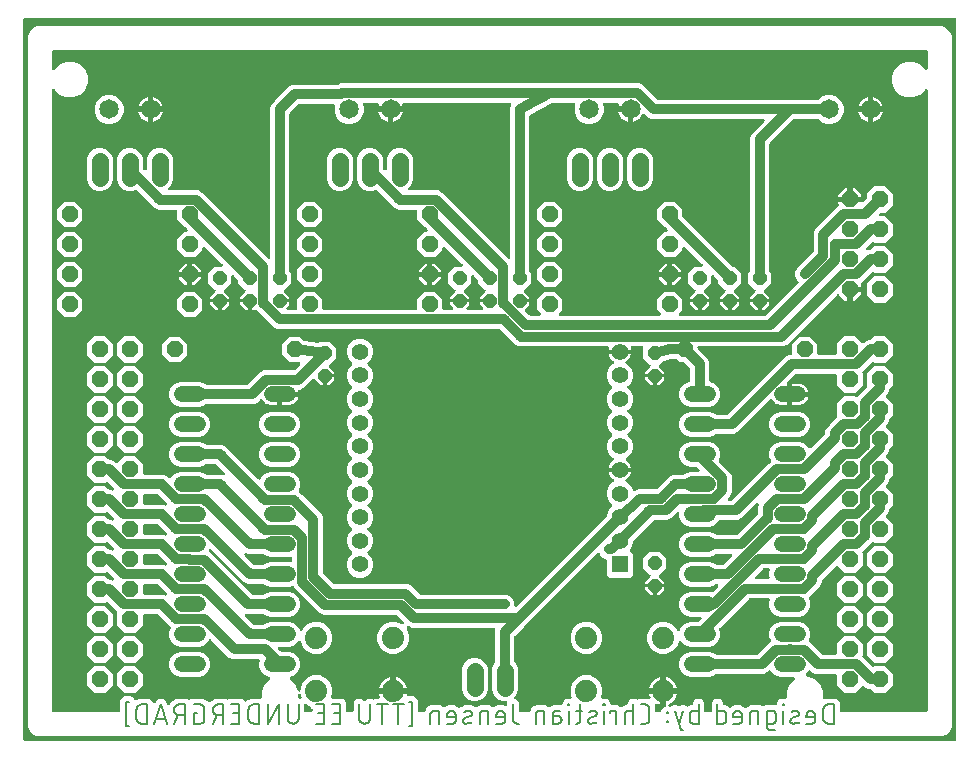
<source format=gbr>
G04 EAGLE Gerber RS-274X export*
G75*
%MOMM*%
%FSLAX34Y34*%
%LPD*%
%INBottom Copper*%
%IPPOS*%
%AMOC8*
5,1,8,0,0,1.08239X$1,22.5*%
G01*
%ADD10C,0.152400*%
%ADD11P,1.429621X8X202.500000*%
%ADD12C,1.879600*%
%ADD13C,1.422400*%
%ADD14R,1.422400X1.422400*%
%ADD15C,1.320800*%
%ADD16P,1.429621X8X22.500000*%
%ADD17P,1.209679X8X112.500000*%
%ADD18P,1.539592X8X292.500000*%
%ADD19P,1.539592X8X112.500000*%
%ADD20C,1.422400*%
%ADD21C,1.650000*%
%ADD22C,0.812800*%
%ADD23C,0.756400*%

G36*
X571618Y176546D02*
X571618Y176546D01*
X571737Y176553D01*
X571775Y176566D01*
X571816Y176571D01*
X571926Y176614D01*
X572039Y176651D01*
X572074Y176673D01*
X572111Y176688D01*
X572207Y176758D01*
X572308Y176821D01*
X572336Y176851D01*
X572369Y176874D01*
X572445Y176966D01*
X572526Y177053D01*
X572546Y177088D01*
X572571Y177119D01*
X572622Y177227D01*
X572680Y177331D01*
X572690Y177371D01*
X572707Y177407D01*
X572729Y177524D01*
X572759Y177639D01*
X572763Y177700D01*
X572767Y177720D01*
X572765Y177740D01*
X572769Y177800D01*
X572769Y787400D01*
X572754Y787518D01*
X572747Y787637D01*
X572734Y787675D01*
X572729Y787716D01*
X572686Y787826D01*
X572649Y787939D01*
X572627Y787974D01*
X572612Y788011D01*
X572543Y788107D01*
X572479Y788208D01*
X572449Y788236D01*
X572426Y788269D01*
X572334Y788345D01*
X572247Y788426D01*
X572212Y788446D01*
X572181Y788471D01*
X572073Y788522D01*
X571969Y788580D01*
X571929Y788590D01*
X571893Y788607D01*
X571776Y788629D01*
X571661Y788659D01*
X571601Y788663D01*
X571581Y788667D01*
X571560Y788665D01*
X571500Y788669D01*
X-215900Y788669D01*
X-216018Y788654D01*
X-216137Y788647D01*
X-216175Y788634D01*
X-216216Y788629D01*
X-216326Y788586D01*
X-216439Y788549D01*
X-216474Y788527D01*
X-216511Y788512D01*
X-216607Y788443D01*
X-216708Y788379D01*
X-216736Y788349D01*
X-216769Y788326D01*
X-216845Y788234D01*
X-216926Y788147D01*
X-216946Y788112D01*
X-216971Y788081D01*
X-217022Y787973D01*
X-217080Y787869D01*
X-217090Y787829D01*
X-217107Y787793D01*
X-217129Y787676D01*
X-217159Y787561D01*
X-217163Y787501D01*
X-217167Y787481D01*
X-217165Y787460D01*
X-217169Y787400D01*
X-217169Y177800D01*
X-217154Y177682D01*
X-217147Y177563D01*
X-217134Y177525D01*
X-217129Y177484D01*
X-217086Y177374D01*
X-217049Y177261D01*
X-217027Y177226D01*
X-217012Y177189D01*
X-216943Y177093D01*
X-216879Y176992D01*
X-216849Y176964D01*
X-216826Y176931D01*
X-216734Y176856D01*
X-216647Y176774D01*
X-216612Y176754D01*
X-216581Y176729D01*
X-216473Y176678D01*
X-216369Y176620D01*
X-216329Y176610D01*
X-216293Y176593D01*
X-216176Y176571D01*
X-216061Y176541D01*
X-216001Y176537D01*
X-215981Y176533D01*
X-215960Y176535D01*
X-215900Y176531D01*
X571500Y176531D01*
X571618Y176546D01*
G37*
%LPC*%
G36*
X-205221Y180339D02*
X-205221Y180339D01*
X-208956Y181886D01*
X-211814Y184744D01*
X-213361Y188479D01*
X-213361Y773421D01*
X-211814Y777156D01*
X-208956Y780014D01*
X-205221Y781561D01*
X560621Y781561D01*
X564356Y780014D01*
X567214Y777156D01*
X568761Y773421D01*
X568761Y188479D01*
X567214Y184744D01*
X564356Y181886D01*
X560621Y180339D01*
X-205221Y180339D01*
G37*
%LPD*%
G36*
X-136112Y200676D02*
X-136112Y200676D01*
X-135993Y200683D01*
X-135955Y200696D01*
X-135915Y200701D01*
X-135804Y200744D01*
X-135691Y200781D01*
X-135657Y200803D01*
X-135619Y200818D01*
X-135523Y200887D01*
X-135422Y200951D01*
X-135394Y200981D01*
X-135362Y201004D01*
X-135286Y201096D01*
X-135204Y201183D01*
X-135185Y201218D01*
X-135159Y201249D01*
X-135108Y201357D01*
X-135051Y201461D01*
X-135041Y201501D01*
X-135023Y201537D01*
X-135001Y201654D01*
X-134971Y201769D01*
X-134967Y201829D01*
X-134964Y201849D01*
X-134965Y201870D01*
X-134961Y201930D01*
X-134961Y210284D01*
X-134226Y212058D01*
X-132868Y213416D01*
X-131094Y214151D01*
X-126465Y214151D01*
X-124691Y213416D01*
X-123333Y212058D01*
X-123216Y211776D01*
X-123195Y211739D01*
X-123181Y211699D01*
X-123116Y211601D01*
X-123059Y211500D01*
X-123029Y211469D01*
X-123005Y211434D01*
X-122918Y211355D01*
X-122837Y211272D01*
X-122801Y211249D01*
X-122769Y211221D01*
X-122666Y211166D01*
X-122566Y211106D01*
X-122525Y211093D01*
X-122487Y211073D01*
X-122374Y211046D01*
X-122262Y211012D01*
X-122220Y211010D01*
X-122178Y211000D01*
X-122061Y211002D01*
X-121945Y210997D01*
X-121903Y211005D01*
X-121860Y211006D01*
X-121748Y211037D01*
X-121633Y211061D01*
X-121595Y211080D01*
X-121553Y211091D01*
X-121409Y211163D01*
X-119362Y212345D01*
X-111383Y212345D01*
X-109609Y211610D01*
X-108251Y210252D01*
X-107723Y208976D01*
X-107676Y208894D01*
X-107638Y208808D01*
X-107598Y208757D01*
X-107565Y208700D01*
X-107500Y208632D01*
X-107441Y208558D01*
X-107390Y208518D01*
X-107344Y208471D01*
X-107264Y208422D01*
X-107189Y208365D01*
X-107129Y208339D01*
X-107073Y208305D01*
X-106983Y208277D01*
X-106896Y208241D01*
X-106831Y208231D01*
X-106769Y208212D01*
X-106675Y208207D01*
X-106582Y208193D01*
X-106516Y208199D01*
X-106451Y208196D01*
X-106359Y208215D01*
X-106265Y208225D01*
X-106204Y208247D01*
X-106140Y208261D01*
X-106055Y208302D01*
X-105967Y208335D01*
X-105913Y208372D01*
X-105854Y208400D01*
X-105782Y208462D01*
X-105705Y208515D01*
X-105662Y208564D01*
X-105612Y208607D01*
X-105558Y208684D01*
X-105496Y208755D01*
X-105440Y208852D01*
X-105429Y208867D01*
X-105426Y208876D01*
X-105415Y208894D01*
X-105218Y209289D01*
X-105214Y209298D01*
X-105209Y209306D01*
X-105149Y209455D01*
X-104982Y209955D01*
X-104857Y210100D01*
X-104813Y210165D01*
X-104761Y210225D01*
X-104680Y210364D01*
X-104594Y210535D01*
X-104196Y210881D01*
X-104190Y210888D01*
X-104182Y210893D01*
X-104069Y211008D01*
X-103724Y211406D01*
X-103553Y211491D01*
X-103487Y211535D01*
X-103417Y211570D01*
X-103289Y211668D01*
X-103144Y211793D01*
X-102644Y211960D01*
X-102635Y211964D01*
X-102626Y211966D01*
X-102478Y212029D01*
X-102007Y212265D01*
X-101815Y212278D01*
X-101738Y212293D01*
X-101660Y212299D01*
X-101504Y212340D01*
X-101503Y212340D01*
X-101322Y212401D01*
X-100797Y212363D01*
X-100787Y212364D01*
X-100778Y212362D01*
X-100617Y212363D01*
X-100091Y212401D01*
X-99909Y212340D01*
X-99832Y212325D01*
X-99757Y212300D01*
X-99598Y212278D01*
X-99407Y212265D01*
X-98936Y212029D01*
X-98926Y212026D01*
X-98918Y212020D01*
X-98769Y211960D01*
X-98270Y211793D01*
X-98125Y211668D01*
X-98059Y211624D01*
X-98000Y211572D01*
X-97861Y211491D01*
X-97689Y211406D01*
X-97344Y211008D01*
X-97337Y211001D01*
X-97332Y210994D01*
X-97217Y210881D01*
X-96819Y210535D01*
X-96733Y210364D01*
X-96689Y210298D01*
X-96654Y210228D01*
X-96557Y210100D01*
X-96431Y209955D01*
X-96265Y209455D01*
X-96261Y209447D01*
X-96259Y209437D01*
X-96196Y209289D01*
X-95960Y208818D01*
X-95947Y208627D01*
X-95931Y208549D01*
X-95926Y208471D01*
X-95885Y208315D01*
X-95680Y207701D01*
X-95636Y207610D01*
X-95601Y207515D01*
X-95567Y207467D01*
X-95542Y207414D01*
X-95477Y207337D01*
X-95419Y207253D01*
X-95375Y207215D01*
X-95338Y207171D01*
X-95255Y207112D01*
X-95179Y207046D01*
X-95127Y207020D01*
X-95079Y206986D01*
X-94985Y206949D01*
X-94894Y206904D01*
X-94837Y206892D01*
X-94783Y206871D01*
X-94682Y206859D01*
X-94583Y206838D01*
X-94525Y206840D01*
X-94467Y206833D01*
X-94366Y206846D01*
X-94265Y206851D01*
X-94209Y206867D01*
X-94151Y206875D01*
X-94058Y206913D01*
X-93961Y206942D01*
X-93911Y206972D01*
X-93857Y206994D01*
X-93775Y207054D01*
X-93688Y207107D01*
X-93648Y207148D01*
X-93601Y207183D01*
X-93537Y207261D01*
X-93466Y207334D01*
X-93413Y207413D01*
X-93400Y207429D01*
X-93394Y207441D01*
X-93376Y207468D01*
X-92006Y209842D01*
X-87670Y212345D01*
X-79691Y212345D01*
X-77917Y211610D01*
X-77682Y211375D01*
X-77588Y211302D01*
X-77499Y211223D01*
X-77463Y211204D01*
X-77431Y211180D01*
X-77321Y211132D01*
X-77215Y211078D01*
X-77176Y211069D01*
X-77139Y211053D01*
X-77021Y211035D01*
X-76905Y211009D01*
X-76865Y211010D01*
X-76825Y211003D01*
X-76706Y211015D01*
X-76587Y211018D01*
X-76549Y211029D01*
X-76508Y211033D01*
X-76396Y211074D01*
X-76282Y211107D01*
X-76247Y211127D01*
X-76209Y211141D01*
X-76110Y211208D01*
X-76008Y211268D01*
X-75963Y211308D01*
X-75946Y211319D01*
X-75932Y211335D01*
X-75887Y211375D01*
X-75652Y211610D01*
X-73878Y212345D01*
X-66287Y212345D01*
X-66286Y212345D01*
X-65238Y212345D01*
X-61321Y210083D01*
X-61280Y210012D01*
X-61200Y209908D01*
X-61125Y209798D01*
X-61104Y209781D01*
X-61088Y209759D01*
X-60984Y209677D01*
X-60884Y209590D01*
X-60860Y209578D01*
X-60839Y209562D01*
X-60718Y209508D01*
X-60599Y209449D01*
X-60573Y209443D01*
X-60548Y209432D01*
X-60418Y209410D01*
X-60288Y209382D01*
X-60261Y209383D01*
X-60235Y209379D01*
X-60103Y209390D01*
X-59970Y209395D01*
X-59945Y209403D01*
X-59918Y209405D01*
X-59793Y209449D01*
X-59666Y209487D01*
X-59643Y209501D01*
X-59617Y209510D01*
X-59507Y209583D01*
X-59394Y209651D01*
X-59375Y209671D01*
X-59352Y209686D01*
X-59264Y209784D01*
X-59242Y209806D01*
X-54845Y212345D01*
X-46866Y212345D01*
X-45120Y211621D01*
X-45024Y211595D01*
X-44931Y211560D01*
X-44871Y211553D01*
X-44813Y211538D01*
X-44714Y211536D01*
X-44615Y211525D01*
X-44555Y211533D01*
X-44495Y211532D01*
X-44398Y211556D01*
X-44300Y211569D01*
X-44206Y211602D01*
X-44186Y211607D01*
X-44175Y211612D01*
X-44148Y211621D01*
X-42402Y212345D01*
X-33257Y212345D01*
X-31483Y211610D01*
X-30093Y210220D01*
X-30005Y210152D01*
X-29921Y210076D01*
X-29879Y210055D01*
X-29842Y210026D01*
X-29739Y209981D01*
X-29639Y209929D01*
X-29594Y209918D01*
X-29550Y209899D01*
X-29439Y209882D01*
X-29330Y209856D01*
X-29283Y209857D01*
X-29236Y209849D01*
X-29124Y209860D01*
X-29012Y209862D01*
X-28967Y209875D01*
X-28920Y209879D01*
X-28814Y209917D01*
X-28706Y209947D01*
X-28641Y209979D01*
X-28620Y209987D01*
X-28605Y209997D01*
X-28561Y210019D01*
X-24533Y212345D01*
X-16430Y212345D01*
X-16312Y212360D01*
X-16193Y212367D01*
X-16155Y212380D01*
X-16114Y212385D01*
X-16004Y212428D01*
X-15891Y212465D01*
X-15856Y212487D01*
X-15819Y212502D01*
X-15723Y212571D01*
X-15622Y212635D01*
X-15594Y212665D01*
X-15561Y212688D01*
X-15485Y212780D01*
X-15404Y212867D01*
X-15384Y212902D01*
X-15359Y212933D01*
X-15308Y213041D01*
X-15250Y213145D01*
X-15240Y213185D01*
X-15223Y213221D01*
X-15201Y213338D01*
X-15171Y213453D01*
X-15167Y213513D01*
X-15163Y213533D01*
X-15165Y213554D01*
X-15161Y213614D01*
X-15161Y218916D01*
X-12853Y224488D01*
X-8608Y228733D01*
X-8577Y228772D01*
X-8541Y228805D01*
X-8480Y228897D01*
X-8413Y228984D01*
X-8393Y229030D01*
X-8366Y229071D01*
X-8330Y229175D01*
X-8287Y229276D01*
X-8279Y229325D01*
X-8263Y229372D01*
X-8254Y229481D01*
X-8237Y229590D01*
X-8241Y229639D01*
X-8237Y229689D01*
X-8256Y229797D01*
X-8267Y229907D01*
X-8283Y229953D01*
X-8292Y230002D01*
X-8337Y230102D01*
X-8374Y230206D01*
X-8402Y230247D01*
X-8422Y230292D01*
X-8491Y230378D01*
X-8553Y230469D01*
X-8590Y230502D01*
X-8621Y230541D01*
X-8709Y230607D01*
X-8791Y230679D01*
X-8835Y230702D01*
X-8875Y230732D01*
X-9020Y230803D01*
X-12647Y232305D01*
X-15649Y235307D01*
X-17273Y239228D01*
X-17273Y243472D01*
X-17006Y244116D01*
X-16993Y244164D01*
X-16972Y244209D01*
X-16951Y244317D01*
X-16922Y244423D01*
X-16921Y244473D01*
X-16912Y244522D01*
X-16919Y244631D01*
X-16917Y244741D01*
X-16929Y244789D01*
X-16932Y244839D01*
X-16965Y244943D01*
X-16991Y245050D01*
X-17014Y245094D01*
X-17030Y245141D01*
X-17088Y245234D01*
X-17140Y245331D01*
X-17173Y245368D01*
X-17200Y245410D01*
X-17280Y245485D01*
X-17354Y245567D01*
X-17395Y245594D01*
X-17431Y245628D01*
X-17528Y245681D01*
X-17619Y245741D01*
X-17666Y245758D01*
X-17710Y245782D01*
X-17816Y245809D01*
X-17920Y245845D01*
X-17970Y245849D01*
X-18018Y245861D01*
X-18179Y245871D01*
X-39717Y245871D01*
X-42705Y247109D01*
X-45170Y249574D01*
X-57964Y262368D01*
X-58003Y262398D01*
X-58036Y262435D01*
X-58128Y262496D01*
X-58215Y262563D01*
X-58261Y262583D01*
X-58302Y262610D01*
X-58406Y262646D01*
X-58507Y262689D01*
X-58556Y262697D01*
X-58603Y262713D01*
X-58712Y262722D01*
X-58821Y262739D01*
X-58871Y262734D01*
X-58920Y262738D01*
X-59028Y262720D01*
X-59138Y262709D01*
X-59184Y262693D01*
X-59233Y262684D01*
X-59334Y262639D01*
X-59437Y262602D01*
X-59478Y262574D01*
X-59523Y262553D01*
X-59609Y262485D01*
X-59700Y262423D01*
X-59733Y262386D01*
X-59772Y262355D01*
X-59838Y262267D01*
X-59911Y262185D01*
X-59933Y262140D01*
X-59963Y262101D01*
X-60034Y261956D01*
X-60551Y260707D01*
X-63553Y257705D01*
X-67474Y256081D01*
X-84926Y256081D01*
X-88847Y257705D01*
X-91849Y260707D01*
X-93473Y264628D01*
X-93473Y268872D01*
X-92272Y271772D01*
X-92264Y271800D01*
X-92250Y271826D01*
X-92222Y271953D01*
X-92188Y272078D01*
X-92187Y272108D01*
X-92181Y272137D01*
X-92185Y272267D01*
X-92183Y272396D01*
X-92190Y272425D01*
X-92190Y272455D01*
X-92227Y272579D01*
X-92257Y272706D01*
X-92271Y272732D01*
X-92279Y272760D01*
X-92345Y272872D01*
X-92406Y272987D01*
X-92425Y273009D01*
X-92440Y273034D01*
X-92547Y273155D01*
X-102991Y283600D01*
X-103070Y283660D01*
X-103142Y283728D01*
X-103195Y283757D01*
X-103243Y283794D01*
X-103334Y283834D01*
X-103420Y283882D01*
X-103479Y283897D01*
X-103535Y283921D01*
X-103633Y283936D01*
X-103728Y283961D01*
X-103828Y283967D01*
X-103849Y283971D01*
X-103861Y283969D01*
X-103889Y283971D01*
X-114554Y283971D01*
X-114672Y283956D01*
X-114791Y283949D01*
X-114829Y283936D01*
X-114870Y283931D01*
X-114980Y283888D01*
X-115093Y283851D01*
X-115128Y283829D01*
X-115165Y283814D01*
X-115261Y283745D01*
X-115362Y283681D01*
X-115390Y283651D01*
X-115423Y283628D01*
X-115499Y283536D01*
X-115580Y283449D01*
X-115600Y283414D01*
X-115625Y283383D01*
X-115676Y283275D01*
X-115734Y283171D01*
X-115744Y283131D01*
X-115761Y283095D01*
X-115783Y282978D01*
X-115813Y282863D01*
X-115817Y282803D01*
X-115821Y282783D01*
X-115819Y282762D01*
X-115823Y282702D01*
X-115823Y274770D01*
X-122370Y268223D01*
X-131630Y268223D01*
X-138177Y274770D01*
X-138177Y284030D01*
X-137829Y284377D01*
X-137756Y284471D01*
X-137677Y284561D01*
X-137659Y284597D01*
X-137634Y284629D01*
X-137587Y284738D01*
X-137532Y284844D01*
X-137524Y284883D01*
X-137508Y284921D01*
X-137489Y285038D01*
X-137463Y285154D01*
X-137464Y285195D01*
X-137458Y285235D01*
X-137469Y285353D01*
X-137472Y285472D01*
X-137484Y285511D01*
X-137487Y285551D01*
X-137528Y285663D01*
X-137561Y285778D01*
X-137581Y285813D01*
X-137595Y285851D01*
X-137662Y285949D01*
X-137722Y286052D01*
X-137762Y286097D01*
X-137774Y286114D01*
X-137789Y286127D01*
X-137829Y286172D01*
X-145628Y293971D01*
X-145722Y294044D01*
X-145811Y294123D01*
X-145847Y294141D01*
X-145879Y294166D01*
X-145988Y294214D01*
X-146094Y294268D01*
X-146133Y294276D01*
X-146171Y294292D01*
X-146289Y294311D01*
X-146404Y294337D01*
X-146445Y294336D01*
X-146485Y294342D01*
X-146603Y294331D01*
X-146722Y294328D01*
X-146761Y294316D01*
X-146801Y294313D01*
X-146913Y294272D01*
X-147028Y294239D01*
X-147063Y294219D01*
X-147101Y294205D01*
X-147199Y294138D01*
X-147302Y294078D01*
X-147347Y294038D01*
X-147364Y294026D01*
X-147377Y294011D01*
X-147423Y293971D01*
X-147770Y293623D01*
X-157030Y293623D01*
X-163577Y300170D01*
X-163577Y309430D01*
X-157030Y315977D01*
X-147770Y315977D01*
X-145094Y313300D01*
X-145016Y313240D01*
X-144944Y313172D01*
X-144891Y313143D01*
X-144843Y313106D01*
X-144752Y313066D01*
X-144665Y313018D01*
X-144607Y313003D01*
X-144551Y312979D01*
X-144453Y312964D01*
X-144357Y312939D01*
X-144257Y312933D01*
X-144237Y312929D01*
X-144225Y312931D01*
X-144197Y312929D01*
X-143344Y312929D01*
X-142140Y312430D01*
X-142072Y312412D01*
X-142008Y312384D01*
X-141920Y312370D01*
X-141833Y312346D01*
X-141763Y312345D01*
X-141694Y312334D01*
X-141605Y312342D01*
X-141515Y312341D01*
X-141447Y312357D01*
X-141378Y312364D01*
X-141293Y312394D01*
X-141206Y312415D01*
X-141144Y312448D01*
X-141078Y312471D01*
X-141004Y312522D01*
X-140925Y312564D01*
X-140873Y312611D01*
X-140815Y312650D01*
X-140756Y312717D01*
X-140689Y312778D01*
X-140651Y312836D01*
X-140605Y312888D01*
X-140564Y312968D01*
X-140515Y313044D01*
X-140492Y313110D01*
X-140460Y313172D01*
X-140440Y313259D01*
X-140411Y313344D01*
X-140406Y313414D01*
X-140391Y313482D01*
X-140393Y313572D01*
X-140386Y313661D01*
X-140398Y313730D01*
X-140400Y313800D01*
X-140425Y313886D01*
X-140441Y313975D01*
X-140469Y314038D01*
X-140489Y314105D01*
X-140509Y314141D01*
X-140512Y314149D01*
X-140536Y314187D01*
X-140571Y314265D01*
X-140615Y314319D01*
X-140650Y314379D01*
X-140678Y314411D01*
X-140682Y314418D01*
X-140692Y314427D01*
X-140757Y314500D01*
X-145628Y319371D01*
X-145722Y319444D01*
X-145811Y319523D01*
X-145847Y319541D01*
X-145879Y319566D01*
X-145988Y319614D01*
X-146094Y319668D01*
X-146133Y319676D01*
X-146171Y319692D01*
X-146289Y319711D01*
X-146404Y319737D01*
X-146445Y319736D01*
X-146485Y319742D01*
X-146603Y319731D01*
X-146722Y319728D01*
X-146761Y319716D01*
X-146801Y319713D01*
X-146913Y319672D01*
X-147028Y319639D01*
X-147063Y319619D01*
X-147101Y319605D01*
X-147199Y319538D01*
X-147302Y319478D01*
X-147347Y319438D01*
X-147364Y319426D01*
X-147377Y319411D01*
X-147423Y319371D01*
X-147770Y319023D01*
X-157030Y319023D01*
X-163577Y325570D01*
X-163577Y334830D01*
X-157030Y341377D01*
X-147770Y341377D01*
X-145094Y338700D01*
X-145016Y338640D01*
X-144944Y338572D01*
X-144891Y338543D01*
X-144843Y338506D01*
X-144752Y338466D01*
X-144665Y338418D01*
X-144607Y338403D01*
X-144551Y338379D01*
X-144453Y338364D01*
X-144357Y338339D01*
X-144257Y338333D01*
X-144237Y338329D01*
X-144225Y338331D01*
X-144197Y338329D01*
X-143344Y338329D01*
X-142140Y337830D01*
X-142072Y337812D01*
X-142008Y337784D01*
X-141919Y337770D01*
X-141833Y337746D01*
X-141763Y337745D01*
X-141694Y337734D01*
X-141605Y337742D01*
X-141515Y337741D01*
X-141447Y337757D01*
X-141378Y337764D01*
X-141293Y337794D01*
X-141206Y337815D01*
X-141144Y337848D01*
X-141078Y337871D01*
X-141004Y337922D01*
X-140925Y337964D01*
X-140873Y338011D01*
X-140815Y338050D01*
X-140756Y338117D01*
X-140689Y338178D01*
X-140651Y338236D01*
X-140605Y338288D01*
X-140564Y338368D01*
X-140515Y338444D01*
X-140492Y338510D01*
X-140460Y338572D01*
X-140440Y338659D01*
X-140411Y338744D01*
X-140406Y338814D01*
X-140390Y338882D01*
X-140393Y338972D01*
X-140386Y339061D01*
X-140398Y339130D01*
X-140400Y339200D01*
X-140425Y339286D01*
X-140440Y339375D01*
X-140469Y339438D01*
X-140489Y339505D01*
X-140534Y339583D01*
X-140571Y339665D01*
X-140615Y339719D01*
X-140650Y339779D01*
X-140756Y339900D01*
X-145628Y344771D01*
X-145722Y344844D01*
X-145811Y344923D01*
X-145847Y344941D01*
X-145879Y344966D01*
X-145988Y345013D01*
X-146094Y345068D01*
X-146133Y345076D01*
X-146171Y345092D01*
X-146288Y345111D01*
X-146404Y345137D01*
X-146445Y345136D01*
X-146485Y345142D01*
X-146603Y345131D01*
X-146722Y345128D01*
X-146761Y345116D01*
X-146801Y345113D01*
X-146914Y345072D01*
X-147028Y345039D01*
X-147063Y345019D01*
X-147101Y345005D01*
X-147199Y344938D01*
X-147302Y344878D01*
X-147347Y344838D01*
X-147364Y344826D01*
X-147377Y344811D01*
X-147423Y344771D01*
X-147770Y344423D01*
X-157030Y344423D01*
X-163577Y350970D01*
X-163577Y360230D01*
X-157030Y366777D01*
X-147770Y366777D01*
X-145094Y364100D01*
X-145016Y364040D01*
X-144944Y363972D01*
X-144891Y363943D01*
X-144843Y363906D01*
X-144752Y363866D01*
X-144665Y363818D01*
X-144607Y363803D01*
X-144551Y363779D01*
X-144453Y363764D01*
X-144357Y363739D01*
X-144257Y363733D01*
X-144237Y363729D01*
X-144225Y363731D01*
X-144197Y363729D01*
X-143344Y363729D01*
X-142140Y363230D01*
X-142072Y363212D01*
X-142008Y363184D01*
X-141919Y363170D01*
X-141833Y363146D01*
X-141763Y363145D01*
X-141694Y363134D01*
X-141605Y363142D01*
X-141515Y363141D01*
X-141447Y363157D01*
X-141378Y363164D01*
X-141293Y363194D01*
X-141206Y363215D01*
X-141144Y363248D01*
X-141078Y363271D01*
X-141004Y363322D01*
X-140925Y363364D01*
X-140873Y363411D01*
X-140815Y363450D01*
X-140756Y363517D01*
X-140689Y363578D01*
X-140651Y363636D01*
X-140605Y363688D01*
X-140564Y363768D01*
X-140515Y363844D01*
X-140492Y363910D01*
X-140460Y363972D01*
X-140440Y364059D01*
X-140411Y364144D01*
X-140406Y364214D01*
X-140390Y364282D01*
X-140393Y364372D01*
X-140386Y364461D01*
X-140398Y364530D01*
X-140400Y364600D01*
X-140425Y364686D01*
X-140440Y364775D01*
X-140469Y364838D01*
X-140489Y364905D01*
X-140534Y364983D01*
X-140571Y365065D01*
X-140615Y365119D01*
X-140650Y365179D01*
X-140756Y365300D01*
X-145628Y370171D01*
X-145722Y370244D01*
X-145811Y370323D01*
X-145847Y370341D01*
X-145879Y370366D01*
X-145988Y370413D01*
X-146094Y370468D01*
X-146133Y370476D01*
X-146171Y370492D01*
X-146288Y370511D01*
X-146404Y370537D01*
X-146445Y370536D01*
X-146485Y370542D01*
X-146603Y370531D01*
X-146722Y370528D01*
X-146761Y370516D01*
X-146801Y370513D01*
X-146914Y370472D01*
X-147028Y370439D01*
X-147063Y370419D01*
X-147101Y370405D01*
X-147199Y370338D01*
X-147302Y370278D01*
X-147347Y370238D01*
X-147364Y370226D01*
X-147377Y370211D01*
X-147423Y370171D01*
X-147770Y369823D01*
X-157030Y369823D01*
X-163577Y376370D01*
X-163577Y385630D01*
X-157030Y392177D01*
X-147770Y392177D01*
X-145094Y389500D01*
X-145016Y389440D01*
X-144944Y389372D01*
X-144891Y389343D01*
X-144843Y389306D01*
X-144752Y389266D01*
X-144665Y389218D01*
X-144607Y389203D01*
X-144551Y389179D01*
X-144453Y389164D01*
X-144357Y389139D01*
X-144257Y389133D01*
X-144237Y389129D01*
X-144225Y389131D01*
X-144197Y389129D01*
X-143344Y389129D01*
X-142140Y388630D01*
X-142072Y388612D01*
X-142008Y388584D01*
X-141919Y388570D01*
X-141833Y388546D01*
X-141763Y388545D01*
X-141694Y388534D01*
X-141605Y388542D01*
X-141515Y388541D01*
X-141447Y388557D01*
X-141378Y388564D01*
X-141293Y388594D01*
X-141206Y388615D01*
X-141144Y388648D01*
X-141078Y388671D01*
X-141004Y388722D01*
X-140925Y388764D01*
X-140873Y388811D01*
X-140815Y388850D01*
X-140756Y388917D01*
X-140689Y388978D01*
X-140651Y389036D01*
X-140605Y389088D01*
X-140564Y389168D01*
X-140515Y389244D01*
X-140492Y389310D01*
X-140460Y389372D01*
X-140440Y389459D01*
X-140411Y389544D01*
X-140406Y389614D01*
X-140390Y389682D01*
X-140393Y389772D01*
X-140386Y389861D01*
X-140398Y389930D01*
X-140400Y390000D01*
X-140425Y390086D01*
X-140440Y390175D01*
X-140469Y390238D01*
X-140489Y390305D01*
X-140534Y390383D01*
X-140571Y390465D01*
X-140615Y390519D01*
X-140650Y390579D01*
X-140756Y390700D01*
X-145628Y395571D01*
X-145722Y395644D01*
X-145811Y395723D01*
X-145847Y395741D01*
X-145879Y395766D01*
X-145988Y395814D01*
X-146094Y395868D01*
X-146133Y395876D01*
X-146171Y395892D01*
X-146289Y395911D01*
X-146404Y395937D01*
X-146445Y395936D01*
X-146485Y395942D01*
X-146603Y395931D01*
X-146722Y395928D01*
X-146761Y395916D01*
X-146801Y395913D01*
X-146913Y395872D01*
X-147028Y395839D01*
X-147063Y395819D01*
X-147101Y395805D01*
X-147199Y395738D01*
X-147302Y395678D01*
X-147347Y395638D01*
X-147364Y395626D01*
X-147377Y395611D01*
X-147423Y395571D01*
X-147770Y395223D01*
X-157030Y395223D01*
X-163577Y401770D01*
X-163577Y411030D01*
X-157030Y417577D01*
X-147770Y417577D01*
X-145094Y414900D01*
X-145016Y414840D01*
X-144944Y414772D01*
X-144891Y414743D01*
X-144843Y414706D01*
X-144752Y414666D01*
X-144665Y414618D01*
X-144607Y414603D01*
X-144551Y414579D01*
X-144453Y414564D01*
X-144357Y414539D01*
X-144257Y414533D01*
X-144237Y414529D01*
X-144225Y414531D01*
X-144197Y414529D01*
X-143344Y414529D01*
X-140356Y413291D01*
X-139033Y411968D01*
X-138939Y411895D01*
X-138850Y411816D01*
X-138814Y411798D01*
X-138782Y411773D01*
X-138672Y411726D01*
X-138566Y411672D01*
X-138527Y411663D01*
X-138490Y411647D01*
X-138372Y411628D01*
X-138256Y411602D01*
X-138216Y411603D01*
X-138176Y411597D01*
X-138057Y411608D01*
X-137938Y411612D01*
X-137899Y411623D01*
X-137859Y411627D01*
X-137747Y411667D01*
X-137633Y411700D01*
X-137598Y411721D01*
X-137560Y411735D01*
X-137461Y411802D01*
X-137359Y411862D01*
X-137314Y411902D01*
X-137297Y411913D01*
X-137283Y411928D01*
X-137238Y411968D01*
X-131630Y417577D01*
X-122370Y417577D01*
X-115823Y411030D01*
X-115823Y403098D01*
X-115808Y402980D01*
X-115801Y402861D01*
X-115788Y402823D01*
X-115783Y402782D01*
X-115740Y402672D01*
X-115703Y402559D01*
X-115681Y402524D01*
X-115666Y402487D01*
X-115597Y402391D01*
X-115533Y402290D01*
X-115503Y402262D01*
X-115480Y402229D01*
X-115388Y402153D01*
X-115301Y402072D01*
X-115266Y402052D01*
X-115235Y402027D01*
X-115127Y401976D01*
X-115023Y401918D01*
X-114983Y401908D01*
X-114947Y401891D01*
X-114830Y401869D01*
X-114715Y401839D01*
X-114655Y401835D01*
X-114635Y401831D01*
X-114614Y401833D01*
X-114554Y401829D01*
X-98379Y401829D01*
X-95392Y400591D01*
X-93996Y399195D01*
X-93956Y399165D01*
X-93923Y399128D01*
X-93831Y399068D01*
X-93744Y399000D01*
X-93699Y398981D01*
X-93657Y398953D01*
X-93554Y398918D01*
X-93453Y398874D01*
X-93403Y398866D01*
X-93357Y398850D01*
X-93247Y398842D01*
X-93139Y398824D01*
X-93089Y398829D01*
X-93040Y398825D01*
X-92932Y398844D01*
X-92822Y398854D01*
X-92775Y398871D01*
X-92726Y398879D01*
X-92626Y398924D01*
X-92523Y398962D01*
X-92481Y398990D01*
X-92436Y399010D01*
X-92351Y399078D01*
X-92260Y399140D01*
X-92227Y399178D01*
X-92188Y399209D01*
X-92122Y399296D01*
X-92049Y399379D01*
X-92026Y399423D01*
X-91997Y399463D01*
X-91926Y399607D01*
X-91849Y399793D01*
X-88847Y402795D01*
X-84926Y404419D01*
X-67474Y404419D01*
X-63553Y402795D01*
X-63009Y402251D01*
X-62931Y402190D01*
X-62858Y402122D01*
X-62805Y402093D01*
X-62757Y402056D01*
X-62666Y402016D01*
X-62580Y401968D01*
X-62521Y401953D01*
X-62466Y401929D01*
X-62368Y401914D01*
X-62272Y401889D01*
X-62172Y401883D01*
X-62151Y401879D01*
X-62139Y401881D01*
X-62111Y401879D01*
X-49183Y401879D01*
X-47979Y401380D01*
X-47912Y401362D01*
X-47848Y401334D01*
X-47759Y401320D01*
X-47672Y401296D01*
X-47603Y401295D01*
X-47534Y401284D01*
X-47444Y401292D01*
X-47354Y401291D01*
X-47287Y401307D01*
X-47217Y401314D01*
X-47133Y401344D01*
X-47045Y401365D01*
X-46983Y401398D01*
X-46918Y401421D01*
X-46843Y401472D01*
X-46764Y401514D01*
X-46712Y401561D01*
X-46655Y401600D01*
X-46595Y401667D01*
X-46529Y401728D01*
X-46490Y401786D01*
X-46444Y401838D01*
X-46403Y401918D01*
X-46354Y401994D01*
X-46331Y402060D01*
X-46300Y402122D01*
X-46280Y402209D01*
X-46251Y402294D01*
X-46245Y402364D01*
X-46230Y402432D01*
X-46233Y402522D01*
X-46226Y402611D01*
X-46237Y402680D01*
X-46240Y402750D01*
X-46265Y402836D01*
X-46280Y402925D01*
X-46309Y402988D01*
X-46328Y403055D01*
X-46374Y403133D01*
X-46411Y403215D01*
X-46454Y403269D01*
X-46490Y403329D01*
X-46596Y403450D01*
X-53795Y410650D01*
X-53874Y410710D01*
X-53946Y410778D01*
X-53999Y410807D01*
X-54047Y410844D01*
X-54138Y410884D01*
X-54224Y410932D01*
X-54283Y410947D01*
X-54338Y410971D01*
X-54436Y410986D01*
X-54532Y411011D01*
X-54632Y411017D01*
X-54652Y411021D01*
X-54665Y411019D01*
X-54693Y411021D01*
X-62111Y411021D01*
X-62209Y411009D01*
X-62308Y411006D01*
X-62367Y410989D01*
X-62427Y410981D01*
X-62519Y410945D01*
X-62614Y410917D01*
X-62666Y410887D01*
X-62722Y410864D01*
X-62802Y410806D01*
X-62888Y410756D01*
X-62963Y410690D01*
X-62980Y410678D01*
X-62987Y410668D01*
X-63009Y410650D01*
X-63553Y410105D01*
X-67474Y408481D01*
X-84926Y408481D01*
X-88847Y410105D01*
X-91849Y413107D01*
X-93473Y417028D01*
X-93473Y421272D01*
X-91849Y425193D01*
X-88847Y428195D01*
X-84926Y429819D01*
X-67474Y429819D01*
X-63553Y428195D01*
X-63009Y427650D01*
X-62930Y427590D01*
X-62858Y427522D01*
X-62805Y427493D01*
X-62757Y427456D01*
X-62666Y427416D01*
X-62580Y427368D01*
X-62521Y427353D01*
X-62465Y427329D01*
X-62368Y427314D01*
X-62272Y427289D01*
X-62172Y427283D01*
X-62151Y427279D01*
X-62139Y427281D01*
X-62111Y427279D01*
X-49183Y427279D01*
X-46195Y426041D01*
X-43730Y423576D01*
X-18251Y398097D01*
X-18212Y398066D01*
X-18178Y398029D01*
X-18086Y397969D01*
X-18000Y397902D01*
X-17954Y397882D01*
X-17913Y397855D01*
X-17809Y397819D01*
X-17708Y397775D01*
X-17659Y397768D01*
X-17612Y397751D01*
X-17502Y397743D01*
X-17394Y397726D01*
X-17344Y397730D01*
X-17295Y397726D01*
X-17186Y397745D01*
X-17077Y397755D01*
X-17030Y397772D01*
X-16981Y397781D01*
X-16881Y397826D01*
X-16778Y397863D01*
X-16737Y397891D01*
X-16691Y397911D01*
X-16606Y397980D01*
X-16515Y398042D01*
X-16482Y398079D01*
X-16443Y398110D01*
X-16377Y398198D01*
X-16304Y398280D01*
X-16282Y398324D01*
X-16252Y398364D01*
X-16181Y398508D01*
X-15649Y399793D01*
X-12647Y402795D01*
X-8726Y404419D01*
X8726Y404419D01*
X12647Y402795D01*
X15649Y399793D01*
X17273Y395872D01*
X17273Y391628D01*
X16072Y388728D01*
X16064Y388700D01*
X16050Y388673D01*
X16022Y388547D01*
X15988Y388422D01*
X15987Y388392D01*
X15981Y388363D01*
X15985Y388233D01*
X15983Y388104D01*
X15990Y388075D01*
X15990Y388045D01*
X16027Y387921D01*
X16057Y387794D01*
X16071Y387768D01*
X16079Y387740D01*
X16145Y387628D01*
X16206Y387513D01*
X16225Y387491D01*
X16240Y387466D01*
X16347Y387345D01*
X18724Y384968D01*
X35339Y368353D01*
X36577Y365365D01*
X36577Y319295D01*
X36589Y319197D01*
X36592Y319098D01*
X36609Y319039D01*
X36617Y318979D01*
X36653Y318887D01*
X36681Y318792D01*
X36711Y318740D01*
X36734Y318684D01*
X36792Y318604D01*
X36842Y318518D01*
X36908Y318443D01*
X36920Y318426D01*
X36930Y318418D01*
X36948Y318397D01*
X45601Y309744D01*
X45680Y309684D01*
X45752Y309616D01*
X45805Y309587D01*
X45853Y309550D01*
X45944Y309510D01*
X46030Y309462D01*
X46089Y309447D01*
X46144Y309423D01*
X46242Y309408D01*
X46338Y309383D01*
X46438Y309377D01*
X46458Y309373D01*
X46471Y309375D01*
X46499Y309373D01*
X107834Y309373D01*
X110822Y308135D01*
X118357Y300600D01*
X118435Y300540D01*
X118507Y300472D01*
X118560Y300443D01*
X118608Y300406D01*
X118699Y300366D01*
X118786Y300318D01*
X118844Y300303D01*
X118900Y300279D01*
X118998Y300264D01*
X119094Y300239D01*
X119194Y300233D01*
X119214Y300229D01*
X119226Y300231D01*
X119254Y300229D01*
X192117Y300229D01*
X195105Y298991D01*
X197391Y296705D01*
X198629Y293717D01*
X198629Y291389D01*
X198646Y291251D01*
X198659Y291112D01*
X198666Y291093D01*
X198669Y291073D01*
X198720Y290944D01*
X198767Y290813D01*
X198778Y290796D01*
X198786Y290778D01*
X198867Y290665D01*
X198945Y290550D01*
X198961Y290537D01*
X198972Y290520D01*
X199080Y290431D01*
X199184Y290339D01*
X199202Y290330D01*
X199217Y290317D01*
X199343Y290258D01*
X199467Y290195D01*
X199487Y290190D01*
X199505Y290182D01*
X199641Y290156D01*
X199777Y290125D01*
X199798Y290126D01*
X199817Y290122D01*
X199956Y290131D01*
X200095Y290135D01*
X200115Y290141D01*
X200135Y290142D01*
X200267Y290185D01*
X200401Y290223D01*
X200418Y290234D01*
X200437Y290240D01*
X200555Y290314D01*
X200675Y290385D01*
X200696Y290403D01*
X200706Y290410D01*
X200720Y290425D01*
X200795Y290491D01*
X276252Y365947D01*
X276312Y366026D01*
X276380Y366098D01*
X276409Y366151D01*
X276446Y366199D01*
X276486Y366290D01*
X276534Y366376D01*
X276549Y366435D01*
X276573Y366490D01*
X276588Y366588D01*
X276613Y366684D01*
X276619Y366784D01*
X276623Y366805D01*
X276621Y366817D01*
X276623Y366845D01*
X276623Y368223D01*
X278325Y372331D01*
X281096Y375102D01*
X281169Y375197D01*
X281248Y375286D01*
X281266Y375322D01*
X281291Y375354D01*
X281339Y375463D01*
X281393Y375569D01*
X281401Y375608D01*
X281418Y375646D01*
X281436Y375763D01*
X281462Y375879D01*
X281461Y375920D01*
X281467Y375960D01*
X281456Y376078D01*
X281453Y376197D01*
X281441Y376236D01*
X281438Y376276D01*
X281397Y376388D01*
X281364Y376503D01*
X281344Y376537D01*
X281330Y376576D01*
X281263Y376674D01*
X281203Y376777D01*
X281163Y376822D01*
X281151Y376839D01*
X281136Y376852D01*
X281096Y376897D01*
X278325Y379669D01*
X276623Y383777D01*
X276623Y388223D01*
X278325Y392331D01*
X281469Y395475D01*
X282174Y395767D01*
X282304Y395841D01*
X282434Y395913D01*
X282441Y395920D01*
X282450Y395925D01*
X282557Y396028D01*
X282666Y396130D01*
X282671Y396139D01*
X282679Y396146D01*
X282756Y396272D01*
X282837Y396399D01*
X282840Y396409D01*
X282845Y396417D01*
X282889Y396559D01*
X282935Y396701D01*
X282936Y396711D01*
X282939Y396721D01*
X282946Y396871D01*
X282955Y397018D01*
X282953Y397028D01*
X282954Y397039D01*
X282924Y397186D01*
X282896Y397331D01*
X282892Y397340D01*
X282890Y397350D01*
X282824Y397485D01*
X282761Y397619D01*
X282754Y397627D01*
X282750Y397636D01*
X282654Y397749D01*
X282559Y397864D01*
X282548Y397873D01*
X282544Y397878D01*
X282532Y397886D01*
X282435Y397967D01*
X281830Y398406D01*
X281512Y398637D01*
X280437Y399712D01*
X279544Y400941D01*
X278854Y402295D01*
X278385Y403740D01*
X278304Y404251D01*
X287320Y404251D01*
X287438Y404266D01*
X287557Y404273D01*
X287595Y404285D01*
X287635Y404291D01*
X287746Y404334D01*
X287794Y404350D01*
X287812Y404340D01*
X287851Y404330D01*
X287887Y404313D01*
X288004Y404291D01*
X288120Y404261D01*
X288180Y404257D01*
X288200Y404253D01*
X288220Y404255D01*
X288280Y404251D01*
X297296Y404251D01*
X297215Y403740D01*
X296746Y402295D01*
X296056Y400941D01*
X295163Y399712D01*
X294088Y398637D01*
X293165Y397967D01*
X293058Y397866D01*
X292947Y397765D01*
X292941Y397756D01*
X292934Y397749D01*
X292854Y397623D01*
X292772Y397499D01*
X292769Y397489D01*
X292763Y397481D01*
X292717Y397339D01*
X292669Y397198D01*
X292668Y397188D01*
X292665Y397178D01*
X292655Y397029D01*
X292644Y396881D01*
X292645Y396871D01*
X292645Y396861D01*
X292673Y396714D01*
X292698Y396568D01*
X292702Y396559D01*
X292704Y396548D01*
X292767Y396414D01*
X292829Y396278D01*
X292835Y396270D01*
X292839Y396261D01*
X292934Y396146D01*
X293027Y396029D01*
X293035Y396023D01*
X293042Y396015D01*
X293162Y395928D01*
X293281Y395838D01*
X293294Y395832D01*
X293299Y395828D01*
X293312Y395823D01*
X293426Y395767D01*
X294131Y395475D01*
X297275Y392331D01*
X298704Y388882D01*
X298729Y388839D01*
X298745Y388792D01*
X298807Y388701D01*
X298862Y388605D01*
X298896Y388570D01*
X298924Y388529D01*
X299006Y388456D01*
X299083Y388377D01*
X299125Y388351D01*
X299162Y388318D01*
X299260Y388268D01*
X299354Y388211D01*
X299401Y388196D01*
X299446Y388174D01*
X299553Y388149D01*
X299658Y388117D01*
X299707Y388115D01*
X299756Y388104D01*
X299866Y388107D01*
X299976Y388102D01*
X300024Y388112D01*
X300074Y388114D01*
X300179Y388144D01*
X300287Y388166D01*
X300332Y388188D01*
X300379Y388202D01*
X300474Y388258D01*
X300573Y388306D01*
X300610Y388338D01*
X300653Y388363D01*
X300685Y388392D01*
X303691Y389637D01*
X318657Y389637D01*
X318756Y389649D01*
X318855Y389652D01*
X318913Y389669D01*
X318973Y389677D01*
X319065Y389713D01*
X319160Y389741D01*
X319212Y389771D01*
X319269Y389794D01*
X319349Y389852D01*
X319434Y389902D01*
X319509Y389968D01*
X319526Y389980D01*
X319534Y389990D01*
X319555Y390008D01*
X330188Y400641D01*
X333175Y401879D01*
X341511Y401879D01*
X341609Y401891D01*
X341708Y401894D01*
X341767Y401911D01*
X341827Y401919D01*
X341919Y401955D01*
X342014Y401983D01*
X342066Y402013D01*
X342122Y402036D01*
X342202Y402094D01*
X342288Y402144D01*
X342363Y402210D01*
X342380Y402222D01*
X342387Y402232D01*
X342409Y402250D01*
X342953Y402795D01*
X346874Y404419D01*
X354217Y404419D01*
X354355Y404436D01*
X354494Y404449D01*
X354513Y404456D01*
X354533Y404459D01*
X354662Y404510D01*
X354793Y404557D01*
X354810Y404568D01*
X354829Y404576D01*
X354941Y404657D01*
X355056Y404735D01*
X355070Y404751D01*
X355086Y404762D01*
X355175Y404870D01*
X355267Y404974D01*
X355276Y404992D01*
X355289Y405007D01*
X355348Y405133D01*
X355411Y405257D01*
X355416Y405277D01*
X355424Y405295D01*
X355450Y405431D01*
X355481Y405567D01*
X355480Y405588D01*
X355484Y405607D01*
X355475Y405746D01*
X355471Y405885D01*
X355466Y405905D01*
X355464Y405925D01*
X355422Y406057D01*
X355383Y406191D01*
X355373Y406208D01*
X355366Y406227D01*
X355292Y406345D01*
X355221Y406465D01*
X355203Y406486D01*
X355196Y406496D01*
X355181Y406510D01*
X355115Y406585D01*
X353591Y408110D01*
X353513Y408170D01*
X353440Y408238D01*
X353387Y408267D01*
X353340Y408304D01*
X353249Y408344D01*
X353162Y408392D01*
X353103Y408407D01*
X353048Y408431D01*
X352950Y408446D01*
X352854Y408471D01*
X352754Y408477D01*
X352734Y408481D01*
X352721Y408479D01*
X352693Y408481D01*
X346874Y408481D01*
X342953Y410105D01*
X339951Y413107D01*
X338327Y417028D01*
X338327Y421272D01*
X339951Y425193D01*
X342953Y428195D01*
X346874Y429819D01*
X364326Y429819D01*
X368247Y428195D01*
X371249Y425193D01*
X372873Y421272D01*
X372873Y417028D01*
X371672Y414128D01*
X371664Y414100D01*
X371650Y414073D01*
X371622Y413947D01*
X371588Y413822D01*
X371587Y413792D01*
X371581Y413763D01*
X371585Y413633D01*
X371583Y413504D01*
X371590Y413475D01*
X371590Y413445D01*
X371627Y413321D01*
X371657Y413194D01*
X371671Y413168D01*
X371679Y413140D01*
X371745Y413028D01*
X371806Y412913D01*
X371825Y412891D01*
X371840Y412866D01*
X371947Y412745D01*
X381287Y403405D01*
X382525Y400417D01*
X382525Y387083D01*
X381287Y384095D01*
X379393Y382201D01*
X379308Y382092D01*
X379219Y381985D01*
X379211Y381966D01*
X379198Y381950D01*
X379143Y381822D01*
X379084Y381697D01*
X379080Y381677D01*
X379072Y381658D01*
X379050Y381520D01*
X379024Y381384D01*
X379025Y381364D01*
X379022Y381344D01*
X379035Y381205D01*
X379044Y381067D01*
X379050Y381048D01*
X379052Y381028D01*
X379099Y380896D01*
X379142Y380765D01*
X379153Y380747D01*
X379160Y380728D01*
X379238Y380613D01*
X379312Y380496D01*
X379327Y380482D01*
X379338Y380465D01*
X379443Y380373D01*
X379544Y380278D01*
X379561Y380268D01*
X379577Y380255D01*
X379701Y380191D01*
X379822Y380124D01*
X379842Y380119D01*
X379860Y380110D01*
X379996Y380080D01*
X380130Y380045D01*
X380158Y380043D01*
X380170Y380040D01*
X380191Y380041D01*
X380291Y380035D01*
X382217Y380035D01*
X382315Y380047D01*
X382414Y380050D01*
X382473Y380067D01*
X382533Y380075D01*
X382625Y380111D01*
X382720Y380139D01*
X382772Y380169D01*
X382828Y380192D01*
X382908Y380250D01*
X382994Y380300D01*
X383069Y380366D01*
X383086Y380378D01*
X383093Y380388D01*
X383115Y380406D01*
X414092Y411384D01*
X415453Y412745D01*
X415471Y412768D01*
X415494Y412788D01*
X415569Y412894D01*
X415648Y412996D01*
X415660Y413023D01*
X415677Y413048D01*
X415723Y413169D01*
X415774Y413288D01*
X415779Y413317D01*
X415790Y413345D01*
X415804Y413474D01*
X415824Y413602D01*
X415822Y413632D01*
X415825Y413661D01*
X415807Y413789D01*
X415794Y413919D01*
X415784Y413947D01*
X415780Y413976D01*
X415728Y414128D01*
X414527Y417028D01*
X414527Y421272D01*
X416151Y425193D01*
X419153Y428195D01*
X423074Y429819D01*
X440526Y429819D01*
X444447Y428195D01*
X447449Y425193D01*
X447526Y425007D01*
X447550Y424964D01*
X447567Y424917D01*
X447629Y424826D01*
X447683Y424731D01*
X447718Y424695D01*
X447746Y424654D01*
X447828Y424581D01*
X447904Y424503D01*
X447947Y424476D01*
X447984Y424444D01*
X448082Y424394D01*
X448176Y424336D01*
X448223Y424322D01*
X448267Y424299D01*
X448374Y424275D01*
X448479Y424243D01*
X448529Y424240D01*
X448578Y424229D01*
X448687Y424233D01*
X448797Y424227D01*
X448846Y424238D01*
X448895Y424239D01*
X449001Y424270D01*
X449109Y424292D01*
X449153Y424314D01*
X449201Y424327D01*
X449296Y424383D01*
X449394Y424432D01*
X449432Y424464D01*
X449475Y424489D01*
X449596Y424595D01*
X461400Y436399D01*
X461460Y436477D01*
X461528Y436550D01*
X461557Y436603D01*
X461594Y436650D01*
X461634Y436741D01*
X461682Y436828D01*
X461697Y436887D01*
X461721Y436942D01*
X461736Y437040D01*
X461761Y437136D01*
X461767Y437236D01*
X461771Y437256D01*
X461769Y437269D01*
X461771Y437297D01*
X461771Y438678D01*
X463009Y441665D01*
X465474Y444130D01*
X470270Y448926D01*
X471771Y450428D01*
X471844Y450522D01*
X471923Y450611D01*
X471941Y450647D01*
X471966Y450679D01*
X472014Y450788D01*
X472068Y450894D01*
X472076Y450933D01*
X472092Y450971D01*
X472111Y451089D01*
X472137Y451204D01*
X472136Y451245D01*
X472142Y451285D01*
X472131Y451403D01*
X472128Y451522D01*
X472116Y451561D01*
X472113Y451601D01*
X472072Y451713D01*
X472039Y451828D01*
X472019Y451863D01*
X472005Y451901D01*
X471938Y451999D01*
X471878Y452102D01*
X471838Y452147D01*
X471826Y452164D01*
X471811Y452177D01*
X471771Y452223D01*
X471423Y452570D01*
X471423Y461830D01*
X477970Y468377D01*
X487230Y468377D01*
X487577Y468029D01*
X487671Y467956D01*
X487761Y467877D01*
X487797Y467859D01*
X487829Y467834D01*
X487938Y467787D01*
X488044Y467732D01*
X488083Y467724D01*
X488121Y467708D01*
X488238Y467689D01*
X488354Y467663D01*
X488395Y467664D01*
X488435Y467658D01*
X488553Y467669D01*
X488672Y467672D01*
X488711Y467684D01*
X488751Y467687D01*
X488863Y467728D01*
X488978Y467761D01*
X489013Y467781D01*
X489051Y467795D01*
X489149Y467862D01*
X489252Y467922D01*
X489297Y467962D01*
X489314Y467974D01*
X489327Y467989D01*
X489372Y468029D01*
X497171Y475828D01*
X497244Y475922D01*
X497323Y476011D01*
X497341Y476047D01*
X497366Y476079D01*
X497414Y476188D01*
X497468Y476294D01*
X497476Y476333D01*
X497492Y476371D01*
X497511Y476489D01*
X497537Y476604D01*
X497536Y476645D01*
X497542Y476685D01*
X497531Y476803D01*
X497528Y476922D01*
X497516Y476961D01*
X497513Y477001D01*
X497472Y477113D01*
X497439Y477228D01*
X497419Y477263D01*
X497405Y477301D01*
X497338Y477399D01*
X497278Y477502D01*
X497238Y477547D01*
X497226Y477564D01*
X497211Y477577D01*
X497171Y477623D01*
X496823Y477970D01*
X496823Y487230D01*
X503370Y493777D01*
X512630Y493777D01*
X519177Y487230D01*
X519177Y477970D01*
X516500Y475294D01*
X516440Y475216D01*
X516372Y475144D01*
X516343Y475091D01*
X516306Y475043D01*
X516266Y474952D01*
X516218Y474865D01*
X516203Y474807D01*
X516179Y474751D01*
X516164Y474653D01*
X516139Y474557D01*
X516133Y474457D01*
X516129Y474437D01*
X516131Y474425D01*
X516129Y474397D01*
X516129Y473544D01*
X514891Y470556D01*
X513568Y469233D01*
X513495Y469139D01*
X513416Y469050D01*
X513398Y469014D01*
X513373Y468982D01*
X513326Y468872D01*
X513272Y468766D01*
X513263Y468727D01*
X513247Y468690D01*
X513228Y468572D01*
X513202Y468456D01*
X513203Y468416D01*
X513197Y468376D01*
X513208Y468257D01*
X513212Y468138D01*
X513223Y468099D01*
X513227Y468059D01*
X513267Y467947D01*
X513300Y467833D01*
X513321Y467798D01*
X513335Y467760D01*
X513402Y467661D01*
X513462Y467559D01*
X513502Y467514D01*
X513513Y467497D01*
X513528Y467483D01*
X513568Y467438D01*
X519177Y461830D01*
X519177Y452570D01*
X516500Y449894D01*
X516440Y449816D01*
X516372Y449744D01*
X516343Y449691D01*
X516306Y449643D01*
X516266Y449552D01*
X516218Y449465D01*
X516203Y449407D01*
X516179Y449351D01*
X516164Y449253D01*
X516139Y449157D01*
X516133Y449057D01*
X516129Y449037D01*
X516131Y449025D01*
X516129Y448997D01*
X516129Y448144D01*
X514891Y445156D01*
X513568Y443833D01*
X513495Y443739D01*
X513416Y443650D01*
X513398Y443614D01*
X513373Y443582D01*
X513326Y443473D01*
X513272Y443367D01*
X513263Y443327D01*
X513247Y443290D01*
X513228Y443172D01*
X513202Y443056D01*
X513203Y443016D01*
X513197Y442976D01*
X513208Y442857D01*
X513212Y442738D01*
X513223Y442699D01*
X513227Y442659D01*
X513267Y442547D01*
X513300Y442433D01*
X513321Y442398D01*
X513335Y442360D01*
X513401Y442261D01*
X513462Y442159D01*
X513502Y442114D01*
X513513Y442097D01*
X513528Y442083D01*
X513568Y442038D01*
X519177Y436430D01*
X519177Y427170D01*
X516500Y424494D01*
X516440Y424416D01*
X516372Y424344D01*
X516343Y424291D01*
X516306Y424243D01*
X516266Y424152D01*
X516218Y424065D01*
X516203Y424007D01*
X516179Y423951D01*
X516164Y423853D01*
X516139Y423757D01*
X516133Y423657D01*
X516129Y423637D01*
X516131Y423625D01*
X516129Y423597D01*
X516129Y422744D01*
X514891Y419756D01*
X513568Y418433D01*
X513495Y418339D01*
X513416Y418250D01*
X513398Y418214D01*
X513373Y418182D01*
X513326Y418073D01*
X513272Y417967D01*
X513263Y417927D01*
X513247Y417890D01*
X513228Y417772D01*
X513202Y417656D01*
X513203Y417616D01*
X513197Y417576D01*
X513208Y417457D01*
X513212Y417338D01*
X513223Y417299D01*
X513227Y417259D01*
X513267Y417147D01*
X513300Y417033D01*
X513321Y416998D01*
X513335Y416960D01*
X513401Y416861D01*
X513462Y416759D01*
X513502Y416714D01*
X513513Y416697D01*
X513528Y416683D01*
X513568Y416638D01*
X519177Y411030D01*
X519177Y401770D01*
X516500Y399094D01*
X516440Y399016D01*
X516372Y398944D01*
X516343Y398891D01*
X516306Y398843D01*
X516266Y398752D01*
X516218Y398665D01*
X516203Y398607D01*
X516179Y398551D01*
X516164Y398453D01*
X516139Y398357D01*
X516133Y398257D01*
X516129Y398237D01*
X516131Y398225D01*
X516129Y398197D01*
X516129Y397344D01*
X514891Y394356D01*
X513568Y393033D01*
X513495Y392939D01*
X513416Y392850D01*
X513398Y392814D01*
X513373Y392782D01*
X513326Y392673D01*
X513272Y392567D01*
X513263Y392527D01*
X513247Y392490D01*
X513228Y392372D01*
X513202Y392256D01*
X513203Y392216D01*
X513197Y392176D01*
X513208Y392057D01*
X513212Y391938D01*
X513223Y391899D01*
X513227Y391859D01*
X513267Y391747D01*
X513300Y391633D01*
X513321Y391598D01*
X513335Y391560D01*
X513401Y391461D01*
X513462Y391359D01*
X513502Y391314D01*
X513513Y391297D01*
X513528Y391283D01*
X513568Y391238D01*
X519177Y385630D01*
X519177Y376370D01*
X516500Y373694D01*
X516440Y373616D01*
X516372Y373544D01*
X516343Y373491D01*
X516306Y373443D01*
X516266Y373352D01*
X516218Y373265D01*
X516203Y373207D01*
X516179Y373151D01*
X516164Y373053D01*
X516139Y372957D01*
X516133Y372857D01*
X516129Y372837D01*
X516131Y372825D01*
X516129Y372797D01*
X516129Y371944D01*
X514891Y368956D01*
X513568Y367633D01*
X513495Y367539D01*
X513416Y367450D01*
X513398Y367414D01*
X513373Y367382D01*
X513326Y367273D01*
X513272Y367167D01*
X513263Y367127D01*
X513247Y367090D01*
X513228Y366972D01*
X513202Y366856D01*
X513203Y366816D01*
X513197Y366776D01*
X513208Y366657D01*
X513212Y366538D01*
X513223Y366499D01*
X513227Y366459D01*
X513267Y366347D01*
X513300Y366233D01*
X513321Y366198D01*
X513335Y366160D01*
X513401Y366061D01*
X513462Y365959D01*
X513502Y365914D01*
X513513Y365897D01*
X513528Y365883D01*
X513568Y365838D01*
X519177Y360230D01*
X519177Y350970D01*
X512630Y344423D01*
X503370Y344423D01*
X503023Y344771D01*
X502928Y344844D01*
X502839Y344923D01*
X502803Y344941D01*
X502771Y344966D01*
X502662Y345014D01*
X502556Y345068D01*
X502517Y345076D01*
X502479Y345092D01*
X502362Y345111D01*
X502246Y345137D01*
X502205Y345136D01*
X502165Y345142D01*
X502047Y345131D01*
X501928Y345128D01*
X501889Y345116D01*
X501849Y345113D01*
X501737Y345072D01*
X501622Y345039D01*
X501587Y345019D01*
X501549Y345005D01*
X501451Y344938D01*
X501348Y344878D01*
X501303Y344838D01*
X501286Y344826D01*
X501273Y344811D01*
X501228Y344771D01*
X499726Y343270D01*
X494930Y338474D01*
X493429Y336972D01*
X493356Y336878D01*
X493277Y336789D01*
X493259Y336753D01*
X493234Y336721D01*
X493186Y336612D01*
X493132Y336506D01*
X493124Y336467D01*
X493108Y336429D01*
X493089Y336311D01*
X493063Y336196D01*
X493064Y336155D01*
X493058Y336115D01*
X493069Y335997D01*
X493072Y335878D01*
X493084Y335839D01*
X493087Y335799D01*
X493128Y335687D01*
X493161Y335572D01*
X493181Y335537D01*
X493195Y335499D01*
X493262Y335401D01*
X493322Y335298D01*
X493362Y335253D01*
X493374Y335236D01*
X493389Y335223D01*
X493429Y335177D01*
X493777Y334830D01*
X493777Y325570D01*
X487230Y319023D01*
X477970Y319023D01*
X472362Y324632D01*
X472268Y324705D01*
X472179Y324784D01*
X472143Y324802D01*
X472111Y324827D01*
X472001Y324874D01*
X471895Y324928D01*
X471856Y324937D01*
X471819Y324953D01*
X471701Y324972D01*
X471585Y324998D01*
X471545Y324997D01*
X471505Y325003D01*
X471386Y324992D01*
X471267Y324988D01*
X471228Y324977D01*
X471188Y324973D01*
X471076Y324933D01*
X470962Y324900D01*
X470927Y324879D01*
X470889Y324865D01*
X470790Y324799D01*
X470688Y324738D01*
X470643Y324698D01*
X470626Y324687D01*
X470612Y324672D01*
X470567Y324632D01*
X459096Y313161D01*
X459036Y313083D01*
X458968Y313011D01*
X458939Y312958D01*
X458902Y312910D01*
X458862Y312819D01*
X458814Y312732D01*
X458799Y312674D01*
X458775Y312618D01*
X458760Y312520D01*
X458735Y312424D01*
X458729Y312324D01*
X458725Y312304D01*
X458727Y312292D01*
X458725Y312264D01*
X458725Y310883D01*
X457487Y307895D01*
X448147Y298555D01*
X448129Y298532D01*
X448106Y298512D01*
X448032Y298406D01*
X447952Y298304D01*
X447940Y298276D01*
X447923Y298252D01*
X447877Y298131D01*
X447826Y298012D01*
X447821Y297983D01*
X447810Y297955D01*
X447796Y297826D01*
X447776Y297698D01*
X447778Y297668D01*
X447775Y297639D01*
X447793Y297510D01*
X447806Y297381D01*
X447816Y297353D01*
X447820Y297324D01*
X447872Y297172D01*
X449073Y294272D01*
X449073Y290028D01*
X447449Y286107D01*
X444447Y283105D01*
X440526Y281481D01*
X423074Y281481D01*
X419153Y283105D01*
X416151Y286107D01*
X414527Y290028D01*
X414527Y294272D01*
X415025Y295474D01*
X415038Y295522D01*
X415060Y295567D01*
X415080Y295675D01*
X415109Y295781D01*
X415110Y295831D01*
X415119Y295880D01*
X415112Y295989D01*
X415114Y296099D01*
X415103Y296147D01*
X415100Y296197D01*
X415066Y296301D01*
X415040Y296408D01*
X415017Y296452D01*
X415002Y296499D01*
X414943Y296592D01*
X414891Y296689D01*
X414858Y296726D01*
X414831Y296768D01*
X414751Y296843D01*
X414677Y296925D01*
X414636Y296952D01*
X414600Y296986D01*
X414503Y297039D01*
X414412Y297099D01*
X414365Y297116D01*
X414321Y297140D01*
X414215Y297167D01*
X414111Y297203D01*
X414061Y297207D01*
X414013Y297219D01*
X413853Y297229D01*
X398101Y297229D01*
X398003Y297217D01*
X397904Y297214D01*
X397845Y297197D01*
X397785Y297189D01*
X397693Y297153D01*
X397598Y297125D01*
X397546Y297095D01*
X397490Y297072D01*
X397410Y297014D01*
X397324Y296964D01*
X397249Y296898D01*
X397232Y296886D01*
X397224Y296876D01*
X397203Y296858D01*
X372402Y272056D01*
X372384Y272033D01*
X372361Y272014D01*
X372287Y271907D01*
X372207Y271805D01*
X372195Y271778D01*
X372178Y271754D01*
X372132Y271632D01*
X372081Y271513D01*
X372076Y271484D01*
X372066Y271456D01*
X372051Y271327D01*
X372031Y271199D01*
X372034Y271170D01*
X372030Y271140D01*
X372048Y271012D01*
X372061Y270882D01*
X372071Y270855D01*
X372075Y270825D01*
X372127Y270673D01*
X372873Y268872D01*
X372873Y264628D01*
X371249Y260707D01*
X368247Y257705D01*
X364326Y256081D01*
X346874Y256081D01*
X342953Y257705D01*
X339815Y260843D01*
X339776Y260874D01*
X339742Y260910D01*
X339650Y260971D01*
X339564Y261038D01*
X339518Y261058D01*
X339477Y261085D01*
X339373Y261121D01*
X339272Y261165D01*
X339223Y261172D01*
X339176Y261188D01*
X339066Y261197D01*
X338958Y261214D01*
X338908Y261210D01*
X338859Y261214D01*
X338750Y261195D01*
X338641Y261185D01*
X338594Y261168D01*
X338545Y261159D01*
X338445Y261114D01*
X338342Y261077D01*
X338301Y261049D01*
X338255Y261029D01*
X338170Y260960D01*
X338079Y260898D01*
X338046Y260861D01*
X338007Y260830D01*
X337941Y260742D01*
X337868Y260660D01*
X337846Y260616D01*
X337816Y260576D01*
X337745Y260431D01*
X336025Y256280D01*
X332238Y252493D01*
X327290Y250443D01*
X321934Y250443D01*
X316986Y252493D01*
X313199Y256280D01*
X311149Y261228D01*
X311149Y266584D01*
X313199Y271532D01*
X316986Y275319D01*
X321934Y277369D01*
X327290Y277369D01*
X332238Y275319D01*
X336025Y271532D01*
X336554Y270254D01*
X336623Y270134D01*
X336688Y270011D01*
X336702Y269996D01*
X336712Y269978D01*
X336809Y269878D01*
X336902Y269775D01*
X336919Y269764D01*
X336933Y269750D01*
X337052Y269677D01*
X337168Y269600D01*
X337187Y269594D01*
X337204Y269583D01*
X337337Y269542D01*
X337469Y269497D01*
X337489Y269496D01*
X337508Y269490D01*
X337647Y269483D01*
X337786Y269472D01*
X337806Y269475D01*
X337826Y269474D01*
X337962Y269503D01*
X338099Y269526D01*
X338118Y269535D01*
X338137Y269539D01*
X338263Y269600D01*
X338389Y269657D01*
X338405Y269670D01*
X338423Y269679D01*
X338529Y269769D01*
X338638Y269856D01*
X338650Y269872D01*
X338665Y269885D01*
X338745Y269998D01*
X338829Y270110D01*
X338841Y270135D01*
X338848Y270145D01*
X338856Y270164D01*
X338900Y270254D01*
X339951Y272793D01*
X342953Y275795D01*
X346874Y277419D01*
X354247Y277419D01*
X354345Y277431D01*
X354444Y277434D01*
X354503Y277451D01*
X354563Y277459D01*
X354655Y277495D01*
X354750Y277523D01*
X354802Y277553D01*
X354858Y277576D01*
X354938Y277634D01*
X355024Y277684D01*
X355099Y277750D01*
X355116Y277762D01*
X355124Y277772D01*
X355145Y277790D01*
X356669Y279315D01*
X356754Y279424D01*
X356843Y279531D01*
X356851Y279550D01*
X356864Y279566D01*
X356919Y279694D01*
X356978Y279819D01*
X356982Y279839D01*
X356990Y279858D01*
X357012Y279996D01*
X357038Y280132D01*
X357037Y280152D01*
X357040Y280172D01*
X357027Y280311D01*
X357018Y280449D01*
X357012Y280468D01*
X357010Y280488D01*
X356963Y280619D01*
X356920Y280751D01*
X356909Y280769D01*
X356902Y280788D01*
X356824Y280903D01*
X356750Y281020D01*
X356735Y281034D01*
X356724Y281051D01*
X356620Y281143D01*
X356518Y281238D01*
X356501Y281248D01*
X356485Y281261D01*
X356362Y281324D01*
X356240Y281392D01*
X356220Y281397D01*
X356202Y281406D01*
X356066Y281436D01*
X355932Y281471D01*
X355904Y281473D01*
X355892Y281476D01*
X355871Y281475D01*
X355771Y281481D01*
X346874Y281481D01*
X342953Y283105D01*
X339951Y286107D01*
X338327Y290028D01*
X338327Y294272D01*
X339951Y298193D01*
X342953Y301195D01*
X346874Y302819D01*
X364326Y302819D01*
X365096Y302500D01*
X365124Y302492D01*
X365151Y302479D01*
X365278Y302450D01*
X365403Y302416D01*
X365432Y302415D01*
X365461Y302409D01*
X365591Y302413D01*
X365721Y302411D01*
X365749Y302418D01*
X365779Y302419D01*
X365903Y302455D01*
X366030Y302485D01*
X366056Y302499D01*
X366084Y302507D01*
X366196Y302573D01*
X366311Y302634D01*
X366333Y302654D01*
X366358Y302669D01*
X366479Y302775D01*
X370959Y307255D01*
X371044Y307364D01*
X371133Y307471D01*
X371141Y307490D01*
X371154Y307506D01*
X371209Y307634D01*
X371268Y307759D01*
X371272Y307779D01*
X371280Y307798D01*
X371302Y307936D01*
X371328Y308072D01*
X371327Y308092D01*
X371330Y308112D01*
X371317Y308251D01*
X371308Y308389D01*
X371302Y308408D01*
X371300Y308428D01*
X371253Y308560D01*
X371210Y308691D01*
X371199Y308709D01*
X371192Y308728D01*
X371114Y308843D01*
X371040Y308960D01*
X371025Y308974D01*
X371014Y308991D01*
X370910Y309083D01*
X370808Y309178D01*
X370791Y309188D01*
X370775Y309201D01*
X370652Y309264D01*
X370530Y309332D01*
X370510Y309337D01*
X370492Y309346D01*
X370356Y309376D01*
X370222Y309411D01*
X370194Y309413D01*
X370182Y309416D01*
X370161Y309415D01*
X370061Y309421D01*
X369689Y309421D01*
X369591Y309409D01*
X369492Y309406D01*
X369433Y309389D01*
X369373Y309381D01*
X369281Y309345D01*
X369186Y309317D01*
X369134Y309287D01*
X369078Y309264D01*
X368998Y309206D01*
X368912Y309156D01*
X368837Y309090D01*
X368820Y309078D01*
X368813Y309068D01*
X368791Y309050D01*
X368247Y308505D01*
X364326Y306881D01*
X346874Y306881D01*
X342953Y308505D01*
X339951Y311507D01*
X338327Y315428D01*
X338327Y319672D01*
X339951Y323593D01*
X342953Y326595D01*
X346874Y328219D01*
X364326Y328219D01*
X368247Y326595D01*
X368791Y326050D01*
X368870Y325990D01*
X368942Y325922D01*
X368995Y325893D01*
X369043Y325856D01*
X369134Y325816D01*
X369220Y325768D01*
X369279Y325753D01*
X369335Y325729D01*
X369432Y325714D01*
X369528Y325689D01*
X369628Y325683D01*
X369649Y325679D01*
X369661Y325681D01*
X369689Y325679D01*
X375207Y325679D01*
X375305Y325691D01*
X375404Y325694D01*
X375463Y325711D01*
X375523Y325719D01*
X375615Y325755D01*
X375710Y325783D01*
X375762Y325813D01*
X375818Y325836D01*
X375898Y325894D01*
X375984Y325944D01*
X376059Y326010D01*
X376076Y326022D01*
X376084Y326032D01*
X376105Y326050D01*
X382709Y332655D01*
X382794Y332764D01*
X382883Y332871D01*
X382891Y332890D01*
X382904Y332906D01*
X382959Y333034D01*
X383018Y333159D01*
X383022Y333179D01*
X383030Y333198D01*
X383052Y333336D01*
X383078Y333472D01*
X383077Y333492D01*
X383080Y333512D01*
X383067Y333651D01*
X383058Y333789D01*
X383052Y333808D01*
X383050Y333828D01*
X383003Y333960D01*
X382960Y334091D01*
X382949Y334109D01*
X382942Y334128D01*
X382864Y334243D01*
X382790Y334360D01*
X382775Y334374D01*
X382764Y334391D01*
X382660Y334483D01*
X382558Y334578D01*
X382541Y334588D01*
X382525Y334601D01*
X382401Y334665D01*
X382280Y334732D01*
X382260Y334737D01*
X382242Y334746D01*
X382106Y334776D01*
X381972Y334811D01*
X381944Y334813D01*
X381932Y334816D01*
X381911Y334815D01*
X381811Y334821D01*
X369689Y334821D01*
X369591Y334809D01*
X369492Y334806D01*
X369433Y334789D01*
X369373Y334781D01*
X369281Y334745D01*
X369186Y334717D01*
X369134Y334687D01*
X369078Y334664D01*
X368998Y334606D01*
X368912Y334556D01*
X368837Y334490D01*
X368820Y334478D01*
X368812Y334468D01*
X368791Y334449D01*
X368247Y333905D01*
X364326Y332281D01*
X346874Y332281D01*
X342953Y333905D01*
X339951Y336907D01*
X338327Y340828D01*
X338327Y345072D01*
X339951Y348993D01*
X342953Y351995D01*
X346874Y353619D01*
X364326Y353619D01*
X368247Y351995D01*
X368791Y351451D01*
X368869Y351390D01*
X368942Y351322D01*
X368995Y351293D01*
X369043Y351256D01*
X369134Y351216D01*
X369220Y351168D01*
X369279Y351153D01*
X369334Y351129D01*
X369432Y351114D01*
X369528Y351089D01*
X369628Y351083D01*
X369649Y351079D01*
X369661Y351081D01*
X369689Y351079D01*
X386957Y351079D01*
X387055Y351091D01*
X387154Y351094D01*
X387213Y351111D01*
X387273Y351119D01*
X387365Y351155D01*
X387460Y351183D01*
X387512Y351213D01*
X387568Y351236D01*
X387648Y351294D01*
X387734Y351344D01*
X387809Y351410D01*
X387826Y351422D01*
X387834Y351432D01*
X387855Y351450D01*
X404504Y368099D01*
X404564Y368178D01*
X404632Y368250D01*
X404661Y368303D01*
X404698Y368351D01*
X404738Y368442D01*
X404786Y368528D01*
X404801Y368587D01*
X404825Y368642D01*
X404840Y368740D01*
X404865Y368836D01*
X404871Y368936D01*
X404875Y368956D01*
X404873Y368969D01*
X404875Y368997D01*
X404875Y375017D01*
X405374Y376221D01*
X405392Y376288D01*
X405420Y376352D01*
X405434Y376441D01*
X405458Y376528D01*
X405459Y376597D01*
X405470Y376666D01*
X405462Y376756D01*
X405463Y376846D01*
X405447Y376914D01*
X405440Y376983D01*
X405410Y377068D01*
X405389Y377155D01*
X405356Y377217D01*
X405333Y377282D01*
X405282Y377357D01*
X405240Y377436D01*
X405193Y377488D01*
X405154Y377545D01*
X405087Y377605D01*
X405026Y377671D01*
X404968Y377710D01*
X404916Y377756D01*
X404836Y377797D01*
X404760Y377846D01*
X404694Y377869D01*
X404632Y377901D01*
X404545Y377920D01*
X404460Y377949D01*
X404390Y377955D01*
X404322Y377970D01*
X404232Y377967D01*
X404143Y377975D01*
X404074Y377963D01*
X404004Y377961D01*
X403918Y377936D01*
X403829Y377920D01*
X403766Y377891D01*
X403699Y377872D01*
X403621Y377827D01*
X403539Y377790D01*
X403485Y377746D01*
X403425Y377711D01*
X403304Y377604D01*
X390714Y365015D01*
X387727Y363777D01*
X372706Y363777D01*
X372677Y363774D01*
X372647Y363776D01*
X372519Y363754D01*
X372390Y363737D01*
X372363Y363727D01*
X372334Y363722D01*
X372215Y363668D01*
X372095Y363620D01*
X372071Y363603D01*
X372044Y363591D01*
X371942Y363510D01*
X371837Y363434D01*
X371818Y363411D01*
X371795Y363392D01*
X371717Y363289D01*
X371634Y363189D01*
X371622Y363162D01*
X371604Y363138D01*
X371533Y362994D01*
X371249Y362307D01*
X368247Y359305D01*
X364326Y357681D01*
X346874Y357681D01*
X342953Y359305D01*
X339951Y362307D01*
X338327Y366228D01*
X338327Y369075D01*
X338310Y369213D01*
X338297Y369351D01*
X338290Y369371D01*
X338287Y369391D01*
X338236Y369520D01*
X338189Y369651D01*
X338178Y369668D01*
X338170Y369686D01*
X338089Y369799D01*
X338011Y369914D01*
X337995Y369927D01*
X337984Y369944D01*
X337876Y370033D01*
X337772Y370124D01*
X337754Y370134D01*
X337739Y370147D01*
X337613Y370206D01*
X337489Y370269D01*
X337469Y370273D01*
X337451Y370282D01*
X337315Y370308D01*
X337179Y370339D01*
X337158Y370338D01*
X337139Y370342D01*
X337000Y370333D01*
X336861Y370329D01*
X336841Y370323D01*
X336821Y370322D01*
X336689Y370279D01*
X336555Y370241D01*
X336538Y370230D01*
X336519Y370224D01*
X336401Y370149D01*
X336281Y370079D01*
X336260Y370060D01*
X336250Y370054D01*
X336236Y370039D01*
X336161Y369973D01*
X331153Y364965D01*
X328165Y363727D01*
X317549Y363727D01*
X317451Y363715D01*
X317352Y363712D01*
X317293Y363695D01*
X317233Y363687D01*
X317141Y363651D01*
X317046Y363623D01*
X316994Y363593D01*
X316938Y363570D01*
X316858Y363512D01*
X316772Y363462D01*
X316697Y363396D01*
X316680Y363384D01*
X316672Y363374D01*
X316651Y363356D01*
X299348Y346053D01*
X299288Y345974D01*
X299220Y345902D01*
X299191Y345849D01*
X299154Y345801D01*
X299114Y345710D01*
X299066Y345624D01*
X299051Y345565D01*
X299027Y345510D01*
X299012Y345412D01*
X298987Y345316D01*
X298981Y345216D01*
X298977Y345195D01*
X298979Y345183D01*
X298977Y345155D01*
X298977Y343777D01*
X297275Y339669D01*
X296587Y338981D01*
X296514Y338887D01*
X296435Y338797D01*
X296417Y338761D01*
X296392Y338729D01*
X296345Y338620D01*
X296290Y338514D01*
X296282Y338475D01*
X296266Y338437D01*
X296247Y338320D01*
X296221Y338204D01*
X296222Y338163D01*
X296216Y338123D01*
X296227Y338005D01*
X296230Y337886D01*
X296242Y337847D01*
X296246Y337807D01*
X296286Y337695D01*
X296319Y337580D01*
X296339Y337546D01*
X296353Y337507D01*
X296420Y337409D01*
X296480Y337306D01*
X296520Y337261D01*
X296532Y337244D01*
X296547Y337231D01*
X296587Y337186D01*
X298977Y334796D01*
X298977Y317204D01*
X296596Y314823D01*
X279004Y314823D01*
X276623Y317204D01*
X276623Y329778D01*
X276620Y329808D01*
X276622Y329837D01*
X276600Y329965D01*
X276583Y330094D01*
X276573Y330121D01*
X276568Y330150D01*
X276514Y330269D01*
X276466Y330390D01*
X276449Y330413D01*
X276437Y330440D01*
X276356Y330542D01*
X276280Y330647D01*
X276257Y330666D01*
X276238Y330689D01*
X276135Y330767D01*
X276035Y330850D01*
X276008Y330862D01*
X275984Y330880D01*
X275840Y330951D01*
X273769Y331809D01*
X271482Y334095D01*
X271011Y335233D01*
X270986Y335276D01*
X270969Y335323D01*
X270908Y335414D01*
X270853Y335509D01*
X270819Y335545D01*
X270791Y335586D01*
X270708Y335659D01*
X270632Y335738D01*
X270590Y335764D01*
X270552Y335797D01*
X270455Y335847D01*
X270361Y335904D01*
X270313Y335919D01*
X270269Y335941D01*
X270162Y335965D01*
X270057Y335998D01*
X270007Y336000D01*
X269959Y336011D01*
X269849Y336008D01*
X269739Y336013D01*
X269691Y336003D01*
X269641Y336001D01*
X269535Y335971D01*
X269428Y335949D01*
X269383Y335927D01*
X269336Y335913D01*
X269241Y335857D01*
X269142Y335809D01*
X269104Y335777D01*
X269062Y335751D01*
X268941Y335645D01*
X209270Y275974D01*
X206626Y273330D01*
X199000Y265705D01*
X198940Y265626D01*
X198872Y265554D01*
X198843Y265501D01*
X198806Y265453D01*
X198766Y265362D01*
X198718Y265276D01*
X198703Y265217D01*
X198679Y265162D01*
X198664Y265064D01*
X198639Y264968D01*
X198633Y264868D01*
X198629Y264848D01*
X198631Y264835D01*
X198629Y264807D01*
X198629Y243915D01*
X198641Y243817D01*
X198644Y243718D01*
X198661Y243660D01*
X198669Y243600D01*
X198705Y243508D01*
X198733Y243413D01*
X198763Y243360D01*
X198786Y243304D01*
X198844Y243224D01*
X198894Y243139D01*
X198960Y243063D01*
X198972Y243047D01*
X198982Y243039D01*
X199001Y243018D01*
X199975Y242043D01*
X201677Y237935D01*
X201677Y219265D01*
X199975Y215157D01*
X198871Y214053D01*
X198841Y214014D01*
X198804Y213980D01*
X198743Y213888D01*
X198676Y213802D01*
X198656Y213756D01*
X198629Y213714D01*
X198593Y213610D01*
X198550Y213510D01*
X198542Y213461D01*
X198526Y213414D01*
X198517Y213304D01*
X198500Y213196D01*
X198505Y213146D01*
X198501Y213097D01*
X198519Y212988D01*
X198530Y212879D01*
X198547Y212832D01*
X198555Y212783D01*
X198600Y212683D01*
X198637Y212580D01*
X198665Y212539D01*
X198686Y212493D01*
X198754Y212408D01*
X198816Y212317D01*
X198853Y212284D01*
X198884Y212245D01*
X198972Y212179D01*
X199054Y212106D01*
X199099Y212083D01*
X199138Y212054D01*
X199283Y211983D01*
X200183Y211610D01*
X201541Y210252D01*
X202275Y208478D01*
X202275Y201930D01*
X202290Y201812D01*
X202298Y201693D01*
X202310Y201655D01*
X202315Y201614D01*
X202359Y201504D01*
X202396Y201391D01*
X202417Y201356D01*
X202432Y201319D01*
X202502Y201223D01*
X202566Y201122D01*
X202595Y201094D01*
X202619Y201061D01*
X202711Y200985D01*
X202797Y200904D01*
X202833Y200884D01*
X202864Y200859D01*
X202972Y200808D01*
X203076Y200750D01*
X203115Y200740D01*
X203152Y200723D01*
X203269Y200701D01*
X203384Y200671D01*
X203444Y200667D01*
X203464Y200663D01*
X203484Y200665D01*
X203545Y200661D01*
X210650Y200661D01*
X210755Y200674D01*
X210861Y200678D01*
X210913Y200694D01*
X210966Y200701D01*
X211064Y200739D01*
X211165Y200770D01*
X211212Y200798D01*
X211262Y200818D01*
X211347Y200880D01*
X211438Y200934D01*
X211475Y200973D01*
X211519Y201004D01*
X211586Y201086D01*
X211660Y201161D01*
X211708Y201233D01*
X211722Y201249D01*
X211728Y201263D01*
X211750Y201295D01*
X213835Y204907D01*
X217332Y206926D01*
X224827Y206926D01*
X226601Y206191D01*
X227421Y205372D01*
X227509Y205303D01*
X227593Y205227D01*
X227635Y205206D01*
X227672Y205177D01*
X227775Y205132D01*
X227875Y205080D01*
X227921Y205069D01*
X227964Y205050D01*
X228075Y205033D01*
X228184Y205007D01*
X228231Y205008D01*
X228278Y205000D01*
X228390Y205011D01*
X228502Y205013D01*
X228548Y205026D01*
X228595Y205030D01*
X228701Y205068D01*
X228809Y205098D01*
X228874Y205131D01*
X228894Y205138D01*
X228909Y205148D01*
X228953Y205170D01*
X231995Y206926D01*
X234014Y206926D01*
X238196Y206926D01*
X238314Y206941D01*
X238433Y206948D01*
X238471Y206961D01*
X238512Y206966D01*
X238622Y207010D01*
X238735Y207046D01*
X238770Y207068D01*
X238807Y207083D01*
X238903Y207153D01*
X239004Y207217D01*
X239032Y207246D01*
X239065Y207270D01*
X239140Y207361D01*
X239222Y207448D01*
X239242Y207484D01*
X239267Y207515D01*
X239318Y207622D01*
X239376Y207727D01*
X239386Y207766D01*
X239403Y207802D01*
X239425Y207919D01*
X239455Y208035D01*
X239459Y208095D01*
X239463Y208115D01*
X239461Y208135D01*
X239465Y208195D01*
X239465Y208478D01*
X240200Y210252D01*
X241558Y211610D01*
X243332Y212345D01*
X245746Y212345D01*
X245796Y212351D01*
X245845Y212349D01*
X245953Y212371D01*
X246062Y212385D01*
X246108Y212403D01*
X246157Y212413D01*
X246255Y212461D01*
X246358Y212502D01*
X246398Y212531D01*
X246443Y212553D01*
X246526Y212624D01*
X246615Y212688D01*
X246647Y212727D01*
X246685Y212759D01*
X246748Y212849D01*
X246818Y212933D01*
X246839Y212978D01*
X246868Y213019D01*
X246907Y213122D01*
X246953Y213221D01*
X246963Y213270D01*
X246980Y213316D01*
X246993Y213426D01*
X247013Y213533D01*
X247010Y213583D01*
X247016Y213632D01*
X247000Y213741D01*
X246993Y213851D01*
X246978Y213898D01*
X246971Y213947D01*
X246919Y214100D01*
X246125Y216016D01*
X246125Y221372D01*
X248175Y226320D01*
X251962Y230107D01*
X256910Y232157D01*
X262266Y232157D01*
X267214Y230107D01*
X271001Y226320D01*
X273051Y221372D01*
X273051Y216016D01*
X272257Y214100D01*
X272244Y214052D01*
X272223Y214007D01*
X272202Y213899D01*
X272173Y213793D01*
X272172Y213743D01*
X272163Y213694D01*
X272170Y213585D01*
X272168Y213475D01*
X272180Y213427D01*
X272183Y213377D01*
X272216Y213273D01*
X272242Y213166D01*
X272265Y213122D01*
X272281Y213075D01*
X272339Y212982D01*
X272391Y212885D01*
X272424Y212848D01*
X272451Y212806D01*
X272531Y212731D01*
X272605Y212649D01*
X272646Y212622D01*
X272682Y212588D01*
X272779Y212535D01*
X272870Y212475D01*
X272917Y212458D01*
X272961Y212434D01*
X273067Y212407D01*
X273171Y212371D01*
X273221Y212367D01*
X273269Y212355D01*
X273430Y212345D01*
X275854Y212345D01*
X277628Y211610D01*
X278986Y210252D01*
X279721Y208478D01*
X279721Y208195D01*
X279736Y208077D01*
X279743Y207958D01*
X279756Y207920D01*
X279761Y207880D01*
X279805Y207769D01*
X279841Y207656D01*
X279863Y207622D01*
X279878Y207584D01*
X279948Y207488D01*
X280012Y207387D01*
X280041Y207359D01*
X280065Y207327D01*
X280157Y207251D01*
X280243Y207169D01*
X280279Y207150D01*
X280310Y207124D01*
X280417Y207073D01*
X280522Y207016D01*
X280561Y207006D01*
X280597Y206988D01*
X280714Y206966D01*
X280830Y206936D01*
X280890Y206932D01*
X280910Y206929D01*
X280930Y206930D01*
X280990Y206926D01*
X285704Y206926D01*
X287478Y206191D01*
X288302Y205367D01*
X288390Y205299D01*
X288474Y205223D01*
X288516Y205201D01*
X288553Y205172D01*
X288656Y205128D01*
X288756Y205076D01*
X288802Y205065D01*
X288845Y205046D01*
X288956Y205028D01*
X289065Y205003D01*
X289112Y205004D01*
X289159Y204996D01*
X289271Y205007D01*
X289383Y205009D01*
X289429Y205022D01*
X289476Y205026D01*
X289582Y205064D01*
X289690Y205094D01*
X289755Y205126D01*
X289775Y205134D01*
X289790Y205144D01*
X289834Y205166D01*
X292883Y206926D01*
X293322Y206926D01*
X293440Y206941D01*
X293559Y206948D01*
X293597Y206961D01*
X293637Y206966D01*
X293748Y207010D01*
X293861Y207046D01*
X293896Y207068D01*
X293933Y207083D01*
X294029Y207153D01*
X294130Y207217D01*
X294158Y207246D01*
X294190Y207270D01*
X294266Y207361D01*
X294348Y207448D01*
X294367Y207484D01*
X294393Y207515D01*
X294444Y207622D01*
X294501Y207727D01*
X294512Y207766D01*
X294529Y207802D01*
X294551Y207919D01*
X294581Y208035D01*
X294585Y208095D01*
X294589Y208115D01*
X294587Y208135D01*
X294591Y208195D01*
X294591Y208478D01*
X295326Y210252D01*
X296684Y211610D01*
X298458Y212345D01*
X300378Y212345D01*
X302043Y211655D01*
X302139Y211629D01*
X302232Y211594D01*
X302292Y211587D01*
X302350Y211571D01*
X302449Y211569D01*
X302548Y211558D01*
X302608Y211567D01*
X302668Y211566D01*
X302765Y211589D01*
X302863Y211603D01*
X302958Y211635D01*
X302977Y211640D01*
X302988Y211646D01*
X303015Y211655D01*
X304680Y212345D01*
X310465Y212345D01*
X310466Y212345D01*
X311514Y212345D01*
X311960Y212087D01*
X312064Y212044D01*
X312164Y211993D01*
X312210Y211982D01*
X312253Y211964D01*
X312364Y211948D01*
X312475Y211923D01*
X312521Y211925D01*
X312568Y211918D01*
X312680Y211929D01*
X312792Y211933D01*
X312837Y211946D01*
X312884Y211951D01*
X312990Y211990D01*
X313098Y212021D01*
X313138Y212045D01*
X313182Y212062D01*
X313275Y212126D01*
X313372Y212183D01*
X313405Y212216D01*
X313443Y212243D01*
X313517Y212328D01*
X313597Y212408D01*
X313621Y212448D01*
X313651Y212484D01*
X313701Y212584D01*
X313759Y212681D01*
X313772Y212726D01*
X313793Y212768D01*
X313816Y212879D01*
X313848Y212987D01*
X313849Y213033D01*
X313859Y213079D01*
X313855Y213192D01*
X313858Y213305D01*
X313848Y213350D01*
X313846Y213397D01*
X313814Y213505D01*
X313789Y213615D01*
X313761Y213681D01*
X313755Y213702D01*
X313745Y213717D01*
X313725Y213763D01*
X313548Y214111D01*
X312967Y215898D01*
X312927Y216155D01*
X322073Y216155D01*
X322073Y207009D01*
X321816Y207049D01*
X320029Y207630D01*
X319339Y207981D01*
X319233Y208020D01*
X319130Y208066D01*
X319084Y208073D01*
X319040Y208089D01*
X318928Y208100D01*
X318817Y208119D01*
X318770Y208115D01*
X318723Y208119D01*
X318612Y208102D01*
X318500Y208092D01*
X318455Y208077D01*
X318409Y208070D01*
X318306Y208025D01*
X318199Y207988D01*
X318160Y207962D01*
X318117Y207943D01*
X318028Y207874D01*
X317934Y207812D01*
X317903Y207777D01*
X317866Y207749D01*
X317797Y207660D01*
X317721Y207576D01*
X317700Y207534D01*
X317671Y207497D01*
X317626Y207394D01*
X317574Y207294D01*
X317563Y207248D01*
X317544Y207206D01*
X317527Y207094D01*
X317501Y206985D01*
X317502Y206938D01*
X317494Y206892D01*
X317505Y206779D01*
X317507Y206667D01*
X317520Y206621D01*
X317524Y206575D01*
X317562Y206469D01*
X317592Y206360D01*
X317624Y206296D01*
X317631Y206276D01*
X317642Y206260D01*
X317664Y206216D01*
X317692Y206167D01*
X317692Y201930D01*
X317707Y201812D01*
X317714Y201693D01*
X317727Y201655D01*
X317732Y201614D01*
X317776Y201504D01*
X317813Y201391D01*
X317834Y201356D01*
X317849Y201319D01*
X317919Y201223D01*
X317983Y201122D01*
X318012Y201094D01*
X318036Y201061D01*
X318128Y200985D01*
X318214Y200904D01*
X318250Y200884D01*
X318281Y200859D01*
X318389Y200808D01*
X318493Y200750D01*
X318532Y200740D01*
X318569Y200723D01*
X318685Y200701D01*
X318801Y200671D01*
X318861Y200667D01*
X318881Y200663D01*
X318901Y200665D01*
X318961Y200661D01*
X321562Y200661D01*
X321681Y200676D01*
X321799Y200683D01*
X321838Y200696D01*
X321878Y200701D01*
X321989Y200744D01*
X322102Y200781D01*
X322136Y200803D01*
X322174Y200818D01*
X322270Y200887D01*
X322370Y200951D01*
X322398Y200981D01*
X322431Y201004D01*
X322507Y201096D01*
X322588Y201183D01*
X322608Y201218D01*
X322634Y201249D01*
X322684Y201357D01*
X322742Y201461D01*
X322752Y201501D01*
X322769Y201537D01*
X322775Y201569D01*
X323566Y203479D01*
X324924Y204837D01*
X326368Y205434D01*
X326393Y205449D01*
X326421Y205458D01*
X326531Y205528D01*
X326644Y205592D01*
X326665Y205613D01*
X326690Y205628D01*
X326779Y205723D01*
X326872Y205813D01*
X326888Y205838D01*
X326908Y205860D01*
X326971Y205974D01*
X327039Y206084D01*
X327047Y206113D01*
X327062Y206138D01*
X327094Y206264D01*
X327132Y206388D01*
X327134Y206418D01*
X327141Y206446D01*
X327151Y206607D01*
X327151Y216155D01*
X336297Y216155D01*
X336257Y215898D01*
X335676Y214111D01*
X334823Y212437D01*
X333718Y210916D01*
X332389Y209588D01*
X331229Y208745D01*
X331139Y208660D01*
X331043Y208580D01*
X331023Y208551D01*
X330997Y208527D01*
X330931Y208422D01*
X330858Y208321D01*
X330846Y208288D01*
X330827Y208258D01*
X330822Y208244D01*
X330776Y208245D01*
X330621Y208252D01*
X330616Y208251D01*
X330611Y208251D01*
X330461Y208218D01*
X330310Y208185D01*
X330305Y208183D01*
X330300Y208182D01*
X330152Y208118D01*
X329566Y207819D01*
X329492Y207769D01*
X329413Y207727D01*
X329361Y207680D01*
X329303Y207640D01*
X329244Y207573D01*
X329177Y207513D01*
X329139Y207454D01*
X329093Y207402D01*
X329052Y207322D01*
X329003Y207247D01*
X328980Y207181D01*
X328948Y207118D01*
X328929Y207031D01*
X328899Y206946D01*
X328894Y206876D01*
X328879Y206808D01*
X328881Y206719D01*
X328874Y206629D01*
X328886Y206560D01*
X328888Y206490D01*
X328913Y206404D01*
X328929Y206316D01*
X328958Y206252D01*
X328977Y206185D01*
X329023Y206108D01*
X329059Y206026D01*
X329103Y205971D01*
X329139Y205911D01*
X329202Y205848D01*
X329258Y205778D01*
X329314Y205735D01*
X329363Y205686D01*
X329441Y205640D01*
X329512Y205586D01*
X329624Y205531D01*
X329637Y205524D01*
X329644Y205522D01*
X329657Y205515D01*
X329820Y205448D01*
X329959Y205410D01*
X330096Y205369D01*
X330112Y205368D01*
X330127Y205364D01*
X330270Y205361D01*
X330414Y205356D01*
X330429Y205359D01*
X330445Y205359D01*
X330584Y205392D01*
X330725Y205422D01*
X330739Y205429D01*
X330754Y205433D01*
X330881Y205500D01*
X331010Y205564D01*
X331027Y205577D01*
X331035Y205582D01*
X331049Y205594D01*
X331138Y205661D01*
X331560Y206028D01*
X331564Y206032D01*
X331568Y206035D01*
X331671Y206152D01*
X331773Y206265D01*
X331775Y206269D01*
X331778Y206273D01*
X331849Y206412D01*
X331872Y206456D01*
X331904Y206450D01*
X331939Y206453D01*
X331974Y206448D01*
X332097Y206464D01*
X332221Y206472D01*
X332271Y206486D01*
X332289Y206488D01*
X332309Y206496D01*
X332377Y206514D01*
X333782Y206982D01*
X335697Y206846D01*
X337442Y205973D01*
X337470Y205963D01*
X337496Y205948D01*
X337620Y205911D01*
X337742Y205868D01*
X337772Y205865D01*
X337800Y205857D01*
X337930Y205852D01*
X338059Y205840D01*
X338088Y205845D01*
X338118Y205844D01*
X338245Y205871D01*
X338373Y205892D01*
X338400Y205904D01*
X338429Y205911D01*
X338577Y205973D01*
X340322Y206846D01*
X342238Y206982D01*
X344059Y206375D01*
X344585Y205918D01*
X344642Y205881D01*
X344692Y205836D01*
X344773Y205793D01*
X344850Y205742D01*
X344914Y205719D01*
X344973Y205688D01*
X345063Y205667D01*
X345150Y205636D01*
X345217Y205631D01*
X345283Y205615D01*
X345375Y205617D01*
X345467Y205609D01*
X345533Y205620D01*
X345601Y205621D01*
X345690Y205646D01*
X345780Y205661D01*
X345842Y205688D01*
X345907Y205707D01*
X346052Y205778D01*
X348040Y206926D01*
X348479Y206926D01*
X348597Y206941D01*
X348716Y206948D01*
X348754Y206961D01*
X348794Y206966D01*
X348905Y207010D01*
X349018Y207046D01*
X349052Y207068D01*
X349090Y207083D01*
X349186Y207153D01*
X349287Y207217D01*
X349315Y207246D01*
X349347Y207270D01*
X349423Y207361D01*
X349505Y207448D01*
X349524Y207484D01*
X349550Y207515D01*
X349601Y207622D01*
X349658Y207727D01*
X349668Y207766D01*
X349686Y207802D01*
X349708Y207919D01*
X349738Y208035D01*
X349742Y208095D01*
X349745Y208115D01*
X349744Y208135D01*
X349748Y208195D01*
X349748Y208478D01*
X350483Y210252D01*
X351841Y211610D01*
X353615Y212345D01*
X355535Y212345D01*
X357309Y211610D01*
X358667Y210252D01*
X359402Y208478D01*
X359402Y201930D01*
X359416Y201812D01*
X359424Y201693D01*
X359436Y201655D01*
X359441Y201614D01*
X359485Y201504D01*
X359522Y201391D01*
X359544Y201356D01*
X359558Y201319D01*
X359628Y201223D01*
X359692Y201122D01*
X359721Y201094D01*
X359745Y201061D01*
X359837Y200985D01*
X359924Y200904D01*
X359959Y200884D01*
X359990Y200859D01*
X360098Y200808D01*
X360202Y200750D01*
X360241Y200740D01*
X360278Y200723D01*
X360395Y200701D01*
X360510Y200671D01*
X360570Y200667D01*
X360590Y200663D01*
X360611Y200665D01*
X360671Y200661D01*
X364326Y200661D01*
X364444Y200676D01*
X364563Y200683D01*
X364602Y200696D01*
X364642Y200701D01*
X364753Y200744D01*
X364866Y200781D01*
X364900Y200803D01*
X364937Y200818D01*
X365034Y200887D01*
X365134Y200951D01*
X365162Y200981D01*
X365195Y201004D01*
X365271Y201096D01*
X365352Y201183D01*
X365372Y201218D01*
X365398Y201249D01*
X365448Y201357D01*
X365506Y201461D01*
X365516Y201501D01*
X365533Y201537D01*
X365555Y201654D01*
X365585Y201769D01*
X365589Y201829D01*
X365593Y201849D01*
X365592Y201870D01*
X365595Y201930D01*
X365595Y208478D01*
X366330Y210252D01*
X367688Y211610D01*
X369462Y212345D01*
X371382Y212345D01*
X373156Y211610D01*
X374514Y210252D01*
X375249Y208478D01*
X375249Y208195D01*
X375264Y208077D01*
X375271Y207958D01*
X375284Y207920D01*
X375289Y207880D01*
X375333Y207769D01*
X375369Y207656D01*
X375391Y207622D01*
X375406Y207584D01*
X375476Y207488D01*
X375539Y207387D01*
X375569Y207359D01*
X375593Y207327D01*
X375684Y207251D01*
X375771Y207169D01*
X375806Y207150D01*
X375838Y207124D01*
X375945Y207073D01*
X376050Y207016D01*
X376089Y207006D01*
X376125Y206988D01*
X376242Y206966D01*
X376358Y206936D01*
X376418Y206932D01*
X376438Y206929D01*
X376458Y206930D01*
X376518Y206926D01*
X376957Y206926D01*
X380468Y204899D01*
X380565Y204858D01*
X380659Y204809D01*
X380711Y204797D01*
X380761Y204776D01*
X380865Y204761D01*
X380968Y204736D01*
X381022Y204737D01*
X381075Y204730D01*
X381180Y204741D01*
X381286Y204743D01*
X381338Y204757D01*
X381392Y204763D01*
X381491Y204800D01*
X381593Y204828D01*
X381669Y204866D01*
X381690Y204873D01*
X381703Y204882D01*
X381737Y204899D01*
X385247Y206926D01*
X389770Y206926D01*
X393585Y204723D01*
X393695Y204677D01*
X393803Y204624D01*
X393842Y204615D01*
X393878Y204600D01*
X393997Y204582D01*
X394114Y204558D01*
X394153Y204559D01*
X394193Y204553D01*
X394312Y204566D01*
X394431Y204571D01*
X394470Y204582D01*
X394509Y204587D01*
X394621Y204628D01*
X394736Y204663D01*
X394770Y204683D01*
X394807Y204697D01*
X394873Y204743D01*
X398654Y206926D01*
X406149Y206926D01*
X407923Y206191D01*
X408010Y206104D01*
X408104Y206031D01*
X408194Y205952D01*
X408230Y205934D01*
X408261Y205909D01*
X408371Y205862D01*
X408477Y205808D01*
X408516Y205799D01*
X408553Y205783D01*
X408671Y205764D01*
X408787Y205738D01*
X408828Y205739D01*
X408867Y205733D01*
X408986Y205744D01*
X409105Y205748D01*
X409144Y205759D01*
X409184Y205763D01*
X409296Y205803D01*
X409411Y205836D01*
X409445Y205857D01*
X409483Y205870D01*
X409582Y205937D01*
X409684Y205998D01*
X409730Y206037D01*
X409746Y206049D01*
X409760Y206064D01*
X409805Y206104D01*
X409892Y206191D01*
X411666Y206926D01*
X419401Y206926D01*
X419437Y206919D01*
X419464Y206921D01*
X419490Y206917D01*
X419623Y206931D01*
X419755Y206939D01*
X419780Y206947D01*
X419807Y206950D01*
X419931Y206996D01*
X420057Y207037D01*
X420080Y207051D01*
X420105Y207060D01*
X420214Y207136D01*
X420326Y207207D01*
X420344Y207227D01*
X420366Y207242D01*
X420453Y207342D01*
X420544Y207439D01*
X420557Y207462D01*
X420574Y207482D01*
X420634Y207601D01*
X420697Y207717D01*
X420704Y207743D01*
X420716Y207767D01*
X420744Y207897D01*
X420777Y208025D01*
X420779Y208063D01*
X420783Y208078D01*
X420782Y208100D01*
X420787Y208186D01*
X420787Y208478D01*
X421522Y210252D01*
X422880Y211610D01*
X424654Y212345D01*
X427477Y212345D01*
X427584Y212300D01*
X427632Y212287D01*
X427677Y212266D01*
X427785Y212245D01*
X427891Y212216D01*
X427941Y212216D01*
X427990Y212206D01*
X428099Y212213D01*
X428209Y212211D01*
X428257Y212223D01*
X428307Y212226D01*
X428411Y212260D01*
X428518Y212285D01*
X428562Y212309D01*
X428609Y212324D01*
X428702Y212383D01*
X428799Y212434D01*
X428836Y212468D01*
X428878Y212494D01*
X428953Y212574D01*
X429035Y212648D01*
X429062Y212690D01*
X429096Y212726D01*
X429149Y212822D01*
X429209Y212914D01*
X429226Y212961D01*
X429250Y213004D01*
X429277Y213111D01*
X429313Y213215D01*
X429317Y213264D01*
X429329Y213312D01*
X429339Y213473D01*
X429339Y218916D01*
X431647Y224488D01*
X435674Y228515D01*
X435759Y228624D01*
X435848Y228731D01*
X435857Y228750D01*
X435869Y228766D01*
X435924Y228894D01*
X435983Y229019D01*
X435987Y229039D01*
X435995Y229058D01*
X436017Y229196D01*
X436043Y229332D01*
X436042Y229352D01*
X436045Y229372D01*
X436032Y229511D01*
X436023Y229649D01*
X436017Y229668D01*
X436015Y229688D01*
X435968Y229820D01*
X435925Y229951D01*
X435915Y229969D01*
X435908Y229988D01*
X435830Y230103D01*
X435755Y230220D01*
X435740Y230234D01*
X435729Y230251D01*
X435625Y230343D01*
X435524Y230438D01*
X435506Y230448D01*
X435491Y230461D01*
X435367Y230525D01*
X435245Y230592D01*
X435226Y230597D01*
X435207Y230606D01*
X435072Y230636D01*
X434937Y230671D01*
X434909Y230673D01*
X434897Y230676D01*
X434877Y230675D01*
X434777Y230681D01*
X423074Y230681D01*
X419153Y232305D01*
X416151Y235307D01*
X416074Y235493D01*
X416050Y235536D01*
X416033Y235583D01*
X415971Y235674D01*
X415917Y235769D01*
X415882Y235805D01*
X415854Y235846D01*
X415772Y235919D01*
X415696Y235997D01*
X415653Y236023D01*
X415616Y236056D01*
X415518Y236106D01*
X415424Y236164D01*
X415377Y236178D01*
X415333Y236201D01*
X415225Y236225D01*
X415120Y236257D01*
X415071Y236260D01*
X415022Y236271D01*
X414913Y236267D01*
X414803Y236272D01*
X414754Y236262D01*
X414705Y236261D01*
X414599Y236230D01*
X414491Y236208D01*
X414447Y236186D01*
X414399Y236173D01*
X414304Y236117D01*
X414206Y236068D01*
X414168Y236036D01*
X414125Y236011D01*
X414004Y235905D01*
X412558Y234459D01*
X409571Y233221D01*
X369689Y233221D01*
X369591Y233209D01*
X369492Y233206D01*
X369433Y233189D01*
X369373Y233181D01*
X369281Y233145D01*
X369186Y233117D01*
X369134Y233087D01*
X369078Y233064D01*
X368998Y233006D01*
X368912Y232956D01*
X368837Y232890D01*
X368820Y232878D01*
X368813Y232868D01*
X368791Y232850D01*
X368247Y232305D01*
X364326Y230681D01*
X346874Y230681D01*
X342953Y232305D01*
X339951Y235307D01*
X338327Y239228D01*
X338327Y243472D01*
X339951Y247393D01*
X342953Y250395D01*
X346874Y252019D01*
X364326Y252019D01*
X368247Y250395D01*
X368791Y249850D01*
X368870Y249790D01*
X368942Y249722D01*
X368995Y249693D01*
X369043Y249656D01*
X369134Y249616D01*
X369220Y249568D01*
X369279Y249553D01*
X369335Y249529D01*
X369432Y249514D01*
X369528Y249489D01*
X369628Y249483D01*
X369649Y249479D01*
X369661Y249481D01*
X369689Y249479D01*
X404061Y249479D01*
X404159Y249491D01*
X404258Y249494D01*
X404317Y249511D01*
X404377Y249519D01*
X404469Y249555D01*
X404564Y249583D01*
X404616Y249613D01*
X404672Y249636D01*
X404752Y249694D01*
X404838Y249744D01*
X404913Y249810D01*
X404930Y249822D01*
X404937Y249832D01*
X404959Y249850D01*
X415453Y260345D01*
X415471Y260368D01*
X415494Y260388D01*
X415568Y260494D01*
X415648Y260596D01*
X415660Y260623D01*
X415677Y260648D01*
X415723Y260769D01*
X415774Y260888D01*
X415779Y260917D01*
X415790Y260945D01*
X415804Y261074D01*
X415824Y261202D01*
X415822Y261232D01*
X415825Y261261D01*
X415807Y261389D01*
X415794Y261519D01*
X415784Y261547D01*
X415780Y261576D01*
X415728Y261728D01*
X414527Y264628D01*
X414527Y268872D01*
X416151Y272793D01*
X419153Y275795D01*
X423074Y277419D01*
X440526Y277419D01*
X444447Y275795D01*
X447449Y272793D01*
X449073Y268872D01*
X449073Y264628D01*
X447872Y261728D01*
X447864Y261700D01*
X447850Y261673D01*
X447822Y261547D01*
X447788Y261422D01*
X447787Y261392D01*
X447781Y261363D01*
X447785Y261233D01*
X447783Y261104D01*
X447790Y261075D01*
X447790Y261045D01*
X447827Y260921D01*
X447857Y260794D01*
X447871Y260768D01*
X447879Y260740D01*
X447945Y260628D01*
X448006Y260513D01*
X448025Y260491D01*
X448040Y260466D01*
X448147Y260345D01*
X458691Y249800D01*
X458770Y249740D01*
X458842Y249672D01*
X458895Y249643D01*
X458943Y249606D01*
X459034Y249566D01*
X459120Y249518D01*
X459179Y249503D01*
X459235Y249479D01*
X459333Y249464D01*
X459428Y249439D01*
X459528Y249433D01*
X459549Y249429D01*
X459561Y249431D01*
X459589Y249429D01*
X470154Y249429D01*
X470272Y249444D01*
X470391Y249451D01*
X470429Y249464D01*
X470470Y249469D01*
X470580Y249512D01*
X470693Y249549D01*
X470728Y249571D01*
X470765Y249586D01*
X470861Y249655D01*
X470962Y249719D01*
X470990Y249749D01*
X471023Y249772D01*
X471099Y249864D01*
X471180Y249951D01*
X471200Y249986D01*
X471225Y250017D01*
X471276Y250125D01*
X471334Y250229D01*
X471344Y250269D01*
X471361Y250305D01*
X471383Y250422D01*
X471413Y250537D01*
X471417Y250597D01*
X471421Y250617D01*
X471419Y250638D01*
X471423Y250698D01*
X471423Y258630D01*
X477970Y265177D01*
X487230Y265177D01*
X493777Y258630D01*
X493777Y249370D01*
X493429Y249023D01*
X493356Y248929D01*
X493277Y248839D01*
X493259Y248803D01*
X493234Y248771D01*
X493187Y248662D01*
X493132Y248556D01*
X493124Y248517D01*
X493108Y248479D01*
X493089Y248362D01*
X493063Y248246D01*
X493064Y248205D01*
X493058Y248165D01*
X493069Y248047D01*
X493072Y247928D01*
X493084Y247889D01*
X493087Y247849D01*
X493128Y247737D01*
X493161Y247622D01*
X493181Y247587D01*
X493195Y247549D01*
X493262Y247451D01*
X493322Y247348D01*
X493362Y247303D01*
X493374Y247286D01*
X493389Y247273D01*
X493429Y247228D01*
X501228Y239429D01*
X501322Y239356D01*
X501411Y239277D01*
X501447Y239259D01*
X501479Y239234D01*
X501588Y239186D01*
X501694Y239132D01*
X501733Y239124D01*
X501771Y239108D01*
X501889Y239089D01*
X502004Y239063D01*
X502045Y239064D01*
X502085Y239058D01*
X502203Y239069D01*
X502322Y239072D01*
X502361Y239084D01*
X502401Y239087D01*
X502513Y239128D01*
X502628Y239161D01*
X502663Y239181D01*
X502701Y239195D01*
X502799Y239262D01*
X502902Y239322D01*
X502947Y239362D01*
X502964Y239374D01*
X502977Y239389D01*
X503023Y239429D01*
X503370Y239777D01*
X512630Y239777D01*
X519177Y233230D01*
X519177Y223970D01*
X512630Y217423D01*
X503370Y217423D01*
X500694Y220100D01*
X500616Y220160D01*
X500544Y220228D01*
X500491Y220257D01*
X500443Y220294D01*
X500352Y220334D01*
X500265Y220382D01*
X500207Y220397D01*
X500151Y220421D01*
X500053Y220436D01*
X499957Y220461D01*
X499857Y220467D01*
X499837Y220471D01*
X499825Y220469D01*
X499797Y220471D01*
X498944Y220471D01*
X495956Y221709D01*
X494633Y223032D01*
X494539Y223105D01*
X494450Y223184D01*
X494414Y223202D01*
X494382Y223227D01*
X494272Y223274D01*
X494166Y223328D01*
X494127Y223337D01*
X494090Y223353D01*
X493972Y223372D01*
X493856Y223398D01*
X493816Y223397D01*
X493776Y223403D01*
X493657Y223392D01*
X493538Y223388D01*
X493499Y223377D01*
X493459Y223373D01*
X493347Y223333D01*
X493233Y223300D01*
X493198Y223279D01*
X493160Y223265D01*
X493061Y223198D01*
X492959Y223138D01*
X492914Y223098D01*
X492897Y223087D01*
X492883Y223072D01*
X492838Y223032D01*
X487230Y217423D01*
X477970Y217423D01*
X471423Y223970D01*
X471423Y231902D01*
X471408Y232020D01*
X471401Y232139D01*
X471388Y232177D01*
X471383Y232218D01*
X471340Y232328D01*
X471303Y232441D01*
X471281Y232476D01*
X471266Y232513D01*
X471197Y232609D01*
X471133Y232710D01*
X471103Y232738D01*
X471080Y232771D01*
X470988Y232847D01*
X470901Y232928D01*
X470866Y232948D01*
X470835Y232973D01*
X470727Y233024D01*
X470623Y233082D01*
X470583Y233092D01*
X470547Y233109D01*
X470430Y233131D01*
X470315Y233161D01*
X470255Y233165D01*
X470235Y233169D01*
X470214Y233167D01*
X470154Y233171D01*
X454079Y233171D01*
X451092Y234409D01*
X449596Y235905D01*
X449556Y235935D01*
X449523Y235972D01*
X449431Y236032D01*
X449344Y236100D01*
X449299Y236119D01*
X449257Y236147D01*
X449154Y236182D01*
X449053Y236226D01*
X449003Y236234D01*
X448957Y236250D01*
X448847Y236258D01*
X448739Y236276D01*
X448689Y236271D01*
X448640Y236275D01*
X448532Y236256D01*
X448422Y236246D01*
X448375Y236229D01*
X448326Y236221D01*
X448226Y236175D01*
X448123Y236138D01*
X448081Y236110D01*
X448036Y236090D01*
X447950Y236021D01*
X447860Y235960D01*
X447827Y235922D01*
X447788Y235891D01*
X447722Y235804D01*
X447649Y235721D01*
X447626Y235677D01*
X447597Y235637D01*
X447526Y235493D01*
X447449Y235307D01*
X445369Y233227D01*
X445284Y233117D01*
X445195Y233011D01*
X445187Y232992D01*
X445174Y232976D01*
X445119Y232848D01*
X445060Y232723D01*
X445056Y232703D01*
X445048Y232684D01*
X445026Y232546D01*
X445000Y232410D01*
X445001Y232390D01*
X444998Y232370D01*
X445011Y232231D01*
X445020Y232093D01*
X445026Y232074D01*
X445028Y232054D01*
X445075Y231922D01*
X445118Y231791D01*
X445129Y231773D01*
X445136Y231754D01*
X445214Y231639D01*
X445288Y231522D01*
X445303Y231508D01*
X445314Y231491D01*
X445418Y231399D01*
X445520Y231304D01*
X445537Y231294D01*
X445553Y231281D01*
X445677Y231217D01*
X445798Y231150D01*
X445818Y231145D01*
X445836Y231136D01*
X445972Y231106D01*
X446106Y231071D01*
X446134Y231069D01*
X446146Y231066D01*
X446167Y231067D01*
X446267Y231061D01*
X447516Y231061D01*
X453088Y228753D01*
X457353Y224488D01*
X459661Y218916D01*
X459661Y213124D01*
X459677Y212993D01*
X459688Y212860D01*
X459697Y212835D01*
X459701Y212808D01*
X459749Y212685D01*
X459793Y212560D01*
X459808Y212538D01*
X459818Y212512D01*
X459895Y212405D01*
X459969Y212295D01*
X459989Y212277D01*
X460004Y212255D01*
X460106Y212171D01*
X460205Y212082D01*
X460229Y212070D01*
X460249Y212052D01*
X460369Y211996D01*
X460486Y211934D01*
X460513Y211928D01*
X460537Y211917D01*
X460667Y211892D01*
X460796Y211862D01*
X460823Y211862D01*
X460849Y211857D01*
X460981Y211865D01*
X461114Y211868D01*
X461140Y211875D01*
X461167Y211877D01*
X461293Y211918D01*
X461420Y211953D01*
X461455Y211970D01*
X461469Y211975D01*
X461488Y211986D01*
X461565Y212025D01*
X462119Y212345D01*
X470098Y212345D01*
X471872Y211610D01*
X473230Y210252D01*
X473965Y208478D01*
X473965Y201930D01*
X473980Y201812D01*
X473987Y201693D01*
X474000Y201655D01*
X474005Y201614D01*
X474048Y201504D01*
X474085Y201391D01*
X474107Y201356D01*
X474122Y201319D01*
X474191Y201223D01*
X474255Y201122D01*
X474285Y201094D01*
X474308Y201061D01*
X474400Y200985D01*
X474487Y200904D01*
X474522Y200884D01*
X474553Y200859D01*
X474661Y200808D01*
X474765Y200750D01*
X474805Y200740D01*
X474841Y200723D01*
X474958Y200701D01*
X475073Y200671D01*
X475133Y200667D01*
X475153Y200663D01*
X475174Y200665D01*
X475234Y200661D01*
X547170Y200661D01*
X547288Y200676D01*
X547407Y200683D01*
X547445Y200696D01*
X547486Y200701D01*
X547596Y200744D01*
X547709Y200781D01*
X547744Y200803D01*
X547781Y200818D01*
X547877Y200887D01*
X547978Y200951D01*
X548006Y200981D01*
X548039Y201004D01*
X548115Y201096D01*
X548196Y201183D01*
X548216Y201218D01*
X548241Y201249D01*
X548292Y201357D01*
X548350Y201461D01*
X548360Y201501D01*
X548377Y201537D01*
X548399Y201654D01*
X548429Y201769D01*
X548433Y201829D01*
X548437Y201849D01*
X548435Y201870D01*
X548439Y201930D01*
X548439Y727135D01*
X548422Y727272D01*
X548409Y727411D01*
X548402Y727430D01*
X548399Y727450D01*
X548348Y727579D01*
X548301Y727710D01*
X548290Y727727D01*
X548282Y727746D01*
X548201Y727858D01*
X548123Y727973D01*
X548107Y727987D01*
X548096Y728003D01*
X547988Y728092D01*
X547884Y728184D01*
X547866Y728193D01*
X547851Y728206D01*
X547725Y728265D01*
X547601Y728328D01*
X547581Y728333D01*
X547563Y728341D01*
X547427Y728368D01*
X547291Y728398D01*
X547270Y728397D01*
X547251Y728401D01*
X547112Y728393D01*
X546973Y728388D01*
X546953Y728383D01*
X546933Y728381D01*
X546801Y728339D01*
X546667Y728300D01*
X546650Y728290D01*
X546631Y728283D01*
X546513Y728209D01*
X546393Y728138D01*
X546372Y728120D01*
X546362Y728113D01*
X546348Y728098D01*
X546273Y728032D01*
X541988Y723747D01*
X536416Y721439D01*
X530384Y721439D01*
X524812Y723747D01*
X520547Y728012D01*
X518239Y733584D01*
X518239Y739616D01*
X520547Y745188D01*
X524812Y749453D01*
X530384Y751761D01*
X536416Y751761D01*
X541988Y749453D01*
X546273Y745168D01*
X546382Y745083D01*
X546489Y744994D01*
X546508Y744985D01*
X546524Y744973D01*
X546652Y744918D01*
X546777Y744859D01*
X546797Y744855D01*
X546816Y744847D01*
X546954Y744825D01*
X547090Y744799D01*
X547110Y744800D01*
X547130Y744797D01*
X547269Y744810D01*
X547407Y744819D01*
X547426Y744825D01*
X547446Y744827D01*
X547578Y744874D01*
X547709Y744917D01*
X547727Y744927D01*
X547746Y744934D01*
X547861Y745012D01*
X547978Y745087D01*
X547992Y745102D01*
X548009Y745113D01*
X548101Y745217D01*
X548196Y745318D01*
X548206Y745336D01*
X548219Y745351D01*
X548283Y745475D01*
X548350Y745597D01*
X548355Y745616D01*
X548364Y745635D01*
X548394Y745770D01*
X548429Y745905D01*
X548431Y745933D01*
X548434Y745945D01*
X548433Y745965D01*
X548439Y746065D01*
X548439Y759970D01*
X548424Y760088D01*
X548417Y760207D01*
X548404Y760245D01*
X548399Y760286D01*
X548356Y760396D01*
X548319Y760509D01*
X548297Y760544D01*
X548282Y760581D01*
X548213Y760677D01*
X548149Y760778D01*
X548119Y760806D01*
X548096Y760839D01*
X548004Y760915D01*
X547917Y760996D01*
X547882Y761016D01*
X547851Y761041D01*
X547743Y761092D01*
X547639Y761150D01*
X547599Y761160D01*
X547563Y761177D01*
X547446Y761199D01*
X547331Y761229D01*
X547271Y761233D01*
X547251Y761237D01*
X547230Y761235D01*
X547170Y761239D01*
X-191770Y761239D01*
X-191888Y761224D01*
X-192007Y761217D01*
X-192045Y761204D01*
X-192086Y761199D01*
X-192196Y761156D01*
X-192309Y761119D01*
X-192344Y761097D01*
X-192381Y761082D01*
X-192477Y761013D01*
X-192578Y760949D01*
X-192606Y760919D01*
X-192639Y760896D01*
X-192715Y760804D01*
X-192796Y760717D01*
X-192816Y760682D01*
X-192841Y760651D01*
X-192892Y760543D01*
X-192950Y760439D01*
X-192960Y760399D01*
X-192977Y760363D01*
X-192999Y760246D01*
X-193029Y760131D01*
X-193033Y760071D01*
X-193037Y760051D01*
X-193035Y760030D01*
X-193039Y759970D01*
X-193039Y745807D01*
X-193030Y745737D01*
X-193032Y745668D01*
X-193011Y745580D01*
X-192999Y745491D01*
X-192974Y745426D01*
X-192957Y745358D01*
X-192915Y745279D01*
X-192882Y745196D01*
X-192841Y745139D01*
X-192809Y745077D01*
X-192748Y745011D01*
X-192696Y744938D01*
X-192642Y744894D01*
X-192595Y744842D01*
X-192520Y744793D01*
X-192451Y744736D01*
X-192387Y744706D01*
X-192329Y744667D01*
X-192244Y744638D01*
X-192163Y744600D01*
X-192094Y744587D01*
X-192028Y744564D01*
X-191938Y744557D01*
X-191851Y744540D01*
X-191781Y744545D01*
X-191711Y744539D01*
X-191622Y744554D01*
X-191533Y744560D01*
X-191467Y744582D01*
X-191398Y744594D01*
X-191316Y744630D01*
X-191231Y744658D01*
X-191171Y744695D01*
X-191108Y744724D01*
X-191038Y744780D01*
X-190962Y744828D01*
X-190914Y744879D01*
X-190859Y744923D01*
X-190805Y744994D01*
X-190744Y745060D01*
X-190710Y745121D01*
X-190682Y745158D01*
X-186388Y749453D01*
X-180816Y751761D01*
X-174784Y751761D01*
X-169212Y749453D01*
X-164947Y745188D01*
X-162639Y739616D01*
X-162639Y733584D01*
X-164947Y728012D01*
X-169212Y723747D01*
X-174784Y721439D01*
X-180816Y721439D01*
X-186388Y723747D01*
X-190692Y728051D01*
X-190710Y728077D01*
X-190755Y728155D01*
X-190780Y728181D01*
X-190788Y728193D01*
X-190810Y728214D01*
X-190844Y728262D01*
X-190914Y728319D01*
X-190976Y728383D01*
X-191016Y728408D01*
X-191020Y728411D01*
X-191036Y728421D01*
X-191089Y728464D01*
X-191171Y728503D01*
X-191247Y728550D01*
X-191314Y728570D01*
X-191377Y728600D01*
X-191465Y728617D01*
X-191551Y728643D01*
X-191621Y728647D01*
X-191690Y728660D01*
X-191779Y728654D01*
X-191869Y728658D01*
X-191937Y728644D01*
X-192007Y728640D01*
X-192085Y728615D01*
X-192086Y728615D01*
X-192087Y728614D01*
X-192092Y728612D01*
X-192180Y728594D01*
X-192243Y728564D01*
X-192309Y728542D01*
X-192377Y728499D01*
X-192381Y728498D01*
X-192388Y728492D01*
X-192466Y728455D01*
X-192519Y728409D01*
X-192578Y728372D01*
X-192629Y728318D01*
X-192639Y728311D01*
X-192648Y728299D01*
X-192708Y728248D01*
X-192748Y728191D01*
X-192796Y728140D01*
X-192828Y728081D01*
X-192841Y728066D01*
X-192851Y728045D01*
X-192891Y727988D01*
X-192916Y727923D01*
X-192950Y727862D01*
X-192964Y727805D01*
X-192977Y727778D01*
X-192983Y727745D01*
X-193004Y727691D01*
X-193012Y727621D01*
X-193029Y727554D01*
X-193034Y727482D01*
X-193037Y727466D01*
X-193036Y727449D01*
X-193039Y727393D01*
X-193039Y201930D01*
X-193024Y201812D01*
X-193017Y201693D01*
X-193004Y201655D01*
X-192999Y201614D01*
X-192956Y201504D01*
X-192919Y201391D01*
X-192897Y201356D01*
X-192882Y201319D01*
X-192813Y201223D01*
X-192749Y201122D01*
X-192719Y201094D01*
X-192696Y201061D01*
X-192604Y200985D01*
X-192517Y200904D01*
X-192482Y200884D01*
X-192451Y200859D01*
X-192343Y200808D01*
X-192239Y200750D01*
X-192199Y200740D01*
X-192163Y200723D01*
X-192046Y200701D01*
X-191931Y200671D01*
X-191871Y200667D01*
X-191851Y200663D01*
X-191830Y200665D01*
X-191770Y200661D01*
X-136230Y200661D01*
X-136112Y200676D01*
G37*
%LPC*%
G36*
X346874Y459281D02*
X346874Y459281D01*
X342953Y460905D01*
X339951Y463907D01*
X338327Y467828D01*
X338327Y472072D01*
X339951Y475993D01*
X342953Y478995D01*
X346688Y480542D01*
X346713Y480556D01*
X346741Y480565D01*
X346851Y480635D01*
X346964Y480699D01*
X346985Y480720D01*
X347010Y480736D01*
X347099Y480830D01*
X347192Y480920D01*
X347208Y480946D01*
X347228Y480967D01*
X347291Y481081D01*
X347359Y481192D01*
X347367Y481220D01*
X347382Y481246D01*
X347414Y481371D01*
X347452Y481496D01*
X347454Y481525D01*
X347461Y481554D01*
X347471Y481714D01*
X347471Y491407D01*
X347459Y491505D01*
X347456Y491604D01*
X347439Y491663D01*
X347431Y491723D01*
X347395Y491815D01*
X347367Y491910D01*
X347337Y491962D01*
X347314Y492018D01*
X347256Y492098D01*
X347206Y492184D01*
X347140Y492259D01*
X347128Y492276D01*
X347118Y492284D01*
X347100Y492305D01*
X342445Y496960D01*
X342366Y497020D01*
X342294Y497088D01*
X342241Y497117D01*
X342193Y497154D01*
X342102Y497194D01*
X342016Y497242D01*
X341957Y497257D01*
X341902Y497281D01*
X341804Y497296D01*
X341708Y497321D01*
X341608Y497327D01*
X341587Y497331D01*
X341575Y497329D01*
X341547Y497331D01*
X338481Y497331D01*
X336313Y499500D01*
X336234Y499560D01*
X336162Y499628D01*
X336109Y499657D01*
X336061Y499694D01*
X335970Y499734D01*
X335884Y499782D01*
X335825Y499797D01*
X335770Y499821D01*
X335672Y499836D01*
X335576Y499861D01*
X335476Y499867D01*
X335455Y499871D01*
X335443Y499869D01*
X335415Y499871D01*
X331357Y499871D01*
X331282Y499862D01*
X331207Y499862D01*
X331049Y499833D01*
X324871Y498289D01*
X324775Y498251D01*
X324676Y498223D01*
X324627Y498194D01*
X324574Y498174D01*
X324490Y498113D01*
X324402Y498061D01*
X324333Y498001D01*
X324316Y497988D01*
X324306Y497977D01*
X324281Y497955D01*
X321446Y495120D01*
X321373Y495026D01*
X321294Y494937D01*
X321276Y494901D01*
X321251Y494869D01*
X321204Y494759D01*
X321150Y494653D01*
X321141Y494614D01*
X321125Y494577D01*
X321106Y494459D01*
X321080Y494343D01*
X321081Y494303D01*
X321075Y494263D01*
X321086Y494144D01*
X321090Y494025D01*
X321101Y493986D01*
X321105Y493946D01*
X321145Y493834D01*
X321178Y493720D01*
X321198Y493685D01*
X321212Y493647D01*
X321279Y493548D01*
X321339Y493446D01*
X321379Y493400D01*
X321391Y493384D01*
X321406Y493370D01*
X321446Y493325D01*
X325629Y489142D01*
X325629Y487298D01*
X317754Y487298D01*
X317636Y487283D01*
X317517Y487276D01*
X317489Y487267D01*
X317406Y487288D01*
X317346Y487292D01*
X317326Y487296D01*
X317306Y487294D01*
X317246Y487298D01*
X309371Y487298D01*
X309371Y489142D01*
X313554Y493325D01*
X313627Y493419D01*
X313706Y493508D01*
X313724Y493544D01*
X313749Y493576D01*
X313796Y493685D01*
X313850Y493791D01*
X313859Y493831D01*
X313875Y493868D01*
X313894Y493986D01*
X313920Y494102D01*
X313919Y494142D01*
X313925Y494182D01*
X313914Y494301D01*
X313910Y494420D01*
X313899Y494458D01*
X313895Y494499D01*
X313855Y494611D01*
X313822Y494725D01*
X313802Y494760D01*
X313788Y494798D01*
X313721Y494896D01*
X313661Y494999D01*
X313621Y495044D01*
X313609Y495061D01*
X313594Y495075D01*
X313554Y495120D01*
X307847Y500827D01*
X307847Y509058D01*
X307867Y509180D01*
X307893Y509317D01*
X307891Y509337D01*
X307895Y509356D01*
X307882Y509495D01*
X307873Y509634D01*
X307867Y509653D01*
X307865Y509673D01*
X307818Y509804D01*
X307775Y509936D01*
X307764Y509953D01*
X307757Y509972D01*
X307679Y510087D01*
X307605Y510205D01*
X307590Y510219D01*
X307579Y510235D01*
X307475Y510327D01*
X307373Y510423D01*
X307356Y510433D01*
X307341Y510446D01*
X307217Y510509D01*
X307095Y510577D01*
X307075Y510582D01*
X307057Y510591D01*
X306921Y510621D01*
X306787Y510656D01*
X306759Y510658D01*
X306747Y510660D01*
X306727Y510660D01*
X306626Y510666D01*
X298180Y510666D01*
X298014Y510645D01*
X297865Y510627D01*
X297865Y510626D01*
X297721Y510570D01*
X297570Y510510D01*
X297569Y510509D01*
X297420Y510401D01*
X297312Y510323D01*
X297190Y510175D01*
X297109Y510078D01*
X297035Y509920D01*
X296974Y509791D01*
X296973Y509790D01*
X296950Y509667D01*
X296914Y509478D01*
X296924Y509317D01*
X296933Y509161D01*
X296933Y509160D01*
X296934Y509159D01*
X296973Y509005D01*
X297215Y508260D01*
X297296Y507749D01*
X288280Y507749D01*
X288162Y507734D01*
X288043Y507727D01*
X288005Y507714D01*
X287965Y507709D01*
X287854Y507666D01*
X287806Y507650D01*
X287788Y507660D01*
X287749Y507670D01*
X287713Y507687D01*
X287596Y507709D01*
X287480Y507739D01*
X287420Y507743D01*
X287400Y507747D01*
X287380Y507745D01*
X287320Y507749D01*
X278304Y507749D01*
X278385Y508260D01*
X278627Y509005D01*
X278663Y509192D01*
X278686Y509317D01*
X278676Y509478D01*
X278667Y509634D01*
X278667Y509635D01*
X278627Y509755D01*
X278569Y509936D01*
X278568Y509937D01*
X278491Y510059D01*
X278398Y510205D01*
X278398Y510206D01*
X278303Y510295D01*
X278167Y510423D01*
X278166Y510423D01*
X278037Y510495D01*
X277888Y510577D01*
X277737Y510616D01*
X277580Y510656D01*
X277579Y510656D01*
X277420Y510666D01*
X202608Y510666D01*
X199620Y511904D01*
X186624Y524900D01*
X186546Y524960D01*
X186474Y525028D01*
X186421Y525057D01*
X186373Y525094D01*
X186282Y525134D01*
X186196Y525182D01*
X186137Y525197D01*
X186081Y525221D01*
X185983Y525236D01*
X185888Y525261D01*
X185788Y525267D01*
X185767Y525271D01*
X185755Y525269D01*
X185727Y525271D01*
X-1617Y525271D01*
X-4605Y526509D01*
X-18650Y540554D01*
X-19740Y541644D01*
X-19834Y541717D01*
X-19923Y541796D01*
X-19959Y541814D01*
X-19991Y541839D01*
X-20101Y541886D01*
X-20207Y541941D01*
X-20246Y541949D01*
X-20283Y541966D01*
X-20401Y541984D01*
X-20517Y542010D01*
X-20557Y542009D01*
X-20597Y542015D01*
X-20716Y542004D01*
X-20835Y542001D01*
X-20874Y541989D01*
X-20914Y541986D01*
X-21026Y541945D01*
X-21140Y541912D01*
X-21175Y541892D01*
X-21213Y541878D01*
X-21312Y541811D01*
X-21414Y541751D01*
X-21459Y541711D01*
X-21476Y541699D01*
X-21490Y541684D01*
X-21535Y541644D01*
X-22033Y541146D01*
X-23877Y541146D01*
X-23877Y549021D01*
X-23892Y549139D01*
X-23899Y549258D01*
X-23911Y549296D01*
X-23917Y549336D01*
X-23960Y549447D01*
X-23997Y549560D01*
X-24019Y549594D01*
X-24034Y549632D01*
X-24103Y549728D01*
X-24167Y549829D01*
X-24197Y549857D01*
X-24220Y549889D01*
X-24312Y549965D01*
X-24399Y550047D01*
X-24434Y550066D01*
X-24465Y550092D01*
X-24536Y550125D01*
X-24542Y550140D01*
X-24612Y550236D01*
X-24675Y550337D01*
X-24705Y550365D01*
X-24729Y550398D01*
X-24820Y550474D01*
X-24907Y550555D01*
X-24942Y550575D01*
X-24974Y550600D01*
X-25081Y550651D01*
X-25186Y550709D01*
X-25225Y550719D01*
X-25261Y550736D01*
X-25378Y550758D01*
X-25494Y550788D01*
X-25554Y550792D01*
X-25574Y550796D01*
X-25594Y550794D01*
X-25654Y550798D01*
X-33529Y550798D01*
X-33529Y552642D01*
X-29346Y556825D01*
X-29273Y556919D01*
X-29194Y557008D01*
X-29176Y557044D01*
X-29151Y557076D01*
X-29104Y557185D01*
X-29050Y557291D01*
X-29041Y557331D01*
X-29025Y557368D01*
X-29006Y557486D01*
X-28980Y557602D01*
X-28981Y557642D01*
X-28975Y557682D01*
X-28986Y557801D01*
X-28990Y557920D01*
X-29001Y557958D01*
X-29005Y557999D01*
X-29045Y558111D01*
X-29078Y558225D01*
X-29098Y558260D01*
X-29112Y558298D01*
X-29179Y558396D01*
X-29239Y558499D01*
X-29279Y558544D01*
X-29291Y558561D01*
X-29306Y558575D01*
X-29346Y558620D01*
X-35053Y564327D01*
X-35053Y565956D01*
X-35065Y566054D01*
X-35068Y566153D01*
X-35085Y566212D01*
X-35093Y566272D01*
X-35129Y566364D01*
X-35157Y566459D01*
X-35187Y566511D01*
X-35210Y566567D01*
X-35268Y566647D01*
X-35318Y566733D01*
X-35384Y566808D01*
X-35396Y566825D01*
X-35406Y566833D01*
X-35424Y566854D01*
X-38981Y570410D01*
X-39090Y570495D01*
X-39197Y570584D01*
X-39216Y570592D01*
X-39232Y570605D01*
X-39360Y570660D01*
X-39485Y570719D01*
X-39505Y570723D01*
X-39524Y570731D01*
X-39662Y570753D01*
X-39798Y570779D01*
X-39818Y570778D01*
X-39838Y570781D01*
X-39977Y570768D01*
X-40115Y570759D01*
X-40134Y570753D01*
X-40154Y570751D01*
X-40286Y570704D01*
X-40417Y570661D01*
X-40435Y570650D01*
X-40454Y570643D01*
X-40569Y570565D01*
X-40686Y570491D01*
X-40700Y570476D01*
X-40717Y570465D01*
X-40809Y570361D01*
X-40904Y570259D01*
X-40914Y570242D01*
X-40927Y570226D01*
X-40991Y570103D01*
X-41058Y569981D01*
X-41063Y569961D01*
X-41072Y569943D01*
X-41102Y569807D01*
X-41137Y569673D01*
X-41139Y569645D01*
X-41142Y569633D01*
X-41141Y569612D01*
X-41147Y569512D01*
X-41147Y564327D01*
X-46854Y558620D01*
X-46927Y558526D01*
X-47006Y558437D01*
X-47024Y558401D01*
X-47049Y558369D01*
X-47096Y558259D01*
X-47150Y558153D01*
X-47159Y558114D01*
X-47175Y558077D01*
X-47194Y557959D01*
X-47220Y557843D01*
X-47219Y557803D01*
X-47225Y557763D01*
X-47214Y557644D01*
X-47210Y557525D01*
X-47199Y557486D01*
X-47195Y557446D01*
X-47155Y557334D01*
X-47122Y557220D01*
X-47102Y557185D01*
X-47088Y557147D01*
X-47021Y557048D01*
X-46961Y556946D01*
X-46921Y556901D01*
X-46909Y556884D01*
X-46894Y556870D01*
X-46854Y556825D01*
X-42671Y552642D01*
X-42671Y550798D01*
X-50546Y550798D01*
X-50664Y550783D01*
X-50783Y550776D01*
X-50811Y550767D01*
X-50894Y550788D01*
X-50954Y550792D01*
X-50974Y550796D01*
X-50994Y550794D01*
X-51054Y550798D01*
X-58929Y550798D01*
X-58929Y552642D01*
X-54746Y556825D01*
X-54673Y556919D01*
X-54594Y557008D01*
X-54576Y557044D01*
X-54551Y557076D01*
X-54504Y557185D01*
X-54450Y557291D01*
X-54441Y557331D01*
X-54425Y557368D01*
X-54406Y557486D01*
X-54380Y557602D01*
X-54381Y557642D01*
X-54375Y557682D01*
X-54386Y557801D01*
X-54390Y557920D01*
X-54401Y557958D01*
X-54405Y557999D01*
X-54445Y558111D01*
X-54478Y558225D01*
X-54498Y558260D01*
X-54512Y558298D01*
X-54579Y558396D01*
X-54639Y558499D01*
X-54679Y558544D01*
X-54691Y558561D01*
X-54706Y558575D01*
X-54746Y558620D01*
X-60453Y564327D01*
X-60453Y572323D01*
X-54798Y577978D01*
X-49613Y577978D01*
X-49475Y577995D01*
X-49336Y578008D01*
X-49317Y578015D01*
X-49297Y578018D01*
X-49168Y578069D01*
X-49037Y578116D01*
X-49020Y578127D01*
X-49002Y578135D01*
X-48889Y578216D01*
X-48774Y578294D01*
X-48761Y578310D01*
X-48744Y578321D01*
X-48655Y578429D01*
X-48563Y578533D01*
X-48554Y578551D01*
X-48541Y578566D01*
X-48482Y578692D01*
X-48419Y578816D01*
X-48414Y578836D01*
X-48406Y578854D01*
X-48380Y578990D01*
X-48349Y579126D01*
X-48350Y579147D01*
X-48346Y579166D01*
X-48355Y579305D01*
X-48359Y579444D01*
X-48365Y579464D01*
X-48366Y579484D01*
X-48409Y579616D01*
X-48447Y579750D01*
X-48458Y579767D01*
X-48464Y579786D01*
X-48538Y579904D01*
X-48609Y580024D01*
X-48627Y580045D01*
X-48634Y580055D01*
X-48649Y580069D01*
X-48715Y580144D01*
X-63365Y594794D01*
X-63474Y594879D01*
X-63581Y594968D01*
X-63600Y594976D01*
X-63616Y594989D01*
X-63744Y595044D01*
X-63869Y595103D01*
X-63889Y595107D01*
X-63908Y595115D01*
X-64046Y595137D01*
X-64182Y595163D01*
X-64202Y595162D01*
X-64222Y595165D01*
X-64361Y595152D01*
X-64499Y595143D01*
X-64518Y595137D01*
X-64538Y595135D01*
X-64670Y595088D01*
X-64801Y595045D01*
X-64819Y595034D01*
X-64838Y595027D01*
X-64953Y594949D01*
X-65070Y594875D01*
X-65084Y594860D01*
X-65101Y594849D01*
X-65193Y594745D01*
X-65288Y594643D01*
X-65298Y594626D01*
X-65311Y594610D01*
X-65375Y594487D01*
X-65442Y594365D01*
X-65447Y594345D01*
X-65456Y594327D01*
X-65486Y594191D01*
X-65521Y594057D01*
X-65523Y594029D01*
X-65526Y594017D01*
X-65525Y593996D01*
X-65531Y593896D01*
X-65531Y592481D01*
X-71781Y586231D01*
X-80619Y586231D01*
X-86869Y592481D01*
X-86869Y601319D01*
X-80619Y607569D01*
X-79204Y607569D01*
X-79066Y607586D01*
X-78927Y607599D01*
X-78908Y607606D01*
X-78888Y607609D01*
X-78759Y607660D01*
X-78628Y607707D01*
X-78611Y607718D01*
X-78593Y607726D01*
X-78480Y607807D01*
X-78365Y607885D01*
X-78352Y607901D01*
X-78335Y607912D01*
X-78246Y608020D01*
X-78154Y608124D01*
X-78145Y608142D01*
X-78132Y608157D01*
X-78073Y608283D01*
X-78010Y608407D01*
X-78005Y608427D01*
X-77997Y608445D01*
X-77971Y608581D01*
X-77940Y608717D01*
X-77941Y608738D01*
X-77937Y608757D01*
X-77946Y608896D01*
X-77950Y609035D01*
X-77956Y609055D01*
X-77957Y609075D01*
X-78000Y609207D01*
X-78038Y609341D01*
X-78049Y609358D01*
X-78055Y609377D01*
X-78129Y609495D01*
X-78200Y609615D01*
X-78218Y609636D01*
X-78225Y609646D01*
X-78240Y609660D01*
X-78306Y609735D01*
X-79830Y611260D01*
X-79909Y611320D01*
X-79981Y611388D01*
X-80034Y611417D01*
X-80082Y611454D01*
X-80173Y611494D01*
X-80259Y611542D01*
X-80318Y611557D01*
X-80373Y611581D01*
X-80471Y611596D01*
X-80567Y611621D01*
X-80612Y611624D01*
X-86869Y617881D01*
X-86869Y625094D01*
X-86884Y625212D01*
X-86891Y625331D01*
X-86904Y625369D01*
X-86909Y625410D01*
X-86952Y625520D01*
X-86989Y625633D01*
X-87011Y625668D01*
X-87026Y625705D01*
X-87095Y625801D01*
X-87159Y625902D01*
X-87189Y625930D01*
X-87212Y625963D01*
X-87304Y626039D01*
X-87391Y626120D01*
X-87426Y626140D01*
X-87457Y626165D01*
X-87565Y626216D01*
X-87669Y626274D01*
X-87709Y626284D01*
X-87745Y626301D01*
X-87862Y626323D01*
X-87977Y626353D01*
X-88037Y626357D01*
X-88057Y626361D01*
X-88078Y626359D01*
X-88138Y626363D01*
X-102709Y626363D01*
X-105697Y627601D01*
X-108162Y630066D01*
X-120946Y642850D01*
X-120969Y642868D01*
X-120988Y642891D01*
X-121094Y642965D01*
X-121197Y643045D01*
X-121224Y643057D01*
X-121248Y643074D01*
X-121370Y643120D01*
X-121489Y643171D01*
X-121518Y643176D01*
X-121546Y643186D01*
X-121675Y643201D01*
X-121803Y643221D01*
X-121832Y643218D01*
X-121862Y643222D01*
X-121990Y643204D01*
X-122120Y643191D01*
X-122147Y643181D01*
X-122177Y643177D01*
X-122329Y643125D01*
X-124777Y642111D01*
X-129223Y642111D01*
X-133331Y643813D01*
X-136475Y646957D01*
X-138177Y651065D01*
X-138177Y669735D01*
X-136475Y673843D01*
X-133331Y676987D01*
X-129223Y678689D01*
X-124777Y678689D01*
X-120669Y676987D01*
X-117525Y673843D01*
X-115823Y669735D01*
X-115823Y661245D01*
X-115811Y661147D01*
X-115808Y661048D01*
X-115791Y660989D01*
X-115783Y660929D01*
X-115747Y660837D01*
X-115719Y660742D01*
X-115689Y660690D01*
X-115666Y660634D01*
X-115608Y660554D01*
X-115558Y660468D01*
X-115492Y660393D01*
X-115480Y660376D01*
X-115470Y660368D01*
X-115452Y660347D01*
X-114943Y659839D01*
X-114834Y659754D01*
X-114727Y659665D01*
X-114708Y659657D01*
X-114692Y659644D01*
X-114564Y659589D01*
X-114439Y659530D01*
X-114419Y659526D01*
X-114400Y659518D01*
X-114262Y659496D01*
X-114126Y659470D01*
X-114106Y659471D01*
X-114086Y659468D01*
X-113947Y659481D01*
X-113809Y659490D01*
X-113790Y659496D01*
X-113770Y659498D01*
X-113638Y659545D01*
X-113507Y659588D01*
X-113489Y659599D01*
X-113470Y659606D01*
X-113355Y659684D01*
X-113238Y659758D01*
X-113224Y659773D01*
X-113207Y659784D01*
X-113115Y659888D01*
X-113020Y659990D01*
X-113010Y660007D01*
X-112997Y660023D01*
X-112933Y660146D01*
X-112866Y660268D01*
X-112861Y660288D01*
X-112852Y660306D01*
X-112822Y660442D01*
X-112787Y660576D01*
X-112785Y660604D01*
X-112782Y660616D01*
X-112783Y660637D01*
X-112777Y660737D01*
X-112777Y669735D01*
X-111075Y673843D01*
X-107931Y676987D01*
X-103823Y678689D01*
X-99377Y678689D01*
X-95269Y676987D01*
X-92125Y673843D01*
X-90423Y669735D01*
X-90423Y651065D01*
X-92125Y646957D01*
X-94294Y644787D01*
X-94380Y644678D01*
X-94468Y644571D01*
X-94477Y644552D01*
X-94489Y644536D01*
X-94545Y644408D01*
X-94604Y644283D01*
X-94607Y644263D01*
X-94616Y644244D01*
X-94637Y644106D01*
X-94663Y643970D01*
X-94662Y643950D01*
X-94665Y643930D01*
X-94652Y643791D01*
X-94644Y643653D01*
X-94637Y643634D01*
X-94636Y643614D01*
X-94588Y643482D01*
X-94546Y643351D01*
X-94535Y643333D01*
X-94528Y643314D01*
X-94450Y643199D01*
X-94376Y643082D01*
X-94361Y643068D01*
X-94349Y643051D01*
X-94245Y642959D01*
X-94144Y642864D01*
X-94126Y642854D01*
X-94111Y642841D01*
X-93987Y642777D01*
X-93865Y642710D01*
X-93846Y642705D01*
X-93828Y642696D01*
X-93692Y642666D01*
X-93557Y642631D01*
X-93529Y642629D01*
X-93517Y642626D01*
X-93497Y642627D01*
X-93397Y642621D01*
X-69533Y642621D01*
X-66545Y641383D01*
X-10295Y585133D01*
X-10186Y585048D01*
X-10079Y584959D01*
X-10060Y584951D01*
X-10044Y584938D01*
X-9916Y584883D01*
X-9791Y584824D01*
X-9771Y584820D01*
X-9752Y584812D01*
X-9614Y584790D01*
X-9478Y584764D01*
X-9458Y584765D01*
X-9438Y584762D01*
X-9299Y584775D01*
X-9161Y584784D01*
X-9142Y584790D01*
X-9122Y584792D01*
X-8990Y584839D01*
X-8859Y584882D01*
X-8841Y584893D01*
X-8822Y584900D01*
X-8707Y584978D01*
X-8590Y585052D01*
X-8576Y585067D01*
X-8559Y585078D01*
X-8467Y585182D01*
X-8372Y585284D01*
X-8362Y585301D01*
X-8349Y585317D01*
X-8285Y585441D01*
X-8218Y585562D01*
X-8213Y585582D01*
X-8204Y585600D01*
X-8174Y585736D01*
X-8139Y585870D01*
X-8137Y585898D01*
X-8134Y585910D01*
X-8135Y585931D01*
X-8129Y586031D01*
X-8129Y712817D01*
X-6891Y715805D01*
X-4426Y718270D01*
X8095Y730791D01*
X11083Y732029D01*
X48351Y732029D01*
X48360Y732030D01*
X48370Y732029D01*
X48519Y732050D01*
X48667Y732069D01*
X48675Y732072D01*
X48685Y732073D01*
X48837Y732125D01*
X51351Y733167D01*
X228101Y733167D01*
X228118Y733169D01*
X228235Y733174D01*
X229347Y733292D01*
X229597Y733218D01*
X229697Y733202D01*
X229795Y733177D01*
X229890Y733171D01*
X229911Y733168D01*
X229924Y733169D01*
X229956Y733167D01*
X304249Y733167D01*
X307236Y731929D01*
X319465Y719700D01*
X319544Y719640D01*
X319616Y719572D01*
X319669Y719543D01*
X319717Y719506D01*
X319807Y719466D01*
X319894Y719418D01*
X319953Y719403D01*
X320008Y719379D01*
X320106Y719364D01*
X320202Y719339D01*
X320302Y719333D01*
X320322Y719329D01*
X320335Y719331D01*
X320363Y719329D01*
X455287Y719329D01*
X455386Y719341D01*
X455485Y719344D01*
X455543Y719361D01*
X455603Y719369D01*
X455695Y719405D01*
X455790Y719433D01*
X455842Y719463D01*
X455899Y719486D01*
X455979Y719544D01*
X456064Y719594D01*
X456139Y719660D01*
X456156Y719672D01*
X456164Y719682D01*
X456185Y719700D01*
X458124Y721640D01*
X462650Y723515D01*
X467550Y723515D01*
X472076Y721640D01*
X475540Y718176D01*
X477415Y713650D01*
X477415Y708750D01*
X475540Y704224D01*
X472076Y700760D01*
X467550Y698885D01*
X462650Y698885D01*
X458124Y700760D01*
X456185Y702700D01*
X456107Y702760D01*
X456034Y702828D01*
X455981Y702857D01*
X455934Y702894D01*
X455843Y702934D01*
X455756Y702982D01*
X455697Y702997D01*
X455642Y703021D01*
X455544Y703036D01*
X455448Y703061D01*
X455348Y703067D01*
X455328Y703071D01*
X455315Y703069D01*
X455287Y703071D01*
X435693Y703071D01*
X435595Y703059D01*
X435496Y703056D01*
X435437Y703039D01*
X435377Y703031D01*
X435285Y702995D01*
X435190Y702967D01*
X435138Y702937D01*
X435082Y702914D01*
X435002Y702856D01*
X434916Y702806D01*
X434841Y702740D01*
X434824Y702728D01*
X434816Y702718D01*
X434795Y702700D01*
X414900Y682805D01*
X414840Y682726D01*
X414772Y682654D01*
X414743Y682601D01*
X414706Y682553D01*
X414666Y682462D01*
X414618Y682376D01*
X414603Y682317D01*
X414579Y682262D01*
X414564Y682164D01*
X414539Y682068D01*
X414533Y681968D01*
X414529Y681947D01*
X414531Y681935D01*
X414529Y681907D01*
X414529Y574373D01*
X414541Y574275D01*
X414544Y574176D01*
X414561Y574118D01*
X414569Y574057D01*
X414605Y573965D01*
X414633Y573870D01*
X414663Y573818D01*
X414686Y573762D01*
X414744Y573682D01*
X414794Y573596D01*
X414860Y573521D01*
X414872Y573504D01*
X414882Y573497D01*
X414900Y573476D01*
X416053Y572323D01*
X416053Y564327D01*
X410346Y558620D01*
X410273Y558526D01*
X410194Y558437D01*
X410176Y558401D01*
X410151Y558369D01*
X410104Y558259D01*
X410050Y558153D01*
X410041Y558114D01*
X410025Y558077D01*
X410006Y557959D01*
X409980Y557843D01*
X409981Y557803D01*
X409975Y557763D01*
X409986Y557644D01*
X409990Y557525D01*
X410001Y557486D01*
X410005Y557446D01*
X410045Y557334D01*
X410078Y557220D01*
X410098Y557185D01*
X410112Y557147D01*
X410179Y557048D01*
X410239Y556946D01*
X410279Y556901D01*
X410291Y556884D01*
X410306Y556870D01*
X410346Y556825D01*
X414529Y552642D01*
X414529Y550798D01*
X406654Y550798D01*
X406536Y550783D01*
X406417Y550776D01*
X406389Y550767D01*
X406306Y550788D01*
X406246Y550792D01*
X406226Y550796D01*
X406206Y550794D01*
X406146Y550798D01*
X398271Y550798D01*
X398271Y552642D01*
X402454Y556825D01*
X402527Y556919D01*
X402606Y557008D01*
X402624Y557044D01*
X402649Y557076D01*
X402696Y557185D01*
X402750Y557291D01*
X402759Y557331D01*
X402775Y557368D01*
X402794Y557486D01*
X402820Y557602D01*
X402819Y557642D01*
X402825Y557682D01*
X402814Y557801D01*
X402810Y557920D01*
X402799Y557958D01*
X402795Y557999D01*
X402755Y558111D01*
X402722Y558225D01*
X402702Y558260D01*
X402688Y558298D01*
X402621Y558396D01*
X402561Y558499D01*
X402521Y558544D01*
X402509Y558561D01*
X402494Y558575D01*
X402454Y558620D01*
X396747Y564327D01*
X396747Y572323D01*
X397900Y573476D01*
X397960Y573554D01*
X398028Y573626D01*
X398057Y573679D01*
X398094Y573727D01*
X398134Y573818D01*
X398182Y573904D01*
X398197Y573963D01*
X398221Y574019D01*
X398236Y574117D01*
X398261Y574212D01*
X398267Y574312D01*
X398271Y574333D01*
X398269Y574345D01*
X398271Y574373D01*
X398271Y687417D01*
X399509Y690405D01*
X410009Y700905D01*
X410094Y701014D01*
X410183Y701121D01*
X410191Y701140D01*
X410204Y701156D01*
X410259Y701284D01*
X410318Y701409D01*
X410322Y701429D01*
X410330Y701448D01*
X410352Y701586D01*
X410378Y701722D01*
X410377Y701742D01*
X410380Y701762D01*
X410367Y701901D01*
X410358Y702039D01*
X410352Y702058D01*
X410350Y702078D01*
X410303Y702210D01*
X410260Y702341D01*
X410249Y702359D01*
X410242Y702378D01*
X410164Y702493D01*
X410090Y702610D01*
X410075Y702624D01*
X410064Y702641D01*
X409960Y702733D01*
X409858Y702828D01*
X409841Y702838D01*
X409825Y702851D01*
X409701Y702915D01*
X409580Y702982D01*
X409560Y702987D01*
X409542Y702996D01*
X409406Y703026D01*
X409272Y703061D01*
X409244Y703063D01*
X409232Y703066D01*
X409211Y703065D01*
X409111Y703071D01*
X314853Y703071D01*
X311865Y704309D01*
X308884Y707291D01*
X308738Y707404D01*
X308633Y707485D01*
X308632Y707486D01*
X308461Y707560D01*
X308341Y707612D01*
X308340Y707612D01*
X308159Y707641D01*
X308027Y707662D01*
X308026Y707662D01*
X307844Y707645D01*
X307710Y707632D01*
X307543Y707572D01*
X307411Y707525D01*
X307410Y707524D01*
X307271Y707430D01*
X307148Y707346D01*
X307147Y707346D01*
X307016Y707198D01*
X306937Y707108D01*
X306937Y707107D01*
X306936Y707106D01*
X306855Y706969D01*
X306129Y705544D01*
X305131Y704170D01*
X303930Y702969D01*
X302556Y701971D01*
X301042Y701200D01*
X299439Y700679D01*
X299439Y709930D01*
X299424Y710048D01*
X299417Y710167D01*
X299404Y710205D01*
X299399Y710245D01*
X299356Y710356D01*
X299319Y710469D01*
X299297Y710503D01*
X299282Y710541D01*
X299212Y710637D01*
X299149Y710738D01*
X299119Y710766D01*
X299095Y710798D01*
X299004Y710874D01*
X298917Y710956D01*
X298882Y710975D01*
X298851Y711001D01*
X298743Y711052D01*
X298639Y711109D01*
X298599Y711120D01*
X298563Y711137D01*
X298446Y711159D01*
X298331Y711189D01*
X298270Y711193D01*
X298250Y711197D01*
X298230Y711195D01*
X298170Y711199D01*
X296899Y711199D01*
X296899Y712470D01*
X296884Y712588D01*
X296877Y712707D01*
X296864Y712745D01*
X296859Y712785D01*
X296815Y712896D01*
X296779Y713009D01*
X296757Y713044D01*
X296742Y713081D01*
X296672Y713177D01*
X296609Y713278D01*
X296579Y713306D01*
X296555Y713339D01*
X296464Y713414D01*
X296377Y713496D01*
X296342Y713516D01*
X296310Y713541D01*
X296203Y713592D01*
X296098Y713650D01*
X296059Y713660D01*
X296023Y713677D01*
X295906Y713699D01*
X295791Y713729D01*
X295730Y713733D01*
X295710Y713737D01*
X295690Y713735D01*
X295630Y713739D01*
X286379Y713739D01*
X286869Y715248D01*
X286902Y715418D01*
X286929Y715560D01*
X286918Y715731D01*
X286909Y715877D01*
X286909Y715878D01*
X286870Y715999D01*
X286811Y716179D01*
X286811Y716180D01*
X286731Y716306D01*
X286641Y716448D01*
X286640Y716448D01*
X286640Y716449D01*
X286560Y716524D01*
X286409Y716666D01*
X286279Y716738D01*
X286131Y716820D01*
X286130Y716820D01*
X285964Y716863D01*
X285823Y716899D01*
X285822Y716899D01*
X285821Y716899D01*
X285662Y716909D01*
X274764Y716909D01*
X274715Y716903D01*
X274665Y716905D01*
X274558Y716883D01*
X274449Y716869D01*
X274402Y716851D01*
X274354Y716841D01*
X274255Y716793D01*
X274153Y716752D01*
X274113Y716723D01*
X274068Y716701D01*
X273985Y716630D01*
X273896Y716566D01*
X273864Y716527D01*
X273826Y716495D01*
X273763Y716405D01*
X273693Y716321D01*
X273672Y716276D01*
X273643Y716235D01*
X273604Y716132D01*
X273557Y716033D01*
X273548Y715984D01*
X273530Y715938D01*
X273518Y715828D01*
X273497Y715721D01*
X273500Y715671D01*
X273495Y715622D01*
X273510Y715513D01*
X273517Y715403D01*
X273532Y715356D01*
X273539Y715307D01*
X273591Y715154D01*
X274215Y713650D01*
X274215Y708750D01*
X272340Y704224D01*
X268876Y700760D01*
X264350Y698885D01*
X259450Y698885D01*
X254924Y700760D01*
X251460Y704224D01*
X249585Y708750D01*
X249585Y713650D01*
X250209Y715154D01*
X250222Y715202D01*
X250243Y715247D01*
X250263Y715355D01*
X250292Y715461D01*
X250293Y715511D01*
X250303Y715560D01*
X250296Y715669D01*
X250298Y715779D01*
X250286Y715827D01*
X250283Y715877D01*
X250249Y715981D01*
X250223Y716088D01*
X250200Y716132D01*
X250185Y716179D01*
X250126Y716272D01*
X250075Y716369D01*
X250041Y716406D01*
X250015Y716448D01*
X249935Y716523D01*
X249861Y716605D01*
X249819Y716632D01*
X249783Y716666D01*
X249687Y716719D01*
X249595Y716779D01*
X249548Y716796D01*
X249505Y716820D01*
X249398Y716847D01*
X249294Y716883D01*
X249245Y716887D01*
X249197Y716899D01*
X249036Y716909D01*
X230994Y716909D01*
X230918Y716900D01*
X230841Y716900D01*
X230761Y716880D01*
X230678Y716869D01*
X230607Y716841D01*
X230533Y716822D01*
X230387Y716755D01*
X211991Y706732D01*
X211893Y706662D01*
X211790Y706597D01*
X211764Y706569D01*
X211733Y706546D01*
X211655Y706454D01*
X211572Y706365D01*
X211553Y706332D01*
X211529Y706302D01*
X211477Y706193D01*
X211418Y706086D01*
X211409Y706050D01*
X211392Y706015D01*
X211369Y705896D01*
X211339Y705779D01*
X211335Y705722D01*
X211332Y705703D01*
X211333Y705682D01*
X211329Y705618D01*
X211329Y574373D01*
X211341Y574275D01*
X211344Y574176D01*
X211361Y574117D01*
X211369Y574057D01*
X211405Y573965D01*
X211433Y573870D01*
X211463Y573818D01*
X211486Y573762D01*
X211544Y573682D01*
X211594Y573596D01*
X211660Y573521D01*
X211672Y573504D01*
X211682Y573497D01*
X211700Y573475D01*
X212853Y572323D01*
X212853Y564327D01*
X207146Y558620D01*
X207073Y558526D01*
X206994Y558437D01*
X206976Y558401D01*
X206951Y558369D01*
X206904Y558259D01*
X206850Y558153D01*
X206841Y558114D01*
X206825Y558077D01*
X206806Y557959D01*
X206780Y557843D01*
X206781Y557803D01*
X206775Y557763D01*
X206786Y557644D01*
X206790Y557525D01*
X206801Y557486D01*
X206805Y557446D01*
X206845Y557334D01*
X206878Y557220D01*
X206898Y557185D01*
X206912Y557147D01*
X206979Y557048D01*
X207039Y556946D01*
X207079Y556901D01*
X207091Y556884D01*
X207106Y556870D01*
X207146Y556825D01*
X211329Y552642D01*
X211329Y550798D01*
X203454Y550798D01*
X203336Y550783D01*
X203217Y550776D01*
X203179Y550763D01*
X203139Y550758D01*
X203028Y550715D01*
X202915Y550678D01*
X202881Y550656D01*
X202843Y550641D01*
X202747Y550572D01*
X202646Y550508D01*
X202618Y550478D01*
X202586Y550455D01*
X202510Y550363D01*
X202428Y550276D01*
X202409Y550241D01*
X202383Y550210D01*
X202332Y550102D01*
X202275Y549998D01*
X202265Y549958D01*
X202247Y549922D01*
X202225Y549805D01*
X202195Y549690D01*
X202191Y549630D01*
X202188Y549610D01*
X202189Y549589D01*
X202185Y549529D01*
X202185Y549021D01*
X202200Y548903D01*
X202207Y548784D01*
X202220Y548746D01*
X202225Y548705D01*
X202269Y548595D01*
X202305Y548482D01*
X202327Y548447D01*
X202342Y548410D01*
X202412Y548313D01*
X202475Y548213D01*
X202505Y548185D01*
X202529Y548152D01*
X202620Y548076D01*
X202707Y547995D01*
X202742Y547975D01*
X202774Y547950D01*
X202881Y547899D01*
X202986Y547841D01*
X203025Y547831D01*
X203061Y547814D01*
X203178Y547792D01*
X203294Y547762D01*
X203354Y547758D01*
X203374Y547754D01*
X203394Y547756D01*
X203454Y547752D01*
X211329Y547752D01*
X211329Y545908D01*
X207691Y542270D01*
X207618Y542176D01*
X207539Y542087D01*
X207520Y542051D01*
X207496Y542019D01*
X207448Y541909D01*
X207394Y541803D01*
X207385Y541764D01*
X207369Y541727D01*
X207351Y541609D01*
X207325Y541493D01*
X207326Y541453D01*
X207319Y541413D01*
X207331Y541294D01*
X207334Y541175D01*
X207345Y541136D01*
X207349Y541096D01*
X207390Y540984D01*
X207423Y540870D01*
X207443Y540835D01*
X207457Y540797D01*
X207524Y540698D01*
X207584Y540596D01*
X207624Y540550D01*
X207635Y540534D01*
X207651Y540520D01*
X207691Y540475D01*
X211218Y536947D01*
X211296Y536887D01*
X211368Y536819D01*
X211421Y536790D01*
X211469Y536753D01*
X211560Y536713D01*
X211647Y536665D01*
X211705Y536650D01*
X211761Y536626D01*
X211859Y536611D01*
X211955Y536586D01*
X212055Y536580D01*
X212075Y536576D01*
X212087Y536578D01*
X212115Y536576D01*
X219972Y536576D01*
X220110Y536593D01*
X220249Y536606D01*
X220268Y536613D01*
X220288Y536616D01*
X220417Y536667D01*
X220548Y536714D01*
X220565Y536725D01*
X220583Y536733D01*
X220696Y536814D01*
X220811Y536892D01*
X220824Y536908D01*
X220841Y536919D01*
X220930Y537027D01*
X221021Y537131D01*
X221031Y537149D01*
X221044Y537164D01*
X221103Y537290D01*
X221166Y537414D01*
X221170Y537434D01*
X221179Y537452D01*
X221205Y537588D01*
X221236Y537724D01*
X221235Y537745D01*
X221239Y537764D01*
X221230Y537903D01*
X221226Y538042D01*
X221220Y538062D01*
X221219Y538082D01*
X221176Y538214D01*
X221138Y538348D01*
X221127Y538365D01*
X221121Y538384D01*
X221047Y538502D01*
X220976Y538622D01*
X220958Y538643D01*
X220951Y538653D01*
X220936Y538667D01*
X220870Y538742D01*
X217931Y541681D01*
X217931Y550519D01*
X224181Y556769D01*
X233019Y556769D01*
X239269Y550519D01*
X239269Y541681D01*
X236330Y538742D01*
X236245Y538633D01*
X236156Y538526D01*
X236148Y538507D01*
X236135Y538491D01*
X236080Y538363D01*
X236021Y538238D01*
X236017Y538218D01*
X236009Y538199D01*
X235987Y538061D01*
X235961Y537925D01*
X235962Y537905D01*
X235959Y537885D01*
X235972Y537746D01*
X235981Y537608D01*
X235987Y537589D01*
X235989Y537569D01*
X236036Y537437D01*
X236079Y537306D01*
X236090Y537288D01*
X236097Y537269D01*
X236175Y537154D01*
X236249Y537037D01*
X236264Y537023D01*
X236275Y537006D01*
X236379Y536914D01*
X236481Y536819D01*
X236498Y536809D01*
X236514Y536796D01*
X236638Y536732D01*
X236759Y536665D01*
X236779Y536660D01*
X236797Y536651D01*
X236933Y536621D01*
X237067Y536586D01*
X237095Y536584D01*
X237107Y536581D01*
X237128Y536582D01*
X237228Y536576D01*
X321572Y536576D01*
X321710Y536593D01*
X321849Y536606D01*
X321868Y536613D01*
X321888Y536616D01*
X322017Y536667D01*
X322148Y536714D01*
X322165Y536725D01*
X322183Y536733D01*
X322296Y536814D01*
X322411Y536892D01*
X322424Y536908D01*
X322441Y536919D01*
X322530Y537027D01*
X322621Y537131D01*
X322631Y537149D01*
X322644Y537164D01*
X322703Y537290D01*
X322766Y537414D01*
X322770Y537434D01*
X322779Y537452D01*
X322805Y537588D01*
X322836Y537724D01*
X322835Y537745D01*
X322839Y537764D01*
X322830Y537903D01*
X322826Y538042D01*
X322820Y538062D01*
X322819Y538082D01*
X322776Y538214D01*
X322738Y538348D01*
X322727Y538365D01*
X322721Y538384D01*
X322647Y538502D01*
X322576Y538622D01*
X322558Y538643D01*
X322551Y538653D01*
X322536Y538667D01*
X322470Y538742D01*
X319531Y541681D01*
X319531Y550519D01*
X325781Y556769D01*
X334619Y556769D01*
X340869Y550519D01*
X340869Y541681D01*
X337930Y538742D01*
X337845Y538633D01*
X337756Y538526D01*
X337748Y538507D01*
X337735Y538491D01*
X337680Y538363D01*
X337621Y538238D01*
X337617Y538218D01*
X337609Y538199D01*
X337587Y538061D01*
X337561Y537925D01*
X337562Y537905D01*
X337559Y537885D01*
X337572Y537746D01*
X337581Y537608D01*
X337587Y537589D01*
X337589Y537569D01*
X337636Y537437D01*
X337679Y537306D01*
X337690Y537288D01*
X337697Y537269D01*
X337775Y537154D01*
X337849Y537037D01*
X337864Y537023D01*
X337875Y537006D01*
X337979Y536914D01*
X338081Y536819D01*
X338098Y536809D01*
X338114Y536796D01*
X338238Y536732D01*
X338359Y536665D01*
X338379Y536660D01*
X338397Y536651D01*
X338533Y536621D01*
X338667Y536586D01*
X338695Y536584D01*
X338707Y536581D01*
X338728Y536582D01*
X338828Y536576D01*
X411135Y536576D01*
X411233Y536588D01*
X411332Y536591D01*
X411390Y536608D01*
X411450Y536616D01*
X411542Y536652D01*
X411637Y536680D01*
X411689Y536710D01*
X411746Y536733D01*
X411826Y536791D01*
X411911Y536841D01*
X411987Y536907D01*
X412003Y536919D01*
X412011Y536929D01*
X412032Y536947D01*
X438897Y563812D01*
X438970Y563907D01*
X439049Y563996D01*
X439067Y564032D01*
X439092Y564064D01*
X439139Y564173D01*
X439193Y564279D01*
X439202Y564318D01*
X439218Y564355D01*
X439237Y564473D01*
X439263Y564589D01*
X439262Y564630D01*
X439268Y564670D01*
X439257Y564788D01*
X439253Y564907D01*
X439242Y564946D01*
X439238Y564986D01*
X439198Y565098D01*
X439165Y565213D01*
X439144Y565247D01*
X439131Y565285D01*
X439064Y565384D01*
X439003Y565486D01*
X438963Y565532D01*
X438952Y565549D01*
X438937Y565562D01*
X438897Y565607D01*
X437574Y566930D01*
X436336Y569918D01*
X436336Y573152D01*
X437574Y576139D01*
X451748Y590313D01*
X451808Y590391D01*
X451876Y590463D01*
X451905Y590516D01*
X451942Y590564D01*
X451982Y590655D01*
X452030Y590742D01*
X452045Y590800D01*
X452069Y590856D01*
X452084Y590954D01*
X452109Y591050D01*
X452115Y591150D01*
X452119Y591170D01*
X452117Y591182D01*
X452119Y591210D01*
X452119Y606826D01*
X453357Y609813D01*
X455822Y612278D01*
X472849Y629305D01*
X472922Y629399D01*
X473001Y629489D01*
X473019Y629524D01*
X473044Y629556D01*
X473091Y629666D01*
X473145Y629772D01*
X473154Y629811D01*
X473170Y629848D01*
X473189Y629966D01*
X473215Y630082D01*
X473214Y630122D01*
X473220Y630162D01*
X473209Y630281D01*
X473205Y630400D01*
X473194Y630439D01*
X473190Y630479D01*
X473150Y630591D01*
X473117Y630705D01*
X473096Y630740D01*
X473083Y630778D01*
X473016Y630877D01*
X472955Y630979D01*
X472947Y630988D01*
X472947Y632715D01*
X481584Y632715D01*
X481702Y632730D01*
X481821Y632737D01*
X481859Y632749D01*
X481899Y632755D01*
X482010Y632798D01*
X482123Y632835D01*
X482157Y632857D01*
X482195Y632872D01*
X482291Y632941D01*
X482392Y633005D01*
X482420Y633035D01*
X482452Y633058D01*
X482528Y633150D01*
X482603Y633230D01*
X482637Y633176D01*
X482667Y633148D01*
X482691Y633115D01*
X482782Y633039D01*
X482869Y632958D01*
X482904Y632938D01*
X482936Y632913D01*
X483043Y632862D01*
X483148Y632804D01*
X483187Y632794D01*
X483223Y632777D01*
X483340Y632755D01*
X483456Y632725D01*
X483516Y632721D01*
X483536Y632717D01*
X483556Y632719D01*
X483616Y632715D01*
X492898Y632715D01*
X492967Y632682D01*
X493091Y632619D01*
X493111Y632614D01*
X493129Y632606D01*
X493265Y632580D01*
X493401Y632549D01*
X493422Y632550D01*
X493441Y632546D01*
X493580Y632555D01*
X493719Y632559D01*
X493739Y632565D01*
X493759Y632566D01*
X493891Y632609D01*
X494025Y632647D01*
X494042Y632658D01*
X494061Y632664D01*
X494179Y632738D01*
X494299Y632809D01*
X494320Y632827D01*
X494330Y632834D01*
X494344Y632849D01*
X494419Y632915D01*
X496452Y634947D01*
X496512Y635026D01*
X496580Y635098D01*
X496609Y635151D01*
X496646Y635199D01*
X496686Y635290D01*
X496734Y635376D01*
X496749Y635435D01*
X496773Y635490D01*
X496788Y635588D01*
X496813Y635684D01*
X496819Y635784D01*
X496823Y635805D01*
X496821Y635817D01*
X496823Y635845D01*
X496823Y639630D01*
X503370Y646177D01*
X512630Y646177D01*
X519177Y639630D01*
X519177Y630370D01*
X512630Y623823D01*
X508845Y623823D01*
X508747Y623811D01*
X508648Y623808D01*
X508589Y623791D01*
X508529Y623783D01*
X508437Y623747D01*
X508342Y623719D01*
X508290Y623689D01*
X508234Y623666D01*
X508153Y623608D01*
X508068Y623558D01*
X507993Y623492D01*
X507976Y623480D01*
X507968Y623470D01*
X507947Y623452D01*
X507439Y622944D01*
X507354Y622834D01*
X507265Y622727D01*
X507257Y622708D01*
X507244Y622692D01*
X507189Y622564D01*
X507130Y622439D01*
X507126Y622419D01*
X507118Y622400D01*
X507096Y622262D01*
X507070Y622126D01*
X507071Y622106D01*
X507068Y622086D01*
X507081Y621947D01*
X507090Y621809D01*
X507096Y621790D01*
X507098Y621770D01*
X507145Y621639D01*
X507188Y621507D01*
X507199Y621489D01*
X507206Y621470D01*
X507283Y621356D01*
X507358Y621238D01*
X507373Y621224D01*
X507384Y621207D01*
X507488Y621115D01*
X507590Y621020D01*
X507607Y621010D01*
X507623Y620997D01*
X507746Y620934D01*
X507868Y620866D01*
X507888Y620861D01*
X507906Y620852D01*
X508042Y620822D01*
X508176Y620787D01*
X508204Y620785D01*
X508216Y620782D01*
X508237Y620783D01*
X508337Y620777D01*
X512630Y620777D01*
X519177Y614230D01*
X519177Y604970D01*
X512630Y598423D01*
X503370Y598423D01*
X503023Y598771D01*
X502928Y598844D01*
X502839Y598923D01*
X502803Y598941D01*
X502771Y598966D01*
X502662Y599013D01*
X502556Y599068D01*
X502517Y599076D01*
X502479Y599092D01*
X502362Y599111D01*
X502246Y599137D01*
X502205Y599136D01*
X502165Y599142D01*
X502047Y599131D01*
X501928Y599128D01*
X501889Y599116D01*
X501849Y599113D01*
X501736Y599072D01*
X501622Y599039D01*
X501588Y599019D01*
X501549Y599005D01*
X501451Y598938D01*
X501348Y598878D01*
X501303Y598838D01*
X501286Y598826D01*
X501273Y598811D01*
X501228Y598771D01*
X496356Y593900D01*
X496314Y593845D01*
X496264Y593796D01*
X496217Y593720D01*
X496162Y593649D01*
X496134Y593585D01*
X496097Y593525D01*
X496071Y593440D01*
X496035Y593357D01*
X496024Y593288D01*
X496004Y593221D01*
X495999Y593132D01*
X495985Y593043D01*
X495992Y592973D01*
X495989Y592904D01*
X496007Y592816D01*
X496015Y592726D01*
X496039Y592660D01*
X496053Y592592D01*
X496092Y592512D01*
X496123Y592427D01*
X496162Y592369D01*
X496193Y592307D01*
X496251Y592238D01*
X496301Y592164D01*
X496354Y592118D01*
X496399Y592065D01*
X496472Y592013D01*
X496540Y591953D01*
X496602Y591922D01*
X496659Y591882D01*
X496743Y591850D01*
X496823Y591809D01*
X496891Y591794D01*
X496956Y591769D01*
X497046Y591759D01*
X497133Y591739D01*
X497203Y591741D01*
X497272Y591734D01*
X497361Y591746D01*
X497451Y591749D01*
X497518Y591768D01*
X497587Y591778D01*
X497740Y591830D01*
X498944Y592329D01*
X499797Y592329D01*
X499895Y592341D01*
X499994Y592344D01*
X500052Y592361D01*
X500112Y592369D01*
X500204Y592405D01*
X500299Y592433D01*
X500352Y592463D01*
X500408Y592486D01*
X500488Y592544D01*
X500573Y592594D01*
X500649Y592660D01*
X500665Y592672D01*
X500673Y592682D01*
X500694Y592700D01*
X503370Y595377D01*
X512630Y595377D01*
X519177Y588830D01*
X519177Y579570D01*
X512630Y573023D01*
X503370Y573023D01*
X503023Y573371D01*
X502929Y573444D01*
X502839Y573523D01*
X502803Y573541D01*
X502771Y573566D01*
X502662Y573613D01*
X502556Y573668D01*
X502517Y573676D01*
X502479Y573692D01*
X502362Y573711D01*
X502246Y573737D01*
X502205Y573736D01*
X502165Y573742D01*
X502047Y573731D01*
X501928Y573728D01*
X501889Y573716D01*
X501849Y573713D01*
X501737Y573672D01*
X501622Y573639D01*
X501587Y573619D01*
X501549Y573605D01*
X501451Y573538D01*
X501348Y573478D01*
X501303Y573438D01*
X501286Y573426D01*
X501273Y573411D01*
X501228Y573371D01*
X492351Y564495D01*
X492278Y564401D01*
X492199Y564311D01*
X492181Y564276D01*
X492156Y564244D01*
X492109Y564134D01*
X492055Y564028D01*
X492046Y563989D01*
X492030Y563952D01*
X492011Y563834D01*
X491985Y563718D01*
X491986Y563678D01*
X491980Y563638D01*
X491991Y563519D01*
X491995Y563400D01*
X492006Y563361D01*
X492010Y563321D01*
X492050Y563209D01*
X492083Y563095D01*
X492104Y563060D01*
X492117Y563022D01*
X492184Y562923D01*
X492245Y562821D01*
X492253Y562812D01*
X492253Y561085D01*
X483616Y561085D01*
X483498Y561070D01*
X483379Y561063D01*
X483341Y561050D01*
X483301Y561045D01*
X483190Y561002D01*
X483077Y560965D01*
X483043Y560943D01*
X483005Y560928D01*
X482909Y560859D01*
X482808Y560795D01*
X482780Y560765D01*
X482748Y560742D01*
X482672Y560650D01*
X482590Y560563D01*
X482571Y560528D01*
X482545Y560497D01*
X482494Y560389D01*
X482437Y560285D01*
X482427Y560245D01*
X482409Y560209D01*
X482387Y560092D01*
X482357Y559977D01*
X482353Y559916D01*
X482350Y559897D01*
X482351Y559876D01*
X482347Y559816D01*
X482347Y559053D01*
X481584Y559053D01*
X481466Y559038D01*
X481347Y559031D01*
X481309Y559018D01*
X481268Y559013D01*
X481158Y558969D01*
X481045Y558933D01*
X481010Y558911D01*
X480973Y558896D01*
X480876Y558826D01*
X480776Y558763D01*
X480748Y558733D01*
X480715Y558709D01*
X480639Y558618D01*
X480558Y558531D01*
X480538Y558496D01*
X480513Y558464D01*
X480462Y558357D01*
X480404Y558252D01*
X480394Y558213D01*
X480377Y558177D01*
X480355Y558060D01*
X480325Y557944D01*
X480321Y557884D01*
X480317Y557864D01*
X480319Y557844D01*
X480315Y557784D01*
X480315Y549147D01*
X478602Y549147D01*
X473440Y554309D01*
X473346Y554382D01*
X473256Y554461D01*
X473220Y554480D01*
X473188Y554504D01*
X473079Y554552D01*
X472973Y554606D01*
X472934Y554615D01*
X472896Y554631D01*
X472779Y554649D01*
X472663Y554675D01*
X472622Y554674D01*
X472582Y554681D01*
X472464Y554669D01*
X472345Y554666D01*
X472306Y554655D01*
X472266Y554651D01*
X472154Y554610D01*
X472039Y554577D01*
X472005Y554557D01*
X471966Y554543D01*
X471868Y554476D01*
X471765Y554416D01*
X471720Y554376D01*
X471703Y554365D01*
X471690Y554349D01*
X471645Y554309D01*
X429239Y511904D01*
X426251Y510666D01*
X354838Y510666D01*
X354720Y510651D01*
X354601Y510644D01*
X354563Y510631D01*
X354522Y510626D01*
X354412Y510583D01*
X354299Y510546D01*
X354264Y510524D01*
X354227Y510509D01*
X354131Y510440D01*
X354030Y510376D01*
X354002Y510346D01*
X353969Y510323D01*
X353893Y510231D01*
X353812Y510144D01*
X353792Y510109D01*
X353767Y510078D01*
X353716Y509970D01*
X353658Y509866D01*
X353648Y509826D01*
X353631Y509790D01*
X353609Y509673D01*
X353579Y509558D01*
X353575Y509498D01*
X353571Y509478D01*
X353573Y509457D01*
X353569Y509397D01*
X353569Y509353D01*
X353581Y509255D01*
X353584Y509156D01*
X353601Y509097D01*
X353609Y509037D01*
X353645Y508945D01*
X353673Y508850D01*
X353703Y508798D01*
X353726Y508742D01*
X353784Y508662D01*
X353834Y508576D01*
X353900Y508501D01*
X353912Y508484D01*
X353922Y508476D01*
X353940Y508455D01*
X362491Y499905D01*
X363729Y496917D01*
X363729Y481714D01*
X363732Y481685D01*
X363730Y481656D01*
X363752Y481527D01*
X363769Y481399D01*
X363779Y481371D01*
X363784Y481342D01*
X363838Y481224D01*
X363886Y481103D01*
X363903Y481079D01*
X363915Y481052D01*
X363996Y480951D01*
X364072Y480846D01*
X364095Y480827D01*
X364114Y480804D01*
X364217Y480726D01*
X364317Y480643D01*
X364344Y480630D01*
X364368Y480613D01*
X364512Y480542D01*
X368247Y478995D01*
X371249Y475993D01*
X372873Y472072D01*
X372873Y467828D01*
X371249Y463907D01*
X368247Y460905D01*
X364326Y459281D01*
X346874Y459281D01*
G37*
%LPD*%
G36*
X13580Y541544D02*
X13580Y541544D01*
X13699Y541551D01*
X13737Y541564D01*
X13778Y541569D01*
X13888Y541612D01*
X14001Y541649D01*
X14036Y541671D01*
X14073Y541686D01*
X14169Y541755D01*
X14270Y541819D01*
X14298Y541849D01*
X14331Y541872D01*
X14407Y541964D01*
X14488Y542051D01*
X14508Y542086D01*
X14533Y542117D01*
X14584Y542225D01*
X14642Y542329D01*
X14652Y542369D01*
X14669Y542405D01*
X14691Y542522D01*
X14721Y542637D01*
X14725Y542697D01*
X14729Y542717D01*
X14727Y542738D01*
X14731Y542798D01*
X14731Y550519D01*
X20981Y556769D01*
X29819Y556769D01*
X36069Y550519D01*
X36069Y542798D01*
X36084Y542680D01*
X36091Y542561D01*
X36104Y542523D01*
X36109Y542482D01*
X36152Y542372D01*
X36189Y542259D01*
X36211Y542224D01*
X36226Y542187D01*
X36295Y542091D01*
X36359Y541990D01*
X36389Y541962D01*
X36412Y541929D01*
X36504Y541853D01*
X36591Y541772D01*
X36626Y541752D01*
X36657Y541727D01*
X36765Y541676D01*
X36869Y541618D01*
X36909Y541608D01*
X36945Y541591D01*
X37062Y541569D01*
X37177Y541539D01*
X37237Y541535D01*
X37257Y541531D01*
X37278Y541533D01*
X37338Y541529D01*
X115062Y541529D01*
X115180Y541544D01*
X115299Y541551D01*
X115337Y541564D01*
X115378Y541569D01*
X115488Y541612D01*
X115601Y541649D01*
X115636Y541671D01*
X115673Y541686D01*
X115769Y541755D01*
X115870Y541819D01*
X115898Y541849D01*
X115931Y541872D01*
X116007Y541964D01*
X116088Y542051D01*
X116108Y542086D01*
X116133Y542117D01*
X116184Y542225D01*
X116242Y542329D01*
X116252Y542369D01*
X116269Y542405D01*
X116291Y542522D01*
X116321Y542637D01*
X116325Y542697D01*
X116329Y542717D01*
X116327Y542738D01*
X116331Y542798D01*
X116331Y550519D01*
X122581Y556769D01*
X131419Y556769D01*
X137669Y550519D01*
X137669Y542798D01*
X137684Y542680D01*
X137691Y542561D01*
X137704Y542523D01*
X137709Y542482D01*
X137752Y542372D01*
X137789Y542259D01*
X137811Y542224D01*
X137826Y542187D01*
X137895Y542091D01*
X137959Y541990D01*
X137989Y541962D01*
X138012Y541929D01*
X138104Y541853D01*
X138191Y541772D01*
X138226Y541752D01*
X138257Y541727D01*
X138365Y541676D01*
X138469Y541618D01*
X138509Y541608D01*
X138545Y541591D01*
X138662Y541569D01*
X138777Y541539D01*
X138837Y541535D01*
X138857Y541531D01*
X138878Y541533D01*
X138938Y541529D01*
X145586Y541529D01*
X145724Y541546D01*
X145863Y541559D01*
X145882Y541566D01*
X145902Y541569D01*
X146031Y541620D01*
X146162Y541667D01*
X146179Y541678D01*
X146198Y541686D01*
X146310Y541767D01*
X146425Y541845D01*
X146438Y541861D01*
X146455Y541872D01*
X146544Y541980D01*
X146636Y542084D01*
X146645Y542102D01*
X146658Y542117D01*
X146717Y542243D01*
X146780Y542367D01*
X146785Y542387D01*
X146793Y542405D01*
X146819Y542541D01*
X146850Y542677D01*
X146849Y542698D01*
X146853Y542717D01*
X146844Y542856D01*
X146840Y542995D01*
X146834Y543015D01*
X146833Y543035D01*
X146790Y543167D01*
X146752Y543301D01*
X146741Y543318D01*
X146735Y543337D01*
X146661Y543455D01*
X146590Y543575D01*
X146572Y543596D01*
X146565Y543606D01*
X146550Y543620D01*
X146484Y543695D01*
X144271Y545908D01*
X144271Y547752D01*
X152146Y547752D01*
X152264Y547767D01*
X152383Y547774D01*
X152411Y547783D01*
X152494Y547762D01*
X152554Y547758D01*
X152574Y547754D01*
X152594Y547756D01*
X152654Y547752D01*
X160529Y547752D01*
X160529Y545908D01*
X158316Y543695D01*
X158231Y543586D01*
X158142Y543479D01*
X158134Y543460D01*
X158121Y543444D01*
X158066Y543316D01*
X158007Y543191D01*
X158003Y543171D01*
X157995Y543152D01*
X157973Y543014D01*
X157947Y542878D01*
X157948Y542858D01*
X157945Y542838D01*
X157958Y542699D01*
X157967Y542561D01*
X157973Y542542D01*
X157975Y542522D01*
X158022Y542390D01*
X158065Y542259D01*
X158076Y542241D01*
X158082Y542222D01*
X158161Y542107D01*
X158235Y541990D01*
X158250Y541976D01*
X158261Y541959D01*
X158365Y541867D01*
X158467Y541772D01*
X158484Y541762D01*
X158499Y541749D01*
X158624Y541685D01*
X158745Y541618D01*
X158765Y541613D01*
X158783Y541604D01*
X158919Y541574D01*
X159053Y541539D01*
X159081Y541537D01*
X159093Y541534D01*
X159114Y541535D01*
X159214Y541529D01*
X170986Y541529D01*
X171124Y541546D01*
X171263Y541559D01*
X171282Y541566D01*
X171302Y541569D01*
X171431Y541620D01*
X171562Y541667D01*
X171579Y541678D01*
X171598Y541686D01*
X171710Y541767D01*
X171825Y541845D01*
X171838Y541861D01*
X171855Y541872D01*
X171944Y541980D01*
X172036Y542084D01*
X172045Y542102D01*
X172058Y542117D01*
X172117Y542243D01*
X172180Y542367D01*
X172185Y542387D01*
X172193Y542405D01*
X172219Y542541D01*
X172250Y542677D01*
X172249Y542698D01*
X172253Y542717D01*
X172244Y542856D01*
X172240Y542995D01*
X172234Y543015D01*
X172233Y543035D01*
X172190Y543167D01*
X172152Y543301D01*
X172141Y543318D01*
X172135Y543337D01*
X172061Y543455D01*
X171990Y543575D01*
X171972Y543596D01*
X171965Y543606D01*
X171950Y543620D01*
X171884Y543695D01*
X169671Y545908D01*
X169671Y547752D01*
X177546Y547752D01*
X177664Y547767D01*
X177783Y547774D01*
X177821Y547786D01*
X177861Y547792D01*
X177972Y547835D01*
X178085Y547872D01*
X178119Y547894D01*
X178157Y547909D01*
X178253Y547978D01*
X178354Y548042D01*
X178382Y548072D01*
X178414Y548095D01*
X178490Y548187D01*
X178572Y548274D01*
X178591Y548309D01*
X178617Y548340D01*
X178668Y548448D01*
X178725Y548552D01*
X178735Y548592D01*
X178753Y548628D01*
X178775Y548745D01*
X178805Y548860D01*
X178809Y548920D01*
X178812Y548940D01*
X178811Y548961D01*
X178815Y549021D01*
X178815Y549529D01*
X178800Y549647D01*
X178793Y549766D01*
X178780Y549804D01*
X178775Y549845D01*
X178731Y549955D01*
X178695Y550068D01*
X178673Y550103D01*
X178658Y550140D01*
X178588Y550236D01*
X178525Y550337D01*
X178495Y550365D01*
X178471Y550398D01*
X178380Y550474D01*
X178293Y550555D01*
X178258Y550575D01*
X178226Y550600D01*
X178119Y550651D01*
X178014Y550709D01*
X177975Y550719D01*
X177939Y550736D01*
X177822Y550758D01*
X177706Y550788D01*
X177646Y550792D01*
X177626Y550796D01*
X177606Y550794D01*
X177546Y550798D01*
X169671Y550798D01*
X169671Y552642D01*
X173854Y556825D01*
X173927Y556919D01*
X174006Y557008D01*
X174024Y557044D01*
X174049Y557076D01*
X174096Y557186D01*
X174150Y557291D01*
X174159Y557331D01*
X174175Y557368D01*
X174194Y557486D01*
X174220Y557602D01*
X174219Y557642D01*
X174225Y557682D01*
X174214Y557801D01*
X174210Y557920D01*
X174199Y557958D01*
X174195Y557999D01*
X174155Y558111D01*
X174122Y558225D01*
X174102Y558260D01*
X174088Y558298D01*
X174021Y558397D01*
X173961Y558499D01*
X173921Y558544D01*
X173909Y558561D01*
X173894Y558575D01*
X173854Y558620D01*
X168147Y564327D01*
X168147Y565956D01*
X168135Y566054D01*
X168132Y566153D01*
X168115Y566212D01*
X168107Y566272D01*
X168071Y566364D01*
X168043Y566459D01*
X168013Y566511D01*
X167990Y566567D01*
X167932Y566647D01*
X167882Y566733D01*
X167816Y566808D01*
X167804Y566825D01*
X167794Y566833D01*
X167776Y566854D01*
X164219Y570410D01*
X164110Y570495D01*
X164003Y570584D01*
X163984Y570592D01*
X163968Y570605D01*
X163840Y570660D01*
X163715Y570719D01*
X163695Y570723D01*
X163676Y570731D01*
X163538Y570753D01*
X163402Y570779D01*
X163382Y570778D01*
X163362Y570781D01*
X163223Y570768D01*
X163085Y570759D01*
X163066Y570753D01*
X163046Y570751D01*
X162914Y570704D01*
X162783Y570661D01*
X162765Y570650D01*
X162746Y570643D01*
X162631Y570565D01*
X162514Y570491D01*
X162500Y570476D01*
X162483Y570465D01*
X162391Y570361D01*
X162296Y570259D01*
X162286Y570242D01*
X162273Y570226D01*
X162209Y570102D01*
X162142Y569981D01*
X162137Y569961D01*
X162128Y569943D01*
X162098Y569807D01*
X162063Y569673D01*
X162061Y569645D01*
X162058Y569633D01*
X162059Y569612D01*
X162053Y569512D01*
X162053Y564327D01*
X156346Y558620D01*
X156273Y558526D01*
X156194Y558437D01*
X156176Y558401D01*
X156151Y558369D01*
X156104Y558259D01*
X156050Y558153D01*
X156041Y558114D01*
X156025Y558077D01*
X156006Y557959D01*
X155980Y557843D01*
X155981Y557803D01*
X155975Y557763D01*
X155986Y557644D01*
X155990Y557525D01*
X156001Y557486D01*
X156005Y557446D01*
X156045Y557334D01*
X156078Y557220D01*
X156098Y557185D01*
X156112Y557147D01*
X156179Y557048D01*
X156239Y556946D01*
X156279Y556901D01*
X156291Y556884D01*
X156306Y556870D01*
X156346Y556825D01*
X160529Y552642D01*
X160529Y550798D01*
X152654Y550798D01*
X152536Y550783D01*
X152417Y550776D01*
X152389Y550767D01*
X152306Y550788D01*
X152246Y550792D01*
X152226Y550796D01*
X152206Y550794D01*
X152146Y550798D01*
X144271Y550798D01*
X144271Y552642D01*
X148454Y556825D01*
X148527Y556919D01*
X148606Y557008D01*
X148624Y557044D01*
X148649Y557076D01*
X148696Y557185D01*
X148750Y557291D01*
X148759Y557331D01*
X148775Y557368D01*
X148794Y557486D01*
X148820Y557602D01*
X148819Y557642D01*
X148825Y557682D01*
X148814Y557801D01*
X148810Y557920D01*
X148799Y557958D01*
X148795Y557999D01*
X148755Y558111D01*
X148722Y558225D01*
X148702Y558260D01*
X148688Y558298D01*
X148621Y558396D01*
X148561Y558499D01*
X148521Y558544D01*
X148509Y558561D01*
X148494Y558575D01*
X148454Y558620D01*
X142747Y564327D01*
X142747Y572323D01*
X148402Y577978D01*
X153587Y577978D01*
X153725Y577995D01*
X153864Y578008D01*
X153883Y578015D01*
X153903Y578018D01*
X154032Y578069D01*
X154163Y578116D01*
X154180Y578127D01*
X154198Y578135D01*
X154311Y578216D01*
X154426Y578294D01*
X154439Y578310D01*
X154456Y578321D01*
X154545Y578429D01*
X154637Y578533D01*
X154646Y578551D01*
X154659Y578566D01*
X154718Y578692D01*
X154781Y578816D01*
X154786Y578836D01*
X154794Y578854D01*
X154820Y578990D01*
X154851Y579126D01*
X154850Y579147D01*
X154854Y579166D01*
X154845Y579305D01*
X154841Y579444D01*
X154835Y579464D01*
X154834Y579484D01*
X154791Y579616D01*
X154753Y579750D01*
X154742Y579767D01*
X154736Y579786D01*
X154662Y579904D01*
X154591Y580024D01*
X154573Y580045D01*
X154566Y580055D01*
X154551Y580069D01*
X154485Y580144D01*
X139835Y594794D01*
X139726Y594879D01*
X139619Y594968D01*
X139600Y594976D01*
X139584Y594989D01*
X139456Y595044D01*
X139331Y595103D01*
X139311Y595107D01*
X139292Y595115D01*
X139154Y595137D01*
X139018Y595163D01*
X138998Y595162D01*
X138978Y595165D01*
X138839Y595152D01*
X138701Y595143D01*
X138682Y595137D01*
X138662Y595135D01*
X138530Y595088D01*
X138399Y595045D01*
X138381Y595034D01*
X138362Y595027D01*
X138247Y594949D01*
X138130Y594875D01*
X138116Y594860D01*
X138099Y594849D01*
X138007Y594745D01*
X137912Y594643D01*
X137902Y594626D01*
X137889Y594610D01*
X137825Y594487D01*
X137758Y594365D01*
X137753Y594345D01*
X137744Y594327D01*
X137714Y594191D01*
X137679Y594057D01*
X137677Y594029D01*
X137674Y594017D01*
X137675Y593996D01*
X137669Y593896D01*
X137669Y592481D01*
X131419Y586231D01*
X122581Y586231D01*
X116331Y592481D01*
X116331Y601319D01*
X122581Y607569D01*
X123996Y607569D01*
X124134Y607586D01*
X124273Y607599D01*
X124292Y607606D01*
X124312Y607609D01*
X124441Y607660D01*
X124572Y607707D01*
X124589Y607718D01*
X124607Y607726D01*
X124720Y607807D01*
X124835Y607885D01*
X124848Y607901D01*
X124865Y607912D01*
X124954Y608020D01*
X125046Y608124D01*
X125055Y608142D01*
X125068Y608157D01*
X125127Y608283D01*
X125190Y608407D01*
X125195Y608427D01*
X125203Y608445D01*
X125229Y608581D01*
X125260Y608717D01*
X125259Y608738D01*
X125263Y608757D01*
X125254Y608896D01*
X125250Y609035D01*
X125244Y609055D01*
X125243Y609075D01*
X125200Y609207D01*
X125162Y609341D01*
X125151Y609358D01*
X125145Y609377D01*
X125071Y609495D01*
X125000Y609615D01*
X124982Y609636D01*
X124975Y609646D01*
X124960Y609660D01*
X124894Y609735D01*
X123370Y611260D01*
X123291Y611320D01*
X123219Y611388D01*
X123166Y611417D01*
X123118Y611454D01*
X123027Y611494D01*
X122941Y611542D01*
X122882Y611557D01*
X122827Y611581D01*
X122729Y611596D01*
X122633Y611621D01*
X122588Y611624D01*
X116331Y617881D01*
X116331Y625094D01*
X116316Y625212D01*
X116309Y625331D01*
X116296Y625369D01*
X116291Y625410D01*
X116248Y625520D01*
X116211Y625633D01*
X116189Y625668D01*
X116174Y625705D01*
X116105Y625801D01*
X116041Y625902D01*
X116011Y625930D01*
X115988Y625963D01*
X115896Y626039D01*
X115809Y626120D01*
X115774Y626140D01*
X115743Y626165D01*
X115635Y626216D01*
X115531Y626274D01*
X115491Y626284D01*
X115455Y626301D01*
X115338Y626323D01*
X115223Y626353D01*
X115163Y626357D01*
X115143Y626361D01*
X115122Y626359D01*
X115062Y626363D01*
X100491Y626363D01*
X97503Y627601D01*
X95038Y630066D01*
X82254Y642850D01*
X82231Y642868D01*
X82212Y642891D01*
X82106Y642965D01*
X82003Y643045D01*
X81976Y643057D01*
X81952Y643074D01*
X81830Y643120D01*
X81711Y643171D01*
X81682Y643176D01*
X81654Y643186D01*
X81525Y643201D01*
X81397Y643221D01*
X81368Y643218D01*
X81338Y643222D01*
X81210Y643204D01*
X81080Y643191D01*
X81053Y643181D01*
X81023Y643177D01*
X80871Y643125D01*
X78423Y642111D01*
X73977Y642111D01*
X69869Y643813D01*
X66725Y646957D01*
X65023Y651065D01*
X65023Y669735D01*
X66725Y673843D01*
X69869Y676987D01*
X73977Y678689D01*
X78423Y678689D01*
X82531Y676987D01*
X85675Y673843D01*
X87377Y669735D01*
X87377Y661245D01*
X87389Y661147D01*
X87392Y661048D01*
X87409Y660989D01*
X87417Y660929D01*
X87453Y660837D01*
X87481Y660742D01*
X87511Y660690D01*
X87534Y660634D01*
X87592Y660553D01*
X87642Y660468D01*
X87708Y660393D01*
X87720Y660376D01*
X87730Y660368D01*
X87748Y660347D01*
X88256Y659839D01*
X88366Y659754D01*
X88473Y659665D01*
X88492Y659657D01*
X88508Y659644D01*
X88636Y659589D01*
X88761Y659530D01*
X88781Y659526D01*
X88800Y659518D01*
X88938Y659496D01*
X89074Y659470D01*
X89094Y659471D01*
X89114Y659468D01*
X89253Y659481D01*
X89391Y659490D01*
X89410Y659496D01*
X89430Y659498D01*
X89561Y659545D01*
X89693Y659588D01*
X89711Y659599D01*
X89730Y659606D01*
X89844Y659683D01*
X89962Y659758D01*
X89976Y659773D01*
X89993Y659784D01*
X90085Y659888D01*
X90180Y659990D01*
X90190Y660007D01*
X90203Y660023D01*
X90266Y660146D01*
X90334Y660268D01*
X90339Y660288D01*
X90348Y660306D01*
X90378Y660442D01*
X90413Y660576D01*
X90415Y660604D01*
X90418Y660616D01*
X90417Y660637D01*
X90423Y660737D01*
X90423Y669735D01*
X92125Y673843D01*
X95269Y676987D01*
X99377Y678689D01*
X103823Y678689D01*
X107931Y676987D01*
X111075Y673843D01*
X112777Y669735D01*
X112777Y651065D01*
X111075Y646957D01*
X108906Y644787D01*
X108820Y644678D01*
X108732Y644571D01*
X108723Y644552D01*
X108711Y644536D01*
X108655Y644408D01*
X108596Y644283D01*
X108593Y644263D01*
X108584Y644244D01*
X108563Y644106D01*
X108537Y643970D01*
X108538Y643950D01*
X108535Y643930D01*
X108548Y643791D01*
X108556Y643653D01*
X108563Y643634D01*
X108564Y643614D01*
X108612Y643482D01*
X108654Y643351D01*
X108665Y643333D01*
X108672Y643314D01*
X108750Y643199D01*
X108824Y643082D01*
X108839Y643068D01*
X108851Y643051D01*
X108955Y642959D01*
X109056Y642864D01*
X109074Y642854D01*
X109089Y642841D01*
X109213Y642777D01*
X109335Y642710D01*
X109354Y642705D01*
X109372Y642696D01*
X109508Y642666D01*
X109643Y642631D01*
X109671Y642629D01*
X109683Y642626D01*
X109703Y642627D01*
X109803Y642621D01*
X133667Y642621D01*
X136655Y641383D01*
X192905Y585133D01*
X193014Y585048D01*
X193121Y584959D01*
X193140Y584951D01*
X193156Y584938D01*
X193284Y584883D01*
X193409Y584824D01*
X193429Y584820D01*
X193448Y584812D01*
X193586Y584790D01*
X193722Y584764D01*
X193742Y584765D01*
X193762Y584762D01*
X193901Y584775D01*
X194039Y584784D01*
X194058Y584790D01*
X194078Y584792D01*
X194210Y584839D01*
X194341Y584882D01*
X194359Y584893D01*
X194378Y584900D01*
X194493Y584978D01*
X194610Y585052D01*
X194624Y585067D01*
X194641Y585078D01*
X194733Y585182D01*
X194828Y585284D01*
X194838Y585301D01*
X194851Y585317D01*
X194915Y585441D01*
X194982Y585562D01*
X194987Y585582D01*
X194996Y585600D01*
X195026Y585736D01*
X195061Y585870D01*
X195063Y585898D01*
X195066Y585910D01*
X195065Y585931D01*
X195071Y586031D01*
X195071Y710701D01*
X195069Y710718D01*
X195064Y710835D01*
X194946Y711947D01*
X195020Y712197D01*
X195036Y712297D01*
X195061Y712395D01*
X195067Y712490D01*
X195070Y712511D01*
X195069Y712524D01*
X195071Y712556D01*
X195071Y712817D01*
X195499Y713850D01*
X195504Y713866D01*
X195544Y713977D01*
X195928Y715281D01*
X195951Y715421D01*
X195978Y715560D01*
X195976Y715577D01*
X195979Y715595D01*
X195967Y715736D01*
X195958Y715877D01*
X195952Y715894D01*
X195951Y715912D01*
X195903Y716045D01*
X195860Y716179D01*
X195850Y716195D01*
X195844Y716212D01*
X195765Y716329D01*
X195690Y716448D01*
X195676Y716460D01*
X195666Y716475D01*
X195561Y716569D01*
X195458Y716666D01*
X195442Y716675D01*
X195429Y716687D01*
X195303Y716752D01*
X195179Y716820D01*
X195162Y716824D01*
X195146Y716832D01*
X195008Y716864D01*
X194872Y716899D01*
X194847Y716901D01*
X194836Y716903D01*
X194816Y716903D01*
X194711Y716909D01*
X104938Y716909D01*
X104766Y716888D01*
X104623Y716870D01*
X104623Y716869D01*
X104622Y716869D01*
X104465Y716807D01*
X104327Y716753D01*
X104327Y716752D01*
X104187Y716651D01*
X104070Y716566D01*
X104069Y716566D01*
X103972Y716448D01*
X103867Y716321D01*
X103800Y716180D01*
X103731Y716034D01*
X103731Y716033D01*
X103707Y715910D01*
X103671Y715721D01*
X103681Y715560D01*
X103691Y715404D01*
X103691Y715403D01*
X103691Y715402D01*
X103731Y715248D01*
X104221Y713739D01*
X94970Y713739D01*
X94852Y713724D01*
X94733Y713717D01*
X94695Y713704D01*
X94655Y713699D01*
X94544Y713656D01*
X94431Y713619D01*
X94397Y713597D01*
X94359Y713582D01*
X94263Y713512D01*
X94162Y713449D01*
X94134Y713419D01*
X94102Y713395D01*
X94026Y713304D01*
X93944Y713217D01*
X93925Y713182D01*
X93899Y713151D01*
X93848Y713043D01*
X93791Y712939D01*
X93780Y712899D01*
X93763Y712863D01*
X93741Y712746D01*
X93711Y712631D01*
X93707Y712570D01*
X93703Y712550D01*
X93705Y712530D01*
X93701Y712470D01*
X93701Y711199D01*
X93699Y711199D01*
X93699Y712470D01*
X93684Y712588D01*
X93677Y712707D01*
X93664Y712745D01*
X93659Y712785D01*
X93615Y712896D01*
X93579Y713009D01*
X93557Y713044D01*
X93542Y713081D01*
X93472Y713177D01*
X93409Y713278D01*
X93379Y713306D01*
X93355Y713339D01*
X93264Y713414D01*
X93177Y713496D01*
X93142Y713516D01*
X93110Y713541D01*
X93003Y713592D01*
X92898Y713650D01*
X92859Y713660D01*
X92823Y713677D01*
X92706Y713699D01*
X92591Y713729D01*
X92530Y713733D01*
X92510Y713737D01*
X92490Y713735D01*
X92430Y713739D01*
X83179Y713739D01*
X83669Y715248D01*
X83702Y715418D01*
X83729Y715560D01*
X83718Y715731D01*
X83709Y715877D01*
X83709Y715878D01*
X83670Y715999D01*
X83611Y716179D01*
X83611Y716180D01*
X83531Y716306D01*
X83441Y716448D01*
X83440Y716448D01*
X83440Y716449D01*
X83360Y716524D01*
X83209Y716666D01*
X83079Y716738D01*
X82931Y716820D01*
X82930Y716820D01*
X82764Y716863D01*
X82623Y716899D01*
X82622Y716899D01*
X82621Y716899D01*
X82462Y716909D01*
X71564Y716909D01*
X71515Y716903D01*
X71465Y716905D01*
X71358Y716883D01*
X71249Y716869D01*
X71202Y716851D01*
X71154Y716841D01*
X71055Y716793D01*
X70953Y716752D01*
X70913Y716723D01*
X70868Y716701D01*
X70785Y716630D01*
X70696Y716566D01*
X70664Y716527D01*
X70626Y716495D01*
X70563Y716405D01*
X70493Y716321D01*
X70472Y716276D01*
X70443Y716235D01*
X70404Y716132D01*
X70357Y716033D01*
X70348Y715984D01*
X70330Y715938D01*
X70318Y715828D01*
X70297Y715721D01*
X70300Y715671D01*
X70295Y715622D01*
X70310Y715513D01*
X70317Y715403D01*
X70332Y715356D01*
X70339Y715307D01*
X70391Y715154D01*
X71015Y713650D01*
X71015Y708750D01*
X69140Y704224D01*
X65676Y700760D01*
X61150Y698885D01*
X56250Y698885D01*
X51724Y700760D01*
X48260Y704224D01*
X46385Y708750D01*
X46385Y713650D01*
X46537Y714016D01*
X46550Y714064D01*
X46571Y714109D01*
X46592Y714217D01*
X46621Y714323D01*
X46622Y714373D01*
X46631Y714422D01*
X46624Y714531D01*
X46626Y714641D01*
X46615Y714689D01*
X46611Y714739D01*
X46578Y714843D01*
X46552Y714950D01*
X46529Y714994D01*
X46513Y715041D01*
X46455Y715134D01*
X46403Y715231D01*
X46370Y715268D01*
X46343Y715310D01*
X46263Y715385D01*
X46189Y715467D01*
X46148Y715494D01*
X46112Y715528D01*
X46016Y715581D01*
X45924Y715641D01*
X45877Y715658D01*
X45833Y715682D01*
X45727Y715709D01*
X45623Y715745D01*
X45573Y715749D01*
X45525Y715761D01*
X45365Y715771D01*
X16593Y715771D01*
X16495Y715759D01*
X16396Y715756D01*
X16337Y715739D01*
X16277Y715731D01*
X16185Y715695D01*
X16090Y715667D01*
X16038Y715637D01*
X15982Y715614D01*
X15902Y715556D01*
X15816Y715506D01*
X15741Y715440D01*
X15724Y715428D01*
X15716Y715418D01*
X15695Y715400D01*
X8500Y708205D01*
X8440Y708126D01*
X8372Y708054D01*
X8343Y708001D01*
X8306Y707953D01*
X8266Y707862D01*
X8218Y707776D01*
X8203Y707717D01*
X8179Y707662D01*
X8164Y707564D01*
X8139Y707468D01*
X8133Y707368D01*
X8129Y707347D01*
X8131Y707335D01*
X8129Y707307D01*
X8129Y574373D01*
X8141Y574275D01*
X8144Y574176D01*
X8161Y574118D01*
X8169Y574057D01*
X8205Y573965D01*
X8233Y573870D01*
X8263Y573818D01*
X8286Y573762D01*
X8344Y573682D01*
X8394Y573596D01*
X8460Y573521D01*
X8472Y573504D01*
X8482Y573497D01*
X8500Y573476D01*
X9653Y572323D01*
X9653Y564327D01*
X3946Y558620D01*
X3873Y558526D01*
X3794Y558437D01*
X3776Y558401D01*
X3751Y558369D01*
X3704Y558259D01*
X3650Y558153D01*
X3641Y558114D01*
X3625Y558077D01*
X3606Y557959D01*
X3580Y557843D01*
X3581Y557803D01*
X3575Y557763D01*
X3586Y557644D01*
X3590Y557525D01*
X3601Y557486D01*
X3605Y557446D01*
X3645Y557334D01*
X3678Y557220D01*
X3698Y557185D01*
X3712Y557147D01*
X3779Y557048D01*
X3839Y556946D01*
X3879Y556901D01*
X3891Y556884D01*
X3906Y556870D01*
X3946Y556825D01*
X8129Y552642D01*
X8129Y550798D01*
X254Y550798D01*
X136Y550783D01*
X17Y550776D01*
X-21Y550763D01*
X-61Y550758D01*
X-172Y550715D01*
X-285Y550678D01*
X-319Y550656D01*
X-357Y550641D01*
X-453Y550572D01*
X-554Y550508D01*
X-582Y550478D01*
X-614Y550455D01*
X-690Y550363D01*
X-772Y550276D01*
X-791Y550241D01*
X-817Y550210D01*
X-868Y550102D01*
X-925Y549998D01*
X-936Y549958D01*
X-953Y549922D01*
X-975Y549805D01*
X-1005Y549690D01*
X-1009Y549630D01*
X-1013Y549610D01*
X-1011Y549589D01*
X-1015Y549529D01*
X-1015Y549021D01*
X-1000Y548903D01*
X-993Y548784D01*
X-980Y548746D01*
X-975Y548705D01*
X-931Y548595D01*
X-895Y548482D01*
X-873Y548447D01*
X-858Y548410D01*
X-788Y548313D01*
X-725Y548213D01*
X-695Y548185D01*
X-671Y548152D01*
X-580Y548076D01*
X-493Y547995D01*
X-458Y547975D01*
X-426Y547950D01*
X-319Y547899D01*
X-214Y547841D01*
X-175Y547831D01*
X-139Y547814D01*
X-22Y547792D01*
X94Y547762D01*
X154Y547758D01*
X174Y547754D01*
X194Y547756D01*
X254Y547752D01*
X8129Y547752D01*
X8129Y545908D01*
X5916Y543695D01*
X5831Y543586D01*
X5742Y543479D01*
X5734Y543460D01*
X5721Y543444D01*
X5666Y543316D01*
X5607Y543191D01*
X5603Y543171D01*
X5595Y543152D01*
X5573Y543014D01*
X5547Y542878D01*
X5548Y542858D01*
X5545Y542838D01*
X5558Y542699D01*
X5567Y542561D01*
X5573Y542542D01*
X5575Y542522D01*
X5622Y542390D01*
X5665Y542259D01*
X5676Y542241D01*
X5682Y542222D01*
X5761Y542107D01*
X5835Y541990D01*
X5850Y541976D01*
X5861Y541959D01*
X5965Y541867D01*
X6067Y541772D01*
X6084Y541762D01*
X6099Y541749D01*
X6224Y541685D01*
X6345Y541618D01*
X6365Y541613D01*
X6383Y541604D01*
X6519Y541574D01*
X6653Y541539D01*
X6681Y541537D01*
X6693Y541534D01*
X6714Y541535D01*
X6814Y541529D01*
X13462Y541529D01*
X13580Y541544D01*
G37*
G36*
X61265Y200676D02*
X61265Y200676D01*
X61383Y200683D01*
X61422Y200696D01*
X61462Y200701D01*
X61573Y200744D01*
X61686Y200781D01*
X61720Y200803D01*
X61758Y200818D01*
X61854Y200887D01*
X61955Y200951D01*
X61982Y200981D01*
X62015Y201004D01*
X62091Y201096D01*
X62173Y201183D01*
X62192Y201218D01*
X62218Y201249D01*
X62269Y201357D01*
X62326Y201461D01*
X62336Y201501D01*
X62353Y201537D01*
X62376Y201654D01*
X62406Y201769D01*
X62409Y201829D01*
X62413Y201849D01*
X62412Y201870D01*
X62416Y201930D01*
X62416Y208478D01*
X63151Y210252D01*
X64508Y211610D01*
X66282Y212345D01*
X68203Y212345D01*
X69977Y211610D01*
X70861Y210726D01*
X70954Y210653D01*
X71044Y210574D01*
X71080Y210556D01*
X71112Y210531D01*
X71221Y210484D01*
X71327Y210430D01*
X71366Y210421D01*
X71404Y210405D01*
X71521Y210386D01*
X71637Y210360D01*
X71678Y210361D01*
X71718Y210355D01*
X71836Y210366D01*
X71955Y210370D01*
X71994Y210381D01*
X72034Y210385D01*
X72146Y210425D01*
X72261Y210458D01*
X72296Y210479D01*
X72334Y210492D01*
X72432Y210559D01*
X72535Y210620D01*
X72580Y210659D01*
X72597Y210671D01*
X72610Y210686D01*
X72656Y210726D01*
X73539Y211610D01*
X75313Y212345D01*
X77234Y212345D01*
X78827Y211685D01*
X78923Y211658D01*
X79016Y211623D01*
X79076Y211617D01*
X79134Y211601D01*
X79233Y211599D01*
X79332Y211588D01*
X79392Y211597D01*
X79452Y211596D01*
X79548Y211619D01*
X79647Y211633D01*
X79741Y211665D01*
X79761Y211670D01*
X79772Y211675D01*
X79799Y211685D01*
X81393Y212345D01*
X83777Y212345D01*
X83876Y212357D01*
X83976Y212360D01*
X84033Y212377D01*
X84092Y212385D01*
X84185Y212421D01*
X84281Y212449D01*
X84333Y212480D01*
X84388Y212502D01*
X84469Y212560D01*
X84555Y212611D01*
X84597Y212653D01*
X84645Y212688D01*
X84709Y212766D01*
X84780Y212836D01*
X84810Y212888D01*
X84848Y212933D01*
X84891Y213024D01*
X84942Y213110D01*
X84958Y213167D01*
X84984Y213221D01*
X85002Y213319D01*
X85030Y213416D01*
X85032Y213475D01*
X85043Y213533D01*
X85037Y213633D01*
X85040Y213733D01*
X85027Y213792D01*
X85024Y213851D01*
X85011Y213889D01*
X84979Y214016D01*
X84974Y214032D01*
X84971Y214044D01*
X84966Y214055D01*
X84367Y215898D01*
X84327Y216155D01*
X94742Y216155D01*
X94860Y216170D01*
X94979Y216177D01*
X95017Y216190D01*
X95057Y216195D01*
X95168Y216238D01*
X95281Y216275D01*
X95315Y216297D01*
X95353Y216312D01*
X95449Y216382D01*
X95550Y216445D01*
X95578Y216475D01*
X95610Y216498D01*
X95686Y216590D01*
X95768Y216677D01*
X95787Y216712D01*
X95813Y216743D01*
X95864Y216851D01*
X95921Y216955D01*
X95932Y216995D01*
X95949Y217031D01*
X95971Y217148D01*
X96001Y217263D01*
X96005Y217324D01*
X96009Y217344D01*
X96007Y217364D01*
X96011Y217424D01*
X96011Y218695D01*
X96013Y218695D01*
X96013Y217424D01*
X96028Y217306D01*
X96035Y217187D01*
X96048Y217149D01*
X96053Y217108D01*
X96097Y216998D01*
X96133Y216885D01*
X96155Y216850D01*
X96170Y216813D01*
X96240Y216717D01*
X96303Y216616D01*
X96333Y216588D01*
X96357Y216555D01*
X96448Y216480D01*
X96535Y216398D01*
X96570Y216378D01*
X96602Y216353D01*
X96709Y216302D01*
X96814Y216244D01*
X96853Y216234D01*
X96889Y216217D01*
X97006Y216195D01*
X97121Y216165D01*
X97182Y216161D01*
X97202Y216157D01*
X97222Y216159D01*
X97282Y216155D01*
X107697Y216155D01*
X107657Y215898D01*
X107629Y215812D01*
X107592Y215622D01*
X107569Y215501D01*
X107569Y215500D01*
X107582Y215295D01*
X107589Y215183D01*
X107645Y215010D01*
X107687Y214881D01*
X107687Y214880D01*
X107777Y214739D01*
X107857Y214612D01*
X107858Y214612D01*
X107964Y214511D01*
X108089Y214394D01*
X108219Y214322D01*
X108367Y214241D01*
X108368Y214241D01*
X108368Y214240D01*
X108548Y214194D01*
X108675Y214161D01*
X108676Y214161D01*
X108677Y214161D01*
X108836Y214151D01*
X113088Y214151D01*
X114862Y213416D01*
X116219Y212058D01*
X116954Y210284D01*
X116954Y201930D01*
X116969Y201812D01*
X116977Y201693D01*
X116989Y201655D01*
X116994Y201614D01*
X117038Y201504D01*
X117075Y201391D01*
X117096Y201356D01*
X117111Y201319D01*
X117181Y201223D01*
X117245Y201122D01*
X117274Y201094D01*
X117298Y201061D01*
X117390Y200985D01*
X117476Y200904D01*
X117512Y200884D01*
X117543Y200859D01*
X117651Y200808D01*
X117755Y200750D01*
X117794Y200740D01*
X117831Y200723D01*
X117947Y200701D01*
X118063Y200671D01*
X118123Y200667D01*
X118143Y200663D01*
X118163Y200665D01*
X118224Y200661D01*
X121553Y200661D01*
X121657Y200674D01*
X121763Y200678D01*
X121815Y200694D01*
X121868Y200701D01*
X121966Y200739D01*
X122068Y200770D01*
X122114Y200798D01*
X122164Y200818D01*
X122249Y200880D01*
X122340Y200934D01*
X122377Y200973D01*
X122421Y201004D01*
X122489Y201086D01*
X122563Y201161D01*
X122610Y201233D01*
X122624Y201249D01*
X122631Y201263D01*
X122652Y201295D01*
X124737Y204907D01*
X128234Y206926D01*
X135729Y206926D01*
X137503Y206191D01*
X138347Y205347D01*
X138436Y205278D01*
X138520Y205203D01*
X138561Y205181D01*
X138599Y205152D01*
X138702Y205107D01*
X138801Y205055D01*
X138847Y205045D01*
X138890Y205026D01*
X139002Y205008D01*
X139111Y204982D01*
X139158Y204983D01*
X139205Y204976D01*
X139317Y204987D01*
X139429Y204989D01*
X139474Y205001D01*
X139521Y205006D01*
X139627Y205044D01*
X139735Y205074D01*
X139800Y205106D01*
X139820Y205113D01*
X139836Y205124D01*
X139879Y205145D01*
X142963Y206926D01*
X147486Y206926D01*
X151372Y204682D01*
X151494Y204631D01*
X151612Y204575D01*
X151640Y204570D01*
X151665Y204559D01*
X151796Y204540D01*
X151925Y204515D01*
X151952Y204517D01*
X151980Y204513D01*
X152111Y204526D01*
X152242Y204534D01*
X152269Y204543D01*
X152296Y204546D01*
X152419Y204591D01*
X152545Y204632D01*
X152568Y204647D01*
X152594Y204656D01*
X152702Y204731D01*
X152814Y204802D01*
X152843Y204829D01*
X152856Y204838D01*
X152870Y204854D01*
X152931Y204912D01*
X153206Y205203D01*
X154081Y205597D01*
X156932Y206881D01*
X158845Y206908D01*
X159957Y206924D01*
X160058Y206926D01*
X161270Y206943D01*
X162100Y206955D01*
X165315Y205024D01*
X165422Y204977D01*
X165525Y204923D01*
X165567Y204913D01*
X165606Y204895D01*
X165721Y204876D01*
X165835Y204850D01*
X165878Y204850D01*
X165920Y204843D01*
X166036Y204854D01*
X166153Y204856D01*
X166194Y204867D01*
X166237Y204871D01*
X166347Y204910D01*
X166459Y204941D01*
X166517Y204970D01*
X166537Y204977D01*
X166553Y204988D01*
X166603Y205013D01*
X169918Y206926D01*
X177413Y206926D01*
X179187Y206191D01*
X180031Y205347D01*
X180119Y205278D01*
X180203Y205203D01*
X180245Y205181D01*
X180282Y205152D01*
X180385Y205108D01*
X180485Y205055D01*
X180530Y205045D01*
X180574Y205026D01*
X180685Y205008D01*
X180794Y204982D01*
X180841Y204983D01*
X180888Y204976D01*
X181000Y204987D01*
X181112Y204989D01*
X181157Y205001D01*
X181204Y205006D01*
X181310Y205044D01*
X181418Y205074D01*
X181483Y205106D01*
X181504Y205113D01*
X181519Y205124D01*
X181563Y205145D01*
X184647Y206926D01*
X189169Y206926D01*
X190718Y206032D01*
X190840Y205981D01*
X190960Y205924D01*
X190986Y205919D01*
X191011Y205909D01*
X191142Y205889D01*
X191272Y205864D01*
X191299Y205866D01*
X191326Y205862D01*
X191458Y205876D01*
X191590Y205884D01*
X191615Y205892D01*
X191642Y205895D01*
X191766Y205941D01*
X191892Y205982D01*
X191915Y205997D01*
X191940Y206006D01*
X192049Y206081D01*
X192161Y206152D01*
X192179Y206172D01*
X192201Y206187D01*
X192288Y206287D01*
X192379Y206384D01*
X192392Y206408D01*
X192409Y206428D01*
X192468Y206547D01*
X192532Y206662D01*
X192539Y206689D01*
X192551Y206713D01*
X192579Y206843D01*
X192612Y206970D01*
X192614Y207008D01*
X192617Y207024D01*
X192616Y207046D01*
X192622Y207131D01*
X192622Y208478D01*
X192654Y208556D01*
X192667Y208604D01*
X192689Y208649D01*
X192709Y208757D01*
X192738Y208863D01*
X192739Y208913D01*
X192748Y208962D01*
X192742Y209071D01*
X192743Y209181D01*
X192732Y209229D01*
X192729Y209279D01*
X192695Y209383D01*
X192669Y209490D01*
X192646Y209534D01*
X192631Y209581D01*
X192572Y209674D01*
X192520Y209771D01*
X192487Y209808D01*
X192460Y209850D01*
X192380Y209925D01*
X192307Y210007D01*
X192265Y210034D01*
X192229Y210068D01*
X192133Y210121D01*
X192041Y210181D01*
X191994Y210198D01*
X191950Y210222D01*
X191844Y210249D01*
X191740Y210285D01*
X191690Y210289D01*
X191642Y210301D01*
X191482Y210311D01*
X188277Y210311D01*
X184169Y212013D01*
X181025Y215157D01*
X179323Y219265D01*
X179323Y237935D01*
X181025Y242043D01*
X181999Y243018D01*
X182060Y243096D01*
X182128Y243168D01*
X182157Y243221D01*
X182194Y243269D01*
X182234Y243360D01*
X182282Y243447D01*
X182297Y243505D01*
X182321Y243561D01*
X182336Y243659D01*
X182361Y243755D01*
X182367Y243855D01*
X182371Y243875D01*
X182369Y243887D01*
X182371Y243915D01*
X182371Y270317D01*
X182454Y270516D01*
X182467Y270564D01*
X182488Y270609D01*
X182509Y270717D01*
X182538Y270823D01*
X182539Y270873D01*
X182548Y270922D01*
X182541Y271031D01*
X182543Y271141D01*
X182531Y271189D01*
X182528Y271239D01*
X182494Y271343D01*
X182469Y271450D01*
X182445Y271494D01*
X182430Y271541D01*
X182371Y271634D01*
X182320Y271731D01*
X182287Y271768D01*
X182260Y271810D01*
X182180Y271885D01*
X182106Y271967D01*
X182065Y271994D01*
X182028Y272028D01*
X181932Y272081D01*
X181840Y272141D01*
X181793Y272158D01*
X181750Y272182D01*
X181644Y272209D01*
X181540Y272245D01*
X181490Y272249D01*
X181442Y272261D01*
X181281Y272271D01*
X111794Y272271D01*
X108969Y273442D01*
X108901Y273460D01*
X108836Y273488D01*
X108748Y273502D01*
X108662Y273526D01*
X108592Y273527D01*
X108522Y273538D01*
X108433Y273529D01*
X108344Y273531D01*
X108276Y273514D01*
X108206Y273508D01*
X108122Y273477D01*
X108035Y273457D01*
X107973Y273424D01*
X107906Y273400D01*
X107833Y273350D01*
X107754Y273308D01*
X107702Y273260D01*
X107643Y273221D01*
X107584Y273154D01*
X107518Y273094D01*
X107480Y273035D01*
X107433Y272982D01*
X107393Y272903D01*
X107344Y272828D01*
X107321Y272762D01*
X107289Y272699D01*
X107269Y272612D01*
X107240Y272527D01*
X107235Y272457D01*
X107219Y272389D01*
X107222Y272300D01*
X107215Y272210D01*
X107227Y272141D01*
X107229Y272071D01*
X107254Y271985D01*
X107270Y271897D01*
X107299Y271833D01*
X107318Y271765D01*
X107353Y271706D01*
X109475Y266584D01*
X109475Y261228D01*
X107425Y256280D01*
X103638Y252493D01*
X98690Y250443D01*
X93334Y250443D01*
X88386Y252493D01*
X84599Y256280D01*
X82549Y261228D01*
X82549Y266584D01*
X84599Y271532D01*
X88386Y275319D01*
X93334Y277369D01*
X98690Y277369D01*
X103476Y275386D01*
X103543Y275368D01*
X103607Y275340D01*
X103696Y275326D01*
X103783Y275302D01*
X103853Y275301D01*
X103922Y275290D01*
X104011Y275299D01*
X104101Y275297D01*
X104169Y275314D01*
X104238Y275320D01*
X104323Y275350D01*
X104410Y275371D01*
X104472Y275404D01*
X104537Y275428D01*
X104612Y275478D01*
X104691Y275520D01*
X104743Y275567D01*
X104801Y275606D01*
X104860Y275674D01*
X104927Y275734D01*
X104965Y275792D01*
X105011Y275845D01*
X105052Y275925D01*
X105101Y276000D01*
X105124Y276066D01*
X105156Y276128D01*
X105175Y276215D01*
X105205Y276301D01*
X105210Y276370D01*
X105225Y276438D01*
X105223Y276528D01*
X105230Y276618D01*
X105218Y276686D01*
X105216Y276756D01*
X105191Y276842D01*
X105175Y276931D01*
X105147Y276995D01*
X105127Y277062D01*
X105082Y277139D01*
X105045Y277221D01*
X105001Y277275D01*
X104966Y277336D01*
X104859Y277456D01*
X99224Y283092D01*
X99146Y283152D01*
X99074Y283220D01*
X99021Y283249D01*
X98973Y283286D01*
X98882Y283326D01*
X98795Y283374D01*
X98737Y283389D01*
X98681Y283413D01*
X98583Y283428D01*
X98487Y283453D01*
X98387Y283459D01*
X98367Y283463D01*
X98355Y283461D01*
X98327Y283463D01*
X36991Y283463D01*
X34003Y284701D01*
X11905Y306799D01*
X11896Y306820D01*
X11837Y306924D01*
X11785Y307031D01*
X11759Y307062D01*
X11739Y307097D01*
X11656Y307182D01*
X11578Y307273D01*
X11545Y307296D01*
X11517Y307325D01*
X11416Y307387D01*
X11318Y307456D01*
X11281Y307470D01*
X11246Y307491D01*
X11133Y307526D01*
X11021Y307569D01*
X10981Y307573D01*
X10942Y307585D01*
X10823Y307591D01*
X10705Y307604D01*
X10665Y307598D01*
X10625Y307600D01*
X10508Y307576D01*
X10390Y307559D01*
X10333Y307540D01*
X10313Y307536D01*
X10295Y307527D01*
X10238Y307507D01*
X8726Y306881D01*
X-8726Y306881D01*
X-12647Y308505D01*
X-13191Y309050D01*
X-13270Y309110D01*
X-13342Y309178D01*
X-13395Y309207D01*
X-13443Y309244D01*
X-13534Y309284D01*
X-13620Y309332D01*
X-13679Y309347D01*
X-13735Y309371D01*
X-13832Y309386D01*
X-13928Y309411D01*
X-14028Y309417D01*
X-14049Y309421D01*
X-14061Y309419D01*
X-14089Y309421D01*
X-27067Y309421D01*
X-30055Y310659D01*
X-57964Y338568D01*
X-58003Y338599D01*
X-58036Y338635D01*
X-58128Y338696D01*
X-58215Y338763D01*
X-58261Y338783D01*
X-58302Y338810D01*
X-58406Y338846D01*
X-58507Y338889D01*
X-58556Y338897D01*
X-58603Y338913D01*
X-58712Y338922D01*
X-58821Y338939D01*
X-58871Y338934D01*
X-58920Y338938D01*
X-59028Y338920D01*
X-59138Y338909D01*
X-59185Y338892D01*
X-59233Y338884D01*
X-59333Y338839D01*
X-59437Y338802D01*
X-59478Y338774D01*
X-59523Y338753D01*
X-59609Y338685D01*
X-59700Y338623D01*
X-59733Y338586D01*
X-59772Y338555D01*
X-59838Y338467D01*
X-59911Y338385D01*
X-59933Y338340D01*
X-59963Y338301D01*
X-60034Y338156D01*
X-60128Y337928D01*
X-60136Y337900D01*
X-60150Y337874D01*
X-60178Y337747D01*
X-60212Y337622D01*
X-60213Y337592D01*
X-60219Y337563D01*
X-60215Y337433D01*
X-60217Y337304D01*
X-60210Y337275D01*
X-60210Y337245D01*
X-60173Y337121D01*
X-60143Y336994D01*
X-60129Y336968D01*
X-60121Y336940D01*
X-60055Y336828D01*
X-59994Y336713D01*
X-59975Y336691D01*
X-59960Y336666D01*
X-59853Y336545D01*
X-23959Y300650D01*
X-23880Y300590D01*
X-23808Y300522D01*
X-23755Y300493D01*
X-23707Y300456D01*
X-23616Y300416D01*
X-23530Y300368D01*
X-23471Y300353D01*
X-23415Y300329D01*
X-23317Y300314D01*
X-23222Y300289D01*
X-23122Y300283D01*
X-23101Y300279D01*
X-23089Y300281D01*
X-23061Y300279D01*
X-14089Y300279D01*
X-13991Y300291D01*
X-13892Y300294D01*
X-13833Y300311D01*
X-13773Y300319D01*
X-13681Y300355D01*
X-13586Y300383D01*
X-13534Y300413D01*
X-13478Y300436D01*
X-13398Y300494D01*
X-13312Y300544D01*
X-13237Y300610D01*
X-13220Y300622D01*
X-13212Y300632D01*
X-13191Y300651D01*
X-12647Y301195D01*
X-8726Y302819D01*
X8726Y302819D01*
X12647Y301195D01*
X15649Y298193D01*
X17273Y294272D01*
X17273Y290028D01*
X15649Y286107D01*
X12647Y283105D01*
X8726Y281481D01*
X-8726Y281481D01*
X-12647Y283105D01*
X-13191Y283649D01*
X-13269Y283710D01*
X-13342Y283778D01*
X-13395Y283807D01*
X-13443Y283844D01*
X-13534Y283884D01*
X-13620Y283932D01*
X-13679Y283947D01*
X-13734Y283971D01*
X-13832Y283986D01*
X-13928Y284011D01*
X-14028Y284017D01*
X-14049Y284021D01*
X-14061Y284019D01*
X-14089Y284021D01*
X-28161Y284021D01*
X-28299Y284004D01*
X-28438Y283991D01*
X-28457Y283984D01*
X-28477Y283981D01*
X-28606Y283930D01*
X-28737Y283883D01*
X-28754Y283872D01*
X-28772Y283864D01*
X-28885Y283783D01*
X-29000Y283705D01*
X-29013Y283689D01*
X-29030Y283678D01*
X-29119Y283570D01*
X-29211Y283466D01*
X-29220Y283448D01*
X-29233Y283433D01*
X-29292Y283307D01*
X-29355Y283183D01*
X-29360Y283163D01*
X-29368Y283145D01*
X-29394Y283009D01*
X-29425Y282873D01*
X-29424Y282852D01*
X-29428Y282833D01*
X-29419Y282694D01*
X-29415Y282555D01*
X-29409Y282535D01*
X-29408Y282515D01*
X-29365Y282383D01*
X-29327Y282249D01*
X-29316Y282232D01*
X-29310Y282213D01*
X-29236Y282095D01*
X-29165Y281975D01*
X-29147Y281954D01*
X-29140Y281944D01*
X-29125Y281930D01*
X-29059Y281855D01*
X-22455Y275250D01*
X-22376Y275190D01*
X-22304Y275122D01*
X-22251Y275093D01*
X-22203Y275056D01*
X-22112Y275016D01*
X-22026Y274968D01*
X-21967Y274953D01*
X-21912Y274929D01*
X-21814Y274914D01*
X-21718Y274889D01*
X-21618Y274883D01*
X-21597Y274879D01*
X-21585Y274881D01*
X-21557Y274879D01*
X-14089Y274879D01*
X-13991Y274891D01*
X-13892Y274894D01*
X-13833Y274911D01*
X-13773Y274919D01*
X-13681Y274955D01*
X-13586Y274983D01*
X-13534Y275013D01*
X-13478Y275036D01*
X-13398Y275094D01*
X-13312Y275144D01*
X-13237Y275210D01*
X-13220Y275222D01*
X-13213Y275232D01*
X-13191Y275250D01*
X-12647Y275795D01*
X-8726Y277419D01*
X8726Y277419D01*
X12647Y275795D01*
X15649Y272793D01*
X16700Y270254D01*
X16769Y270134D01*
X16834Y270010D01*
X16848Y269995D01*
X16858Y269978D01*
X16955Y269878D01*
X17048Y269775D01*
X17065Y269764D01*
X17079Y269749D01*
X17198Y269677D01*
X17314Y269600D01*
X17333Y269594D01*
X17350Y269583D01*
X17483Y269542D01*
X17615Y269497D01*
X17635Y269496D01*
X17654Y269490D01*
X17793Y269483D01*
X17932Y269472D01*
X17952Y269475D01*
X17972Y269475D01*
X18108Y269503D01*
X18245Y269526D01*
X18263Y269535D01*
X18283Y269539D01*
X18408Y269600D01*
X18535Y269657D01*
X18551Y269670D01*
X18569Y269679D01*
X18675Y269769D01*
X18783Y269856D01*
X18796Y269872D01*
X18811Y269885D01*
X18891Y269999D01*
X18975Y270110D01*
X18987Y270135D01*
X18994Y270145D01*
X19001Y270164D01*
X19046Y270254D01*
X19575Y271532D01*
X23362Y275319D01*
X28310Y277369D01*
X33666Y277369D01*
X38614Y275319D01*
X42401Y271532D01*
X44451Y266584D01*
X44451Y261228D01*
X42401Y256280D01*
X38614Y252493D01*
X33666Y250443D01*
X28310Y250443D01*
X23362Y252493D01*
X19575Y256280D01*
X17855Y260431D01*
X17831Y260475D01*
X17814Y260521D01*
X17752Y260612D01*
X17698Y260708D01*
X17663Y260743D01*
X17635Y260785D01*
X17553Y260857D01*
X17476Y260936D01*
X17434Y260962D01*
X17397Y260995D01*
X17299Y261045D01*
X17205Y261102D01*
X17158Y261117D01*
X17114Y261140D01*
X17006Y261164D01*
X16901Y261196D01*
X16852Y261198D01*
X16803Y261209D01*
X16693Y261206D01*
X16584Y261211D01*
X16535Y261201D01*
X16485Y261200D01*
X16380Y261169D01*
X16272Y261147D01*
X16227Y261125D01*
X16180Y261111D01*
X16086Y261056D01*
X15987Y261007D01*
X15949Y260975D01*
X15906Y260950D01*
X15785Y260843D01*
X12647Y257705D01*
X8726Y256081D01*
X-171Y256081D01*
X-309Y256064D01*
X-448Y256051D01*
X-467Y256044D01*
X-487Y256041D01*
X-616Y255990D01*
X-747Y255943D01*
X-764Y255932D01*
X-782Y255924D01*
X-895Y255843D01*
X-1010Y255765D01*
X-1023Y255749D01*
X-1040Y255738D01*
X-1129Y255630D01*
X-1221Y255526D01*
X-1230Y255508D01*
X-1243Y255493D01*
X-1302Y255367D01*
X-1365Y255243D01*
X-1370Y255223D01*
X-1378Y255205D01*
X-1404Y255069D01*
X-1435Y254933D01*
X-1434Y254912D01*
X-1438Y254893D01*
X-1429Y254754D01*
X-1425Y254615D01*
X-1419Y254595D01*
X-1418Y254575D01*
X-1375Y254443D01*
X-1337Y254309D01*
X-1326Y254292D01*
X-1320Y254273D01*
X-1246Y254155D01*
X-1175Y254035D01*
X-1157Y254014D01*
X-1150Y254004D01*
X-1135Y253990D01*
X-1069Y253915D01*
X455Y252390D01*
X534Y252330D01*
X606Y252262D01*
X659Y252233D01*
X707Y252196D01*
X798Y252156D01*
X884Y252108D01*
X943Y252093D01*
X998Y252069D01*
X1096Y252054D01*
X1192Y252029D01*
X1292Y252023D01*
X1313Y252019D01*
X1325Y252021D01*
X1353Y252019D01*
X8726Y252019D01*
X12647Y250395D01*
X15649Y247393D01*
X17273Y243472D01*
X17273Y239228D01*
X15649Y235307D01*
X12647Y232305D01*
X9020Y230803D01*
X8977Y230778D01*
X8930Y230761D01*
X8839Y230700D01*
X8743Y230645D01*
X8708Y230611D01*
X8667Y230583D01*
X8594Y230501D01*
X8515Y230424D01*
X8489Y230382D01*
X8456Y230344D01*
X8406Y230247D01*
X8349Y230153D01*
X8334Y230105D01*
X8311Y230061D01*
X8287Y229954D01*
X8255Y229849D01*
X8253Y229799D01*
X8242Y229751D01*
X8245Y229641D01*
X8240Y229531D01*
X8250Y229483D01*
X8251Y229433D01*
X8282Y229327D01*
X8304Y229220D01*
X8326Y229175D01*
X8340Y229127D01*
X8396Y229033D01*
X8444Y228934D01*
X8476Y228896D01*
X8501Y228854D01*
X8608Y228733D01*
X12853Y224488D01*
X15083Y219102D01*
X15118Y219042D01*
X15144Y218977D01*
X15196Y218904D01*
X15241Y218826D01*
X15289Y218776D01*
X15330Y218720D01*
X15400Y218662D01*
X15462Y218598D01*
X15522Y218561D01*
X15575Y218517D01*
X15657Y218478D01*
X15733Y218431D01*
X15800Y218411D01*
X15863Y218381D01*
X15951Y218364D01*
X16037Y218338D01*
X16107Y218335D01*
X16176Y218321D01*
X16265Y218327D01*
X16355Y218323D01*
X16423Y218337D01*
X16493Y218341D01*
X16578Y218369D01*
X16666Y218387D01*
X16729Y218418D01*
X16795Y218439D01*
X16871Y218487D01*
X16952Y218527D01*
X17005Y218572D01*
X17064Y218609D01*
X17126Y218675D01*
X17194Y218733D01*
X17234Y218790D01*
X17282Y218841D01*
X17325Y218920D01*
X17377Y218993D01*
X17402Y219058D01*
X17436Y219119D01*
X17458Y219206D01*
X17490Y219290D01*
X17498Y219360D01*
X17515Y219427D01*
X17525Y219588D01*
X17525Y221372D01*
X19575Y226320D01*
X23362Y230107D01*
X28310Y232157D01*
X33666Y232157D01*
X38614Y230107D01*
X42401Y226320D01*
X44451Y221372D01*
X44451Y216016D01*
X43657Y214100D01*
X43644Y214052D01*
X43623Y214007D01*
X43602Y213899D01*
X43573Y213793D01*
X43572Y213743D01*
X43563Y213694D01*
X43570Y213585D01*
X43568Y213475D01*
X43580Y213427D01*
X43583Y213377D01*
X43616Y213273D01*
X43642Y213166D01*
X43665Y213122D01*
X43681Y213075D01*
X43739Y212982D01*
X43791Y212885D01*
X43824Y212848D01*
X43851Y212806D01*
X43931Y212731D01*
X44005Y212649D01*
X44046Y212622D01*
X44082Y212588D01*
X44179Y212535D01*
X44270Y212475D01*
X44317Y212458D01*
X44361Y212434D01*
X44467Y212407D01*
X44571Y212371D01*
X44621Y212367D01*
X44669Y212355D01*
X44830Y212345D01*
X52194Y212345D01*
X53968Y211610D01*
X55326Y210252D01*
X56061Y208478D01*
X56061Y201930D01*
X56075Y201812D01*
X56083Y201693D01*
X56095Y201655D01*
X56100Y201614D01*
X56144Y201504D01*
X56181Y201391D01*
X56203Y201356D01*
X56217Y201319D01*
X56287Y201223D01*
X56351Y201122D01*
X56381Y201094D01*
X56404Y201061D01*
X56496Y200985D01*
X56583Y200904D01*
X56618Y200884D01*
X56649Y200859D01*
X56757Y200808D01*
X56861Y200750D01*
X56900Y200740D01*
X56937Y200723D01*
X57054Y200701D01*
X57169Y200671D01*
X57229Y200667D01*
X57249Y200663D01*
X57270Y200665D01*
X57330Y200661D01*
X61146Y200661D01*
X61265Y200676D01*
G37*
%LPC*%
G36*
X346874Y433881D02*
X346874Y433881D01*
X342953Y435505D01*
X339951Y438507D01*
X338327Y442428D01*
X338327Y446672D01*
X339951Y450593D01*
X342953Y453595D01*
X346874Y455219D01*
X364326Y455219D01*
X368247Y453595D01*
X368791Y453050D01*
X368870Y452990D01*
X368942Y452922D01*
X368995Y452893D01*
X369043Y452856D01*
X369134Y452816D01*
X369220Y452768D01*
X369279Y452753D01*
X369335Y452729D01*
X369432Y452714D01*
X369528Y452689D01*
X369628Y452683D01*
X369649Y452679D01*
X369661Y452681D01*
X369689Y452679D01*
X378661Y452679D01*
X378759Y452691D01*
X378858Y452694D01*
X378917Y452711D01*
X378977Y452719D01*
X379069Y452755D01*
X379164Y452783D01*
X379216Y452813D01*
X379272Y452836D01*
X379352Y452894D01*
X379438Y452944D01*
X379513Y453010D01*
X379530Y453022D01*
X379537Y453032D01*
X379559Y453050D01*
X428699Y502191D01*
X431687Y503429D01*
X432562Y503429D01*
X432680Y503444D01*
X432799Y503451D01*
X432837Y503464D01*
X432878Y503469D01*
X432988Y503512D01*
X433101Y503549D01*
X433136Y503571D01*
X433173Y503586D01*
X433269Y503655D01*
X433370Y503719D01*
X433398Y503749D01*
X433431Y503772D01*
X433507Y503864D01*
X433588Y503951D01*
X433608Y503986D01*
X433633Y504017D01*
X433684Y504125D01*
X433742Y504229D01*
X433752Y504269D01*
X433769Y504305D01*
X433791Y504422D01*
X433821Y504537D01*
X433825Y504597D01*
X433829Y504617D01*
X433827Y504638D01*
X433831Y504698D01*
X433831Y512419D01*
X440081Y518669D01*
X448919Y518669D01*
X455169Y512419D01*
X455169Y504698D01*
X455184Y504580D01*
X455191Y504461D01*
X455204Y504423D01*
X455209Y504382D01*
X455252Y504272D01*
X455289Y504159D01*
X455311Y504124D01*
X455326Y504087D01*
X455395Y503991D01*
X455459Y503890D01*
X455489Y503862D01*
X455512Y503829D01*
X455604Y503753D01*
X455691Y503672D01*
X455726Y503652D01*
X455757Y503627D01*
X455865Y503576D01*
X455969Y503518D01*
X456009Y503508D01*
X456045Y503491D01*
X456162Y503469D01*
X456277Y503439D01*
X456337Y503435D01*
X456357Y503431D01*
X456378Y503433D01*
X456438Y503429D01*
X470154Y503429D01*
X470272Y503444D01*
X470391Y503451D01*
X470429Y503464D01*
X470470Y503469D01*
X470580Y503512D01*
X470693Y503549D01*
X470728Y503571D01*
X470765Y503586D01*
X470861Y503655D01*
X470962Y503719D01*
X470990Y503749D01*
X471023Y503772D01*
X471099Y503864D01*
X471180Y503951D01*
X471200Y503986D01*
X471225Y504017D01*
X471276Y504125D01*
X471334Y504229D01*
X471344Y504269D01*
X471361Y504305D01*
X471383Y504422D01*
X471413Y504537D01*
X471417Y504597D01*
X471421Y504617D01*
X471419Y504638D01*
X471423Y504698D01*
X471423Y512630D01*
X477970Y519177D01*
X487230Y519177D01*
X492838Y513568D01*
X492932Y513495D01*
X493021Y513416D01*
X493057Y513398D01*
X493089Y513373D01*
X493199Y513326D01*
X493305Y513272D01*
X493344Y513263D01*
X493381Y513247D01*
X493499Y513228D01*
X493615Y513202D01*
X493655Y513203D01*
X493695Y513197D01*
X493814Y513208D01*
X493933Y513212D01*
X493972Y513223D01*
X494012Y513227D01*
X494124Y513267D01*
X494238Y513300D01*
X494273Y513321D01*
X494311Y513335D01*
X494410Y513401D01*
X494512Y513462D01*
X494557Y513502D01*
X494574Y513513D01*
X494588Y513528D01*
X494633Y513568D01*
X495956Y514891D01*
X498944Y516129D01*
X499797Y516129D01*
X499895Y516141D01*
X499994Y516144D01*
X500052Y516161D01*
X500112Y516169D01*
X500204Y516205D01*
X500299Y516233D01*
X500352Y516263D01*
X500408Y516286D01*
X500488Y516344D01*
X500573Y516394D01*
X500649Y516460D01*
X500665Y516472D01*
X500673Y516482D01*
X500694Y516500D01*
X503370Y519177D01*
X512630Y519177D01*
X519177Y512630D01*
X519177Y503370D01*
X512630Y496823D01*
X503370Y496823D01*
X503023Y497171D01*
X502929Y497244D01*
X502839Y497323D01*
X502803Y497341D01*
X502771Y497366D01*
X502662Y497413D01*
X502556Y497468D01*
X502517Y497476D01*
X502479Y497492D01*
X502362Y497511D01*
X502246Y497537D01*
X502205Y497536D01*
X502165Y497542D01*
X502047Y497531D01*
X501928Y497528D01*
X501889Y497516D01*
X501849Y497513D01*
X501737Y497472D01*
X501622Y497439D01*
X501587Y497419D01*
X501549Y497405D01*
X501451Y497338D01*
X501348Y497278D01*
X501303Y497238D01*
X501286Y497226D01*
X501273Y497211D01*
X501228Y497171D01*
X493429Y489372D01*
X493356Y489278D01*
X493277Y489189D01*
X493259Y489153D01*
X493234Y489121D01*
X493186Y489012D01*
X493132Y488906D01*
X493124Y488867D01*
X493108Y488829D01*
X493089Y488711D01*
X493063Y488596D01*
X493064Y488555D01*
X493058Y488515D01*
X493069Y488397D01*
X493072Y488278D01*
X493084Y488239D01*
X493087Y488199D01*
X493128Y488087D01*
X493161Y487972D01*
X493181Y487937D01*
X493195Y487899D01*
X493262Y487801D01*
X493322Y487698D01*
X493362Y487653D01*
X493374Y487636D01*
X493389Y487623D01*
X493429Y487577D01*
X493777Y487230D01*
X493777Y477970D01*
X487230Y471423D01*
X477970Y471423D01*
X471423Y477970D01*
X471423Y485902D01*
X471408Y486020D01*
X471401Y486139D01*
X471388Y486177D01*
X471383Y486218D01*
X471340Y486328D01*
X471303Y486441D01*
X471281Y486476D01*
X471266Y486513D01*
X471197Y486609D01*
X471133Y486710D01*
X471103Y486738D01*
X471080Y486771D01*
X470988Y486847D01*
X470901Y486928D01*
X470866Y486948D01*
X470835Y486973D01*
X470727Y487024D01*
X470623Y487082D01*
X470583Y487092D01*
X470547Y487109D01*
X470430Y487131D01*
X470315Y487161D01*
X470255Y487165D01*
X470235Y487169D01*
X470214Y487167D01*
X470154Y487171D01*
X437197Y487171D01*
X437098Y487159D01*
X436999Y487156D01*
X436941Y487139D01*
X436881Y487131D01*
X436789Y487095D01*
X436694Y487067D01*
X436642Y487037D01*
X436585Y487014D01*
X436505Y486956D01*
X436420Y486906D01*
X436345Y486840D01*
X436328Y486828D01*
X436320Y486818D01*
X436299Y486800D01*
X430140Y480641D01*
X430080Y480563D01*
X430012Y480490D01*
X429983Y480437D01*
X429946Y480390D01*
X429906Y480299D01*
X429858Y480212D01*
X429843Y480153D01*
X429819Y480098D01*
X429804Y480000D01*
X429779Y479904D01*
X429773Y479804D01*
X429769Y479784D01*
X429770Y479771D01*
X429769Y479743D01*
X429769Y470712D01*
X429784Y470594D01*
X429791Y470475D01*
X429803Y470437D01*
X429809Y470397D01*
X429852Y470286D01*
X429889Y470173D01*
X429911Y470139D01*
X429926Y470101D01*
X429995Y470005D01*
X430028Y469953D01*
X430012Y469935D01*
X429992Y469900D01*
X429967Y469868D01*
X429916Y469761D01*
X429858Y469656D01*
X429848Y469617D01*
X429831Y469581D01*
X429809Y469464D01*
X429779Y469348D01*
X429775Y469288D01*
X429771Y469268D01*
X429773Y469248D01*
X429769Y469188D01*
X429769Y460805D01*
X424476Y460805D01*
X423055Y461030D01*
X421686Y461475D01*
X420403Y462129D01*
X419239Y462975D01*
X418221Y463993D01*
X417375Y465157D01*
X417250Y465401D01*
X417176Y465511D01*
X417072Y465664D01*
X416990Y465737D01*
X416834Y465874D01*
X416833Y465874D01*
X416688Y465948D01*
X416550Y466019D01*
X416387Y466055D01*
X416240Y466088D01*
X416074Y466083D01*
X415922Y466079D01*
X415769Y466034D01*
X415617Y465990D01*
X415616Y465990D01*
X415497Y465920D01*
X415343Y465829D01*
X415342Y465828D01*
X415222Y465722D01*
X387158Y437659D01*
X384171Y436421D01*
X369689Y436421D01*
X369591Y436409D01*
X369492Y436406D01*
X369433Y436389D01*
X369373Y436381D01*
X369281Y436345D01*
X369186Y436317D01*
X369134Y436287D01*
X369078Y436264D01*
X368998Y436206D01*
X368912Y436156D01*
X368837Y436090D01*
X368820Y436078D01*
X368813Y436068D01*
X368791Y436050D01*
X368247Y435505D01*
X364326Y433881D01*
X346874Y433881D01*
G37*
%LPD*%
%LPC*%
G36*
X65577Y314823D02*
X65577Y314823D01*
X61469Y316525D01*
X58325Y319669D01*
X56623Y323777D01*
X56623Y328223D01*
X58325Y332331D01*
X61096Y335103D01*
X61169Y335197D01*
X61248Y335286D01*
X61266Y335322D01*
X61291Y335354D01*
X61339Y335463D01*
X61393Y335569D01*
X61401Y335608D01*
X61418Y335646D01*
X61436Y335763D01*
X61462Y335879D01*
X61461Y335920D01*
X61467Y335960D01*
X61456Y336078D01*
X61453Y336197D01*
X61441Y336236D01*
X61438Y336276D01*
X61397Y336389D01*
X61364Y336503D01*
X61344Y336538D01*
X61330Y336576D01*
X61263Y336674D01*
X61203Y336777D01*
X61163Y336822D01*
X61151Y336839D01*
X61136Y336852D01*
X61096Y336898D01*
X58325Y339669D01*
X56623Y343777D01*
X56623Y348223D01*
X58325Y352331D01*
X61096Y355103D01*
X61169Y355197D01*
X61248Y355286D01*
X61266Y355322D01*
X61291Y355354D01*
X61339Y355463D01*
X61393Y355569D01*
X61401Y355608D01*
X61418Y355646D01*
X61436Y355763D01*
X61462Y355879D01*
X61461Y355920D01*
X61467Y355960D01*
X61456Y356078D01*
X61453Y356197D01*
X61441Y356236D01*
X61438Y356276D01*
X61397Y356389D01*
X61364Y356503D01*
X61344Y356538D01*
X61330Y356576D01*
X61263Y356674D01*
X61203Y356777D01*
X61163Y356822D01*
X61151Y356839D01*
X61136Y356852D01*
X61096Y356898D01*
X58325Y359669D01*
X56623Y363777D01*
X56623Y368223D01*
X58325Y372331D01*
X61096Y375103D01*
X61169Y375197D01*
X61248Y375286D01*
X61266Y375322D01*
X61291Y375354D01*
X61339Y375463D01*
X61393Y375569D01*
X61401Y375608D01*
X61418Y375646D01*
X61436Y375763D01*
X61462Y375879D01*
X61461Y375920D01*
X61467Y375960D01*
X61456Y376078D01*
X61453Y376197D01*
X61441Y376236D01*
X61438Y376276D01*
X61397Y376388D01*
X61364Y376503D01*
X61344Y376538D01*
X61330Y376576D01*
X61263Y376674D01*
X61203Y376777D01*
X61163Y376822D01*
X61151Y376839D01*
X61136Y376852D01*
X61096Y376898D01*
X58325Y379669D01*
X56623Y383777D01*
X56623Y388223D01*
X58325Y392331D01*
X61096Y395103D01*
X61169Y395197D01*
X61248Y395286D01*
X61266Y395322D01*
X61291Y395354D01*
X61339Y395463D01*
X61393Y395569D01*
X61401Y395608D01*
X61418Y395646D01*
X61436Y395763D01*
X61462Y395879D01*
X61461Y395920D01*
X61467Y395960D01*
X61456Y396078D01*
X61453Y396197D01*
X61441Y396236D01*
X61438Y396276D01*
X61397Y396389D01*
X61364Y396503D01*
X61344Y396538D01*
X61330Y396576D01*
X61263Y396674D01*
X61203Y396777D01*
X61163Y396822D01*
X61151Y396839D01*
X61136Y396852D01*
X61096Y396898D01*
X58325Y399669D01*
X56623Y403777D01*
X56623Y408223D01*
X58325Y412331D01*
X61096Y415103D01*
X61169Y415197D01*
X61248Y415286D01*
X61266Y415322D01*
X61291Y415354D01*
X61339Y415463D01*
X61393Y415569D01*
X61401Y415608D01*
X61418Y415646D01*
X61436Y415763D01*
X61462Y415879D01*
X61461Y415920D01*
X61467Y415960D01*
X61456Y416078D01*
X61453Y416197D01*
X61441Y416236D01*
X61438Y416276D01*
X61397Y416389D01*
X61364Y416503D01*
X61344Y416538D01*
X61330Y416576D01*
X61263Y416674D01*
X61203Y416777D01*
X61163Y416822D01*
X61151Y416839D01*
X61136Y416852D01*
X61096Y416898D01*
X58325Y419669D01*
X56623Y423777D01*
X56623Y428223D01*
X58325Y432331D01*
X61096Y435103D01*
X61169Y435197D01*
X61248Y435286D01*
X61266Y435322D01*
X61291Y435354D01*
X61339Y435463D01*
X61393Y435569D01*
X61401Y435608D01*
X61418Y435646D01*
X61436Y435763D01*
X61462Y435879D01*
X61461Y435920D01*
X61467Y435960D01*
X61456Y436078D01*
X61453Y436197D01*
X61441Y436236D01*
X61438Y436276D01*
X61397Y436389D01*
X61364Y436503D01*
X61344Y436537D01*
X61330Y436576D01*
X61263Y436674D01*
X61203Y436777D01*
X61163Y436822D01*
X61151Y436839D01*
X61136Y436852D01*
X61096Y436898D01*
X58325Y439669D01*
X56623Y443777D01*
X56623Y448223D01*
X58325Y452331D01*
X61096Y455103D01*
X61169Y455197D01*
X61248Y455286D01*
X61266Y455322D01*
X61291Y455354D01*
X61339Y455463D01*
X61393Y455569D01*
X61401Y455608D01*
X61418Y455646D01*
X61436Y455763D01*
X61462Y455879D01*
X61461Y455920D01*
X61467Y455960D01*
X61456Y456078D01*
X61453Y456197D01*
X61441Y456236D01*
X61438Y456276D01*
X61397Y456389D01*
X61364Y456503D01*
X61344Y456538D01*
X61330Y456576D01*
X61263Y456674D01*
X61203Y456777D01*
X61163Y456822D01*
X61151Y456839D01*
X61136Y456852D01*
X61096Y456898D01*
X58325Y459669D01*
X56623Y463777D01*
X56623Y468223D01*
X58325Y472331D01*
X61096Y475103D01*
X61169Y475197D01*
X61248Y475286D01*
X61266Y475322D01*
X61291Y475354D01*
X61339Y475463D01*
X61393Y475569D01*
X61401Y475608D01*
X61418Y475646D01*
X61436Y475763D01*
X61462Y475879D01*
X61461Y475920D01*
X61467Y475960D01*
X61456Y476078D01*
X61453Y476197D01*
X61441Y476236D01*
X61438Y476276D01*
X61397Y476389D01*
X61364Y476503D01*
X61344Y476538D01*
X61330Y476576D01*
X61263Y476674D01*
X61203Y476777D01*
X61163Y476822D01*
X61151Y476839D01*
X61136Y476852D01*
X61096Y476898D01*
X58325Y479669D01*
X56623Y483777D01*
X56623Y488223D01*
X58325Y492331D01*
X61096Y495103D01*
X61169Y495197D01*
X61248Y495286D01*
X61266Y495322D01*
X61291Y495354D01*
X61339Y495463D01*
X61393Y495569D01*
X61401Y495608D01*
X61418Y495646D01*
X61436Y495763D01*
X61462Y495879D01*
X61461Y495920D01*
X61467Y495960D01*
X61456Y496078D01*
X61453Y496197D01*
X61441Y496236D01*
X61438Y496276D01*
X61397Y496389D01*
X61364Y496503D01*
X61344Y496538D01*
X61330Y496576D01*
X61263Y496674D01*
X61203Y496777D01*
X61163Y496822D01*
X61151Y496839D01*
X61136Y496852D01*
X61096Y496898D01*
X58325Y499669D01*
X56623Y503777D01*
X56623Y508223D01*
X58325Y512331D01*
X61469Y515475D01*
X65577Y517177D01*
X70023Y517177D01*
X74131Y515475D01*
X77275Y512331D01*
X78977Y508223D01*
X78977Y503777D01*
X77275Y499669D01*
X74504Y496898D01*
X74431Y496803D01*
X74352Y496714D01*
X74334Y496678D01*
X74309Y496646D01*
X74261Y496537D01*
X74207Y496431D01*
X74199Y496392D01*
X74182Y496354D01*
X74164Y496237D01*
X74138Y496121D01*
X74139Y496080D01*
X74133Y496040D01*
X74144Y495922D01*
X74147Y495803D01*
X74159Y495764D01*
X74162Y495724D01*
X74203Y495611D01*
X74236Y495497D01*
X74256Y495463D01*
X74270Y495424D01*
X74337Y495326D01*
X74397Y495223D01*
X74437Y495178D01*
X74449Y495161D01*
X74464Y495148D01*
X74504Y495103D01*
X77275Y492331D01*
X78977Y488223D01*
X78977Y483777D01*
X77275Y479669D01*
X74504Y476898D01*
X74431Y476803D01*
X74352Y476714D01*
X74334Y476678D01*
X74309Y476646D01*
X74261Y476537D01*
X74207Y476431D01*
X74199Y476392D01*
X74182Y476354D01*
X74164Y476237D01*
X74138Y476121D01*
X74139Y476080D01*
X74133Y476040D01*
X74144Y475922D01*
X74147Y475803D01*
X74159Y475764D01*
X74162Y475724D01*
X74203Y475611D01*
X74236Y475497D01*
X74256Y475463D01*
X74270Y475424D01*
X74337Y475326D01*
X74397Y475223D01*
X74437Y475178D01*
X74449Y475161D01*
X74464Y475148D01*
X74504Y475103D01*
X77275Y472331D01*
X78977Y468223D01*
X78977Y463777D01*
X77275Y459669D01*
X74504Y456898D01*
X74431Y456803D01*
X74352Y456714D01*
X74334Y456678D01*
X74309Y456646D01*
X74261Y456537D01*
X74207Y456431D01*
X74199Y456392D01*
X74182Y456354D01*
X74164Y456237D01*
X74138Y456121D01*
X74139Y456080D01*
X74133Y456040D01*
X74144Y455922D01*
X74147Y455803D01*
X74159Y455764D01*
X74162Y455724D01*
X74203Y455611D01*
X74236Y455497D01*
X74256Y455463D01*
X74270Y455424D01*
X74337Y455326D01*
X74397Y455223D01*
X74437Y455178D01*
X74449Y455161D01*
X74464Y455148D01*
X74504Y455103D01*
X77275Y452331D01*
X78977Y448223D01*
X78977Y443777D01*
X77275Y439669D01*
X74504Y436898D01*
X74431Y436803D01*
X74352Y436714D01*
X74334Y436678D01*
X74309Y436646D01*
X74261Y436537D01*
X74207Y436431D01*
X74199Y436392D01*
X74182Y436354D01*
X74164Y436237D01*
X74138Y436121D01*
X74139Y436080D01*
X74133Y436040D01*
X74144Y435922D01*
X74147Y435803D01*
X74159Y435764D01*
X74162Y435724D01*
X74203Y435611D01*
X74236Y435497D01*
X74256Y435463D01*
X74270Y435424D01*
X74337Y435326D01*
X74397Y435223D01*
X74437Y435178D01*
X74449Y435161D01*
X74464Y435148D01*
X74504Y435103D01*
X77275Y432331D01*
X78977Y428223D01*
X78977Y423777D01*
X77275Y419669D01*
X74504Y416898D01*
X74431Y416803D01*
X74352Y416714D01*
X74334Y416678D01*
X74309Y416646D01*
X74261Y416537D01*
X74207Y416431D01*
X74199Y416392D01*
X74182Y416354D01*
X74164Y416237D01*
X74138Y416121D01*
X74139Y416080D01*
X74133Y416040D01*
X74144Y415922D01*
X74147Y415803D01*
X74159Y415764D01*
X74162Y415724D01*
X74203Y415611D01*
X74236Y415497D01*
X74256Y415463D01*
X74270Y415424D01*
X74337Y415326D01*
X74397Y415223D01*
X74437Y415178D01*
X74449Y415161D01*
X74464Y415148D01*
X74504Y415103D01*
X77275Y412331D01*
X78977Y408223D01*
X78977Y403777D01*
X77275Y399669D01*
X74504Y396898D01*
X74431Y396803D01*
X74352Y396714D01*
X74334Y396678D01*
X74309Y396646D01*
X74261Y396537D01*
X74207Y396431D01*
X74199Y396392D01*
X74182Y396354D01*
X74164Y396237D01*
X74138Y396121D01*
X74139Y396080D01*
X74133Y396040D01*
X74144Y395922D01*
X74147Y395803D01*
X74159Y395764D01*
X74162Y395724D01*
X74203Y395611D01*
X74236Y395497D01*
X74256Y395463D01*
X74270Y395424D01*
X74337Y395326D01*
X74397Y395223D01*
X74437Y395178D01*
X74449Y395161D01*
X74464Y395148D01*
X74504Y395103D01*
X77275Y392331D01*
X78977Y388223D01*
X78977Y383777D01*
X77275Y379669D01*
X74504Y376898D01*
X74431Y376803D01*
X74352Y376714D01*
X74334Y376678D01*
X74309Y376646D01*
X74261Y376537D01*
X74207Y376431D01*
X74199Y376392D01*
X74182Y376354D01*
X74164Y376237D01*
X74138Y376121D01*
X74139Y376080D01*
X74133Y376040D01*
X74144Y375922D01*
X74147Y375803D01*
X74159Y375764D01*
X74162Y375724D01*
X74203Y375611D01*
X74236Y375497D01*
X74256Y375463D01*
X74270Y375424D01*
X74337Y375326D01*
X74397Y375223D01*
X74437Y375178D01*
X74449Y375161D01*
X74464Y375148D01*
X74504Y375103D01*
X77275Y372331D01*
X78977Y368223D01*
X78977Y363777D01*
X77275Y359669D01*
X74504Y356898D01*
X74431Y356803D01*
X74352Y356714D01*
X74334Y356678D01*
X74309Y356646D01*
X74261Y356537D01*
X74207Y356431D01*
X74199Y356392D01*
X74182Y356354D01*
X74164Y356237D01*
X74138Y356121D01*
X74139Y356080D01*
X74133Y356040D01*
X74144Y355922D01*
X74147Y355803D01*
X74159Y355764D01*
X74162Y355724D01*
X74203Y355611D01*
X74236Y355497D01*
X74256Y355463D01*
X74270Y355424D01*
X74337Y355326D01*
X74397Y355223D01*
X74437Y355178D01*
X74449Y355161D01*
X74464Y355148D01*
X74504Y355103D01*
X77275Y352331D01*
X78977Y348223D01*
X78977Y343777D01*
X77275Y339669D01*
X74504Y336898D01*
X74431Y336803D01*
X74352Y336714D01*
X74334Y336678D01*
X74309Y336646D01*
X74261Y336537D01*
X74207Y336431D01*
X74199Y336392D01*
X74182Y336354D01*
X74164Y336237D01*
X74138Y336121D01*
X74139Y336080D01*
X74133Y336040D01*
X74144Y335922D01*
X74147Y335803D01*
X74159Y335764D01*
X74162Y335724D01*
X74203Y335611D01*
X74236Y335497D01*
X74256Y335463D01*
X74270Y335424D01*
X74337Y335326D01*
X74397Y335223D01*
X74437Y335178D01*
X74449Y335161D01*
X74464Y335148D01*
X74504Y335103D01*
X77275Y332331D01*
X78977Y328223D01*
X78977Y323777D01*
X77275Y319669D01*
X74131Y316525D01*
X70023Y314823D01*
X65577Y314823D01*
G37*
%LPD*%
%LPC*%
G36*
X-84926Y459281D02*
X-84926Y459281D01*
X-88847Y460905D01*
X-91849Y463907D01*
X-93473Y467828D01*
X-93473Y472072D01*
X-91849Y475993D01*
X-88847Y478995D01*
X-84926Y480619D01*
X-67474Y480619D01*
X-63553Y478995D01*
X-62990Y478432D01*
X-62913Y478372D01*
X-62841Y478304D01*
X-62787Y478275D01*
X-62739Y478237D01*
X-62649Y478198D01*
X-62563Y478150D01*
X-62503Y478135D01*
X-62447Y478111D01*
X-62350Y478095D01*
X-62255Y478071D01*
X-62153Y478064D01*
X-62133Y478061D01*
X-62121Y478062D01*
X-62094Y478060D01*
X-38101Y478029D01*
X-38100Y478029D01*
X-38099Y478029D01*
X-27789Y478029D01*
X-27691Y478041D01*
X-27592Y478044D01*
X-27533Y478061D01*
X-27473Y478069D01*
X-27381Y478105D01*
X-27286Y478133D01*
X-27234Y478163D01*
X-27178Y478186D01*
X-27098Y478244D01*
X-27012Y478294D01*
X-26937Y478360D01*
X-26920Y478372D01*
X-26913Y478382D01*
X-26891Y478400D01*
X-16259Y489033D01*
X-13271Y490271D01*
X11524Y490271D01*
X11622Y490283D01*
X11721Y490286D01*
X11780Y490303D01*
X11840Y490311D01*
X11932Y490347D01*
X12027Y490375D01*
X12079Y490405D01*
X12135Y490428D01*
X12215Y490486D01*
X12301Y490536D01*
X12376Y490602D01*
X12393Y490614D01*
X12401Y490624D01*
X12422Y490642D01*
X16944Y495165D01*
X17029Y495274D01*
X17118Y495381D01*
X17126Y495400D01*
X17139Y495416D01*
X17194Y495544D01*
X17253Y495669D01*
X17257Y495689D01*
X17265Y495708D01*
X17287Y495846D01*
X17313Y495982D01*
X17312Y496002D01*
X17315Y496022D01*
X17302Y496161D01*
X17293Y496299D01*
X17287Y496318D01*
X17285Y496338D01*
X17238Y496470D01*
X17195Y496601D01*
X17184Y496619D01*
X17177Y496638D01*
X17099Y496753D01*
X17025Y496870D01*
X17010Y496884D01*
X16999Y496901D01*
X16895Y496993D01*
X16793Y497088D01*
X16776Y497098D01*
X16760Y497111D01*
X16636Y497175D01*
X16515Y497242D01*
X16495Y497247D01*
X16477Y497256D01*
X16341Y497286D01*
X16207Y497321D01*
X16179Y497323D01*
X16167Y497326D01*
X16146Y497325D01*
X16046Y497331D01*
X8281Y497331D01*
X2031Y503581D01*
X2031Y512419D01*
X8281Y518669D01*
X17119Y518669D01*
X20273Y515515D01*
X20289Y515502D01*
X20302Y515487D01*
X20414Y515405D01*
X20524Y515320D01*
X20543Y515312D01*
X20559Y515300D01*
X20688Y515249D01*
X20816Y515194D01*
X20836Y515190D01*
X20855Y515183D01*
X21013Y515153D01*
X32632Y513701D01*
X32650Y513701D01*
X32668Y513696D01*
X32809Y513701D01*
X32950Y513701D01*
X32968Y513706D01*
X32986Y513706D01*
X33122Y513745D01*
X33258Y513780D01*
X33274Y513789D01*
X33292Y513795D01*
X33413Y513866D01*
X33536Y513934D01*
X33550Y513947D01*
X33566Y513956D01*
X33687Y514063D01*
X34102Y514478D01*
X42098Y514478D01*
X47753Y508823D01*
X47753Y500827D01*
X42046Y495120D01*
X41973Y495026D01*
X41894Y494937D01*
X41876Y494901D01*
X41851Y494869D01*
X41804Y494759D01*
X41750Y494653D01*
X41741Y494614D01*
X41725Y494577D01*
X41706Y494459D01*
X41680Y494343D01*
X41681Y494303D01*
X41675Y494263D01*
X41686Y494144D01*
X41690Y494025D01*
X41701Y493986D01*
X41705Y493946D01*
X41745Y493834D01*
X41778Y493720D01*
X41798Y493685D01*
X41812Y493647D01*
X41879Y493548D01*
X41939Y493446D01*
X41979Y493401D01*
X41991Y493384D01*
X42006Y493370D01*
X42046Y493325D01*
X46229Y489142D01*
X46229Y487298D01*
X38354Y487298D01*
X38236Y487283D01*
X38117Y487276D01*
X38079Y487263D01*
X38039Y487258D01*
X37928Y487215D01*
X37815Y487178D01*
X37781Y487156D01*
X37743Y487141D01*
X37647Y487072D01*
X37546Y487008D01*
X37518Y486978D01*
X37486Y486955D01*
X37410Y486863D01*
X37328Y486776D01*
X37309Y486741D01*
X37283Y486710D01*
X37250Y486639D01*
X37235Y486633D01*
X37138Y486563D01*
X37038Y486500D01*
X37010Y486470D01*
X36977Y486446D01*
X36901Y486355D01*
X36820Y486268D01*
X36800Y486233D01*
X36775Y486201D01*
X36724Y486094D01*
X36666Y485989D01*
X36656Y485950D01*
X36639Y485914D01*
X36617Y485797D01*
X36587Y485681D01*
X36583Y485621D01*
X36579Y485601D01*
X36581Y485581D01*
X36577Y485521D01*
X36577Y477646D01*
X34733Y477646D01*
X29932Y482447D01*
X29931Y482452D01*
X29880Y482581D01*
X29833Y482712D01*
X29822Y482729D01*
X29814Y482747D01*
X29733Y482860D01*
X29655Y482975D01*
X29639Y482988D01*
X29628Y483005D01*
X29520Y483094D01*
X29416Y483186D01*
X29398Y483195D01*
X29383Y483208D01*
X29257Y483267D01*
X29133Y483330D01*
X29113Y483335D01*
X29095Y483343D01*
X28959Y483369D01*
X28823Y483400D01*
X28802Y483399D01*
X28783Y483403D01*
X28644Y483394D01*
X28505Y483390D01*
X28485Y483384D01*
X28465Y483383D01*
X28333Y483340D01*
X28199Y483302D01*
X28182Y483291D01*
X28163Y483285D01*
X28045Y483211D01*
X27925Y483140D01*
X27904Y483122D01*
X27894Y483115D01*
X27880Y483100D01*
X27805Y483034D01*
X22487Y477716D01*
X20022Y475251D01*
X17034Y474013D01*
X16646Y474013D01*
X16503Y473995D01*
X16331Y473974D01*
X16331Y473973D01*
X16187Y473917D01*
X16035Y473857D01*
X16035Y473856D01*
X15901Y473759D01*
X15778Y473670D01*
X15777Y473670D01*
X15658Y473525D01*
X15575Y473425D01*
X15512Y473291D01*
X15439Y473137D01*
X15412Y472996D01*
X15379Y472825D01*
X15388Y472680D01*
X15399Y472508D01*
X15399Y472507D01*
X15439Y472352D01*
X15524Y472091D01*
X15541Y471981D01*
X762Y471981D01*
X644Y471966D01*
X525Y471959D01*
X487Y471946D01*
X447Y471941D01*
X336Y471898D01*
X223Y471861D01*
X189Y471839D01*
X151Y471824D01*
X55Y471755D01*
X-46Y471691D01*
X-74Y471661D01*
X-106Y471638D01*
X-182Y471546D01*
X-264Y471459D01*
X-283Y471424D01*
X-309Y471393D01*
X-360Y471285D01*
X-417Y471181D01*
X-428Y471141D01*
X-445Y471105D01*
X-467Y470988D01*
X-497Y470873D01*
X-501Y470813D01*
X-505Y470793D01*
X-503Y470772D01*
X-507Y470712D01*
X-507Y470457D01*
X-762Y470457D01*
X-880Y470442D01*
X-999Y470435D01*
X-1037Y470422D01*
X-1078Y470417D01*
X-1188Y470373D01*
X-1301Y470337D01*
X-1336Y470315D01*
X-1373Y470300D01*
X-1469Y470230D01*
X-1570Y470167D01*
X-1598Y470137D01*
X-1631Y470113D01*
X-1707Y470022D01*
X-1788Y469935D01*
X-1808Y469900D01*
X-1833Y469868D01*
X-1884Y469761D01*
X-1942Y469656D01*
X-1952Y469617D01*
X-1969Y469581D01*
X-1991Y469464D01*
X-2021Y469348D01*
X-2025Y469288D01*
X-2029Y469268D01*
X-2027Y469248D01*
X-2031Y469188D01*
X-2031Y460805D01*
X-7324Y460805D01*
X-8745Y461030D01*
X-10114Y461475D01*
X-11397Y462129D01*
X-12561Y462975D01*
X-13579Y463993D01*
X-14425Y465157D01*
X-14550Y465401D01*
X-14634Y465526D01*
X-14728Y465664D01*
X-14849Y465770D01*
X-1496
... [124488 chars truncated]
</source>
